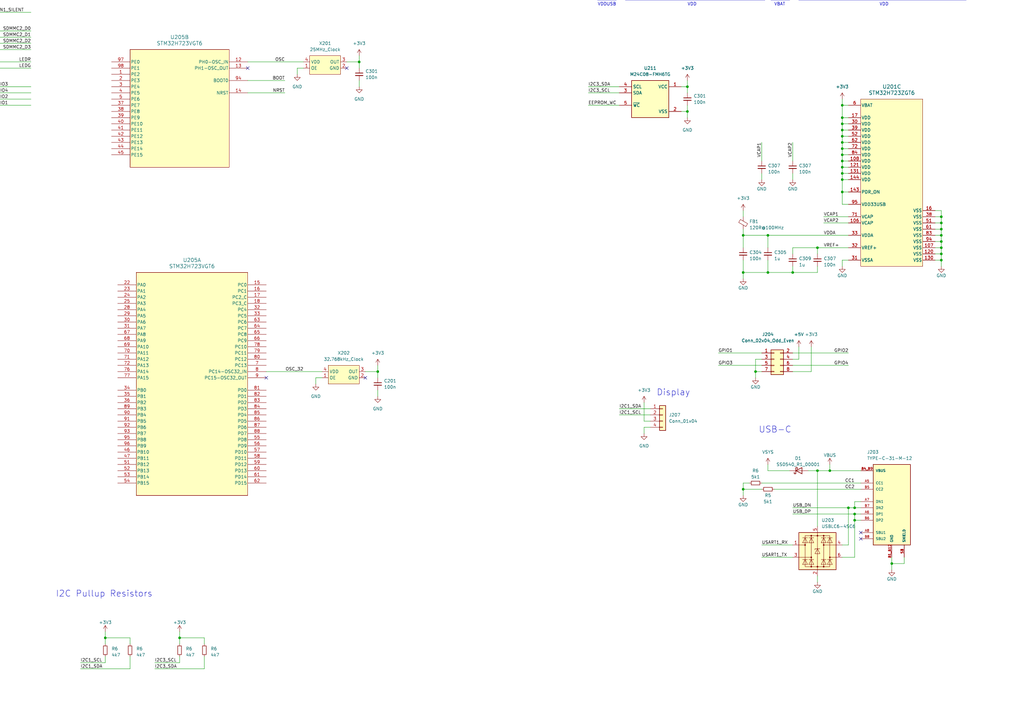
<source format=kicad_sch>
(kicad_sch (version 20231120) (generator "eeschema") (generator_version "8.0")
  (paper "A3")
  (lib_symbols
    (symbol "BMI270:BMI270" (pin_names (offset 0.254))
      (property "Reference" "U" (at 0 19.05 0))
      (property "Value" "BMI270" (at 0 16.51 0))
      (symbol "BMI270_0_1"
        (pin bidirectional line (at -17.78 11.43 0) (length 5.08) (name "SDO") (number "1"))
        (pin input line (at 17.78 -1.27 180) (length 5.08) (name "OCSB") (number "10"))
        (pin output line (at 17.78 1.27 180) (length 5.08) (name "OSDO") (number "11"))
        (pin input line (at -17.78 3.81 0) (length 5.08) (name "CSB") (number "12"))
        (pin input line (at -17.78 6.35 0) (length 5.08) (name "SCX") (number "13"))
        (pin bidirectional line (at -17.78 8.89 0) (length 5.08) (name "SDX") (number "14"))
        (pin bidirectional line (at -17.78 -8.89 0) (length 5.08) (name "ASDX") (number "2"))
        (pin bidirectional line (at -17.78 -11.43 0) (length 5.08) (name "ASCX") (number "3"))
        (pin bidirectional line (at -17.78 -1.27 0) (length 5.08) (name "INT1") (number "4"))
        (pin power_in line (at 17.78 8.89 180) (length 5.08) (name "VDDIO") (number "5"))
        (pin power_out line (at 17.78 -11.43 180) (length 5.08) (name "GNDIO") (number "6"))
        (pin power_out line (at 17.78 -8.89 180) (length 5.08) (name "GND") (number "7"))
        (pin power_in line (at 17.78 11.43 180) (length 5.08) (name "VDD") (number "8"))
        (pin bidirectional line (at -17.78 -3.81 0) (length 5.08) (name "INT2") (number "9"))
      )
    )
    (symbol "Connector:Conn_ST_STDC14"
      (property "Reference" "J" (at -8.89 16.51 0))
      (property "Value" "Conn_ST_STDC14" (at 17.78 16.51 0))
      (symbol "Conn_ST_STDC14_1_1"
        (pin no_connect line (at -10.16 5.08 0) (length 2.54) hide (name "NC") (number "1"))
        (pin output line (at 12.7 0 180) (length 2.54) (name "JTDI/NC") (number "10"))
        (pin passive line (at -2.54 -17.78 90) (length 2.54) (name "GNDDetect") (number "11"))
        (pin open_collector line (at 12.7 12.7 180) (length 2.54) (name "~{RST}") (number "12"))
        (pin output line (at 12.7 -10.16 180) (length 2.54) (name "VCP_RX") (number "13"))
        (pin input line (at 12.7 -12.7 180) (length 2.54) (name "VCP_TX") (number "14"))
        (pin no_connect line (at -10.16 2.54 0) (length 2.54) hide (name "NC") (number "2"))
        (pin power_in line (at 0 17.78 270) (length 2.54) (name "VCC") (number "3"))
        (pin bidirectional line (at 12.7 5.08 180) (length 2.54) (name "JTMS/SWDIO") (number "4"))
        (pin power_in line (at 0 -17.78 90) (length 2.54) (name "GND") (number "5"))
        (pin output line (at 12.7 7.62 180) (length 2.54) (name "JCLK/SWCLK") (number "6"))
        (pin passive line (at 0 -17.78 90) (length 2.54) hide (name "GND") (number "7"))
        (pin input line (at 12.7 2.54 180) (length 2.54) (name "JTDO/SWO") (number "8"))
        (pin input line (at 12.7 -5.08 180) (length 2.54) (name "JRCLK/NC") (number "9"))
      )
    )
    (symbol "Connector_Generic:Conn_01x04" (pin_names (offset 1.016) hide)
      (property "Reference" "J" (at 0 5.08 0))
      (property "Value" "Conn_01x04" (at 0 -7.62 0))
      (symbol "Conn_01x04_1_1"
        (pin passive line (at -5.08 2.54 0) (length 3.81) (name "Pin_1") (number "1"))
        (pin passive line (at -5.08 0 0) (length 3.81) (name "Pin_2") (number "2"))
        (pin passive line (at -5.08 -2.54 0) (length 3.81) (name "Pin_3") (number "3"))
        (pin passive line (at -5.08 -5.08 0) (length 3.81) (name "Pin_4") (number "4"))
      )
    )
    (symbol "Connector_Generic:Conn_02x04_Odd_Even" (pin_names (offset 1.016) hide)
      (property "Reference" "J" (at 1.27 5.08 0))
      (property "Value" "Conn_02x04_Odd_Even" (at 1.27 -7.62 0))
      (symbol "Conn_02x04_Odd_Even_1_1"
        (pin passive line (at -5.08 2.54 0) (length 3.81) (name "Pin_1") (number "1"))
        (pin passive line (at 7.62 2.54 180) (length 3.81) (name "Pin_2") (number "2"))
        (pin passive line (at -5.08 0 0) (length 3.81) (name "Pin_3") (number "3"))
        (pin passive line (at 7.62 0 180) (length 3.81) (name "Pin_4") (number "4"))
        (pin passive line (at -5.08 -2.54 0) (length 3.81) (name "Pin_5") (number "5"))
        (pin passive line (at 7.62 -2.54 180) (length 3.81) (name "Pin_6") (number "6"))
        (pin passive line (at -5.08 -5.08 0) (length 3.81) (name "Pin_7") (number "7"))
        (pin passive line (at 7.62 -5.08 180) (length 3.81) (name "Pin_8") (number "8"))
      )
    )
    (symbol "Connector_Generic:Conn_02x20_Odd_Even" (pin_names (offset 1.016) hide)
      (property "Reference" "J" (at 1.27 25.4 0))
      (property "Value" "Conn_02x20_Odd_Even" (at 1.27 -27.94 0))
      (symbol "Conn_02x20_Odd_Even_1_1"
        (pin passive line (at -5.08 22.86 0) (length 3.81) (name "Pin_1") (number "1"))
        (pin passive line (at 7.62 12.7 180) (length 3.81) (name "Pin_10") (number "10"))
        (pin passive line (at -5.08 10.16 0) (length 3.81) (name "Pin_11") (number "11"))
        (pin passive line (at 7.62 10.16 180) (length 3.81) (name "Pin_12") (number "12"))
        (pin passive line (at -5.08 7.62 0) (length 3.81) (name "Pin_13") (number "13"))
        (pin passive line (at 7.62 7.62 180) (length 3.81) (name "Pin_14") (number "14"))
        (pin passive line (at -5.08 5.08 0) (length 3.81) (name "Pin_15") (number "15"))
        (pin passive line (at 7.62 5.08 180) (length 3.81) (name "Pin_16") (number "16"))
        (pin passive line (at -5.08 2.54 0) (length 3.81) (name "Pin_17") (number "17"))
        (pin passive line (at 7.62 2.54 180) (length 3.81) (name "Pin_18") (number "18"))
        (pin passive line (at -5.08 0 0) (length 3.81) (name "Pin_19") (number "19"))
        (pin passive line (at 7.62 22.86 180) (length 3.81) (name "Pin_2") (number "2"))
        (pin passive line (at 7.62 0 180) (length 3.81) (name "Pin_20") (number "20"))
        (pin passive line (at -5.08 -2.54 0) (length 3.81) (name "Pin_21") (number "21"))
        (pin passive line (at 7.62 -2.54 180) (length 3.81) (name "Pin_22") (number "22"))
        (pin passive line (at -5.08 -5.08 0) (length 3.81) (name "Pin_23") (number "23"))
        (pin passive line (at 7.62 -5.08 180) (length 3.81) (name "Pin_24") (number "24"))
        (pin passive line (at -5.08 -7.62 0) (length 3.81) (name "Pin_25") (number "25"))
        (pin passive line (at 7.62 -7.62 180) (length 3.81) (name "Pin_26") (number "26"))
        (pin passive line (at -5.08 -10.16 0) (length 3.81) (name "Pin_27") (number "27"))
        (pin passive line (at 7.62 -10.16 180) (length 3.81) (name "Pin_28") (number "28"))
        (pin passive line (at -5.08 -12.7 0) (length 3.81) (name "Pin_29") (number "29"))
        (pin passive line (at -5.08 20.32 0) (length 3.81) (name "Pin_3") (number "3"))
        (pin passive line (at 7.62 -12.7 180) (length 3.81) (name "Pin_30") (number "30"))
        (pin passive line (at -5.08 -15.24 0) (length 3.81) (name "Pin_31") (number "31"))
        (pin passive line (at 7.62 -15.24 180) (length 3.81) (name "Pin_32") (number "32"))
        (pin passive line (at -5.08 -17.78 0) (length 3.81) (name "Pin_33") (number "33"))
        (pin passive line (at 7.62 -17.78 180) (length 3.81) (name "Pin_34") (number "34"))
        (pin passive line (at -5.08 -20.32 0) (length 3.81) (name "Pin_35") (number "35"))
        (pin passive line (at 7.62 -20.32 180) (length 3.81) (name "Pin_36") (number "36"))
        (pin passive line (at -5.08 -22.86 0) (length 3.81) (name "Pin_37") (number "37"))
        (pin passive line (at 7.62 -22.86 180) (length 3.81) (name "Pin_38") (number "38"))
        (pin passive line (at -5.08 -25.4 0) (length 3.81) (name "Pin_39") (number "39"))
        (pin passive line (at 7.62 20.32 180) (length 3.81) (name "Pin_4") (number "4"))
        (pin passive line (at 7.62 -25.4 180) (length 3.81) (name "Pin_40") (number "40"))
        (pin passive line (at -5.08 17.78 0) (length 3.81) (name "Pin_5") (number "5"))
        (pin passive line (at 7.62 17.78 180) (length 3.81) (name "Pin_6") (number "6"))
        (pin passive line (at -5.08 15.24 0) (length 3.81) (name "Pin_7") (number "7"))
        (pin passive line (at 7.62 15.24 180) (length 3.81) (name "Pin_8") (number "8"))
        (pin passive line (at -5.08 12.7 0) (length 3.81) (name "Pin_9") (number "9"))
      )
    )
    (symbol "Device:C_Small" (pin_numbers hide) (pin_names (offset 0.254) hide)
      (property "Reference" "C" (at 0.254 1.778 0))
      (property "Value" "C_Small" (at 0.254 -2.032 0))
      (symbol "C_Small_1_1"
        (pin passive line (at 0 2.54 270) (length 2.032) (name "~") (number "1"))
        (pin passive line (at 0 -2.54 90) (length 2.032) (name "~") (number "2"))
      )
    )
    (symbol "Device:D_Schottky" (pin_numbers hide) (pin_names (offset 1.016) hide)
      (property "Reference" "D" (at 0 2.54 0))
      (property "Value" "D_Schottky" (at 0 -2.54 0))
      (symbol "D_Schottky_1_1"
        (pin passive line (at -3.81 0 0) (length 2.54) (name "K") (number "1"))
        (pin passive line (at 3.81 0 180) (length 2.54) (name "A") (number "2"))
      )
    )
    (symbol "Device:FerriteBead_Small" (pin_numbers hide) (pin_names (offset 0))
      (property "Reference" "FB" (at 1.905 1.27 0))
      (property "Value" "FerriteBead_Small" (at 1.905 -1.27 0))
      (symbol "FerriteBead_Small_1_1"
        (pin passive line (at 0 2.54 270) (length 1.27) (name "~") (number "1"))
        (pin passive line (at 0 -2.54 90) (length 1.27) (name "~") (number "2"))
      )
    )
    (symbol "Device:LED_Small" (pin_numbers hide) (pin_names (offset 0.254) hide)
      (property "Reference" "D" (at -1.27 3.175 0))
      (property "Value" "LED_Small" (at -4.445 -2.54 0))
      (symbol "LED_Small_1_1"
        (pin passive line (at -2.54 0 0) (length 1.778) (name "K") (number "1"))
        (pin passive line (at 2.54 0 180) (length 1.778) (name "A") (number "2"))
      )
    )
    (symbol "Device:R_Small" (pin_numbers hide) (pin_names (offset 0.254) hide)
      (property "Reference" "R" (at 0.762 0.508 0))
      (property "Value" "R_Small" (at 0.762 -1.016 0))
      (symbol "R_Small_1_1"
        (pin passive line (at 0 2.54 270) (length 0.762) (name "~") (number "1"))
        (pin passive line (at 0 -2.54 90) (length 0.762) (name "~") (number "2"))
      )
    )
    (symbol "EMIF06-MSD02N16:EMIF06-MSD02N16"
      (property "Reference" "FL" (at 36.83 7.62 0))
      (property "Value" "EMIF06-MSD02N16" (at 36.83 5.08 0))
      (symbol "EMIF06-MSD02N16_1_1"
        (pin passive line (at 40.64 -25.4 180) (length 5.08) (name "WP/CD") (number "1"))
        (pin passive line (at 40.64 -20.32 180) (length 5.08) (name "DAT0_EX") (number "10"))
        (pin passive line (at 40.64 -15.24 180) (length 5.08) (name "CLK_EX") (number "11"))
        (pin passive line (at 40.64 -10.16 180) (length 5.08) (name "CMD_EX") (number "12"))
        (pin passive line (at 40.64 -7.62 180) (length 5.08) (name "DAT3_EX") (number "13"))
        (pin passive line (at 40.64 -5.08 180) (length 5.08) (name "DAT2_EX") (number "14"))
        (pin passive line (at 40.64 -2.54 180) (length 5.08) (name "VCC") (number "15"))
        (pin passive line (at 40.64 0 180) (length 5.08) (name "RDATA_VCC") (number "16"))
        (pin passive line (at 20.32 -33.02 90) (length 5.08) (name "EP_(GND)") (number "17"))
        (pin passive line (at 0 -2.54 0) (length 5.08) (name "RDAT3_GND") (number "2"))
        (pin passive line (at 0 -5.08 0) (length 5.08) (name "DAT2_IN") (number "3"))
        (pin passive line (at 0 -7.62 0) (length 5.08) (name "DAT3_IN") (number "4"))
        (pin passive line (at 0 -10.16 0) (length 5.08) (name "CMD_IN") (number "5"))
        (pin passive line (at 0 -15.24 0) (length 5.08) (name "CLK_IN") (number "6"))
        (pin passive line (at 0 -20.32 0) (length 5.08) (name "DAT0_IN") (number "7"))
        (pin passive line (at 0 -22.86 0) (length 5.08) (name "DAT1_IN") (number "8"))
        (pin passive line (at 40.64 -22.86 180) (length 5.08) (name "DAT1_EX") (number "9"))
      )
    )
    (symbol "M24C08-FMH6TG:M24C08-FMH6TG"
      (property "Reference" "U" (at 0 7.62 0))
      (property "Value" "M24C08-FMH6TG" (at 0 5.08 0))
      (symbol "M24C08-FMH6TG_1_1"
        (pin passive line (at 12.7 0 180) (length 5.08) (name "VCC") (number "1"))
        (pin passive line (at 12.7 -10.16 180) (length 5.08) (name "VSS") (number "2"))
        (pin passive line (at -12.7 -2.54 0) (length 5.08) (name "SDA") (number "3"))
        (pin passive line (at -12.7 0 0) (length 5.08) (name "SCL") (number "4"))
        (pin passive line (at -12.7 -7.62 0) (length 5.08) (name "~{WC}") (number "5"))
      )
    )
    (symbol "MEM2075-00-140-01-A:MEM2075-00-140-01-A"
      (property "Reference" "J" (at 29.21 7.62 0))
      (property "Value" "MEM2075-00-140-01-A" (at 29.21 5.08 0))
      (symbol "MEM2075-00-140-01-A_1_1"
        (pin passive line (at 0 0 0) (length 5.08) (name "DAT2") (number "1"))
        (pin passive line (at 33.02 -5.08 180) (length 5.08) (name "MP1") (number "10"))
        (pin passive line (at 33.02 -7.62 180) (length 5.08) (name "MP2") (number "11"))
        (pin passive line (at 33.02 -10.16 180) (length 5.08) (name "MP3") (number "12"))
        (pin passive line (at 33.02 -12.7 180) (length 5.08) (name "MP4") (number "13"))
        (pin passive line (at 0 -2.54 0) (length 5.08) (name "CD/DAT3") (number "2"))
        (pin passive line (at 0 -5.08 0) (length 5.08) (name "CMD") (number "3"))
        (pin passive line (at 0 -7.62 0) (length 5.08) (name "VDD") (number "4"))
        (pin passive line (at 0 -10.16 0) (length 5.08) (name "CLK") (number "5"))
        (pin passive line (at 0 -12.7 0) (length 5.08) (name "VSS") (number "6"))
        (pin passive line (at 0 -15.24 0) (length 5.08) (name "DAT0") (number "7"))
        (pin passive line (at 0 -17.78 0) (length 5.08) (name "DAT1") (number "8"))
        (pin passive line (at 0 -20.32 0) (length 5.08) (name "CD") (number "9"))
      )
    )
    (symbol "Power_Protection:USBLC6-4SC6" (pin_names hide)
      (property "Reference" "U" (at 2.54 8.89 0))
      (property "Value" "USBLC6-4SC6" (at 2.54 -8.89 0))
      (symbol "USBLC6-4SC6_1_1"
        (pin passive line (at -10.16 2.54 0) (length 2.54) (name "I/O1") (number "1"))
        (pin passive line (at 0 -10.16 90) (length 2.54) (name "GND") (number "2"))
        (pin passive line (at -10.16 -2.54 0) (length 2.54) (name "I/O2") (number "3"))
        (pin passive line (at 10.16 2.54 180) (length 2.54) (name "I/O3") (number "4"))
        (pin passive line (at 0 10.16 270) (length 2.54) (name "VBUS") (number "5"))
        (pin passive line (at 10.16 -2.54 180) (length 2.54) (name "I/O4") (number "6"))
      )
    )
    (symbol "SM02B-GHS-TB_LF__SN_:SM02B-GHS-TB_LF__SN_"
      (property "Reference" "J" (at 0 7.62 0))
      (property "Value" "SM02B-GHS-TB_LF__SN_" (at 0 5.08 0))
      (symbol "SM02B-GHS-TB_LF__SN__1_1"
        (pin passive line (at -10.16 0 0) (length 5.08) (name "1") (number "1"))
        (pin passive line (at -10.16 -2.54 0) (length 5.08) (name "2") (number "2"))
        (pin passive line (at 10.16 -2.54 180) (length 5.08) (name "3") (number "3"))
        (pin passive line (at 10.16 0 180) (length 5.08) (name "4") (number "4"))
      )
    )
    (symbol "SSL_Symbols:25MHz_Clock"
      (property "Reference" "X" (at 0 8.89 0))
      (property "Value" "25MHz_Clock" (at 0 6.35 0))
      (symbol "25MHz_Clock_1_1"
        (pin passive line (at -8.89 -1.27 0) (length 2.54) (name "OE") (number "1"))
        (pin passive line (at 8.89 -1.27 180) (length 2.54) (name "GND") (number "2"))
        (pin passive line (at 8.89 1.27 180) (length 2.54) (name "OUT") (number "3"))
        (pin passive line (at -8.89 1.27 0) (length 2.54) (name "VDD") (number "4"))
      )
    )
    (symbol "SSL_Symbols:32.768kHz_Clock"
      (property "Reference" "X" (at 0 8.89 0))
      (property "Value" "32.768kHz_Clock" (at 0 6.35 0))
      (symbol "32.768kHz_Clock_1_1"
        (pin passive line (at -8.89 -1.27 0) (length 2.54) (name "OE") (number "1"))
        (pin passive line (at 8.89 -1.27 180) (length 2.54) (name "GND") (number "2"))
        (pin passive line (at 8.89 1.27 180) (length 2.54) (name "OUT") (number "3"))
        (pin passive line (at -8.89 1.27 0) (length 2.54) (name "VDD") (number "4"))
      )
    )
    (symbol "SSL_Symbols:VSYS" (power) (pin_names (offset 0))
      (property "Value" "VSYS" (at 0 3.81 0))
      (symbol "VSYS_1_1"
        (pin power_in line (at 0 0 90) (length 0) hide (name "VSYS") (number "1"))
      )
    )
    (symbol "STM32H723VGT6:STM32H723VGT6" (pin_names (offset 0.254))
      (property "Reference" "U" (at 30.48 10.16 0))
      (property "Value" "STM32H723VGT6" (at 30.48 7.62 0))
      (symbol "STM32H723VGT6_1_1"
        (pin bidirectional line (at 60.96 0 180) (length 7.62) (name "PC0") (number "15"))
        (pin bidirectional line (at 60.96 -2.54 180) (length 7.62) (name "PC1") (number "16"))
        (pin bidirectional line (at 60.96 -5.08 180) (length 7.62) (name "PC2_C") (number "17"))
        (pin bidirectional line (at 60.96 -7.62 180) (length 7.62) (name "PC3_C") (number "18"))
        (pin bidirectional line (at 0 0 0) (length 7.62) (name "PA0") (number "22"))
        (pin bidirectional line (at 0 -2.54 0) (length 7.62) (name "PA1") (number "23"))
        (pin bidirectional line (at 0 -5.08 0) (length 7.62) (name "PA2") (number "24"))
        (pin bidirectional line (at 0 -7.62 0) (length 7.62) (name "PA3") (number "25"))
        (pin bidirectional line (at 0 -10.16 0) (length 7.62) (name "PA4") (number "28"))
        (pin bidirectional line (at 0 -12.7 0) (length 7.62) (name "PA5") (number "29"))
        (pin bidirectional line (at 0 -15.24 0) (length 7.62) (name "PA6") (number "30"))
        (pin bidirectional line (at 0 -17.78 0) (length 7.62) (name "PA7") (number "31"))
        (pin bidirectional line (at 60.96 -10.16 180) (length 7.62) (name "PC4") (number "32"))
        (pin bidirectional line (at 60.96 -12.7 180) (length 7.62) (name "PC5") (number "33"))
        (pin bidirectional line (at 0 -43.18 0) (length 7.62) (name "PB0") (number "34"))
        (pin bidirectional line (at 0 -45.72 0) (length 7.62) (name "PB1") (number "35"))
        (pin bidirectional line (at 0 -48.26 0) (length 7.62) (name "PB2") (number "36"))
        (pin bidirectional line (at 0 -68.58 0) (length 7.62) (name "PB10") (number "46"))
        (pin bidirectional line (at 0 -71.12 0) (length 7.62) (name "PB11") (number "47"))
        (pin bidirectional line (at 0 -73.66 0) (length 7.62) (name "PB12") (number "51"))
        (pin bidirectional line (at 0 -76.2 0) (length 7.62) (name "PB13") (number "52"))
        (pin bidirectional line (at 0 -78.74 0) (length 7.62) (name "PB14") (number "53"))
        (pin bidirectional line (at 0 -81.28 0) (length 7.62) (name "PB15") (number "54"))
        (pin bidirectional line (at 60.96 -63.5 180) (length 7.62) (name "PD8") (number "55"))
        (pin bidirectional line (at 60.96 -66.04 180) (length 7.62) (name "PD9") (number "56"))
        (pin bidirectional line (at 60.96 -68.58 180) (length 7.62) (name "PD10") (number "57"))
        (pin bidirectional line (at 60.96 -71.12 180) (length 7.62) (name "PD11") (number "58"))
        (pin bidirectional line (at 60.96 -73.66 180) (length 7.62) (name "PD12") (number "59"))
        (pin bidirectional line (at 60.96 -76.2 180) (length 7.62) (name "PD13") (number "60"))
        (pin bidirectional line (at 60.96 -78.74 180) (length 7.62) (name "PD14") (number "61"))
        (pin bidirectional line (at 60.96 -81.28 180) (length 7.62) (name "PD15") (number "62"))
        (pin bidirectional line (at 60.96 -15.24 180) (length 7.62) (name "PC6") (number "63"))
        (pin bidirectional line (at 60.96 -17.78 180) (length 7.62) (name "PC7") (number "64"))
        (pin bidirectional line (at 60.96 -20.32 180) (length 7.62) (name "PC8") (number "65"))
        (pin bidirectional line (at 60.96 -22.86 180) (length 7.62) (name "PC9") (number "66"))
        (pin bidirectional line (at 0 -20.32 0) (length 7.62) (name "PA8") (number "67"))
        (pin bidirectional line (at 0 -22.86 0) (length 7.62) (name "PA9") (number "68"))
        (pin bidirectional line (at 0 -25.4 0) (length 7.62) (name "PA10") (number "69"))
        (pin bidirectional line (at 60.96 -33.02 180) (length 7.62) (name "PC13") (number "7"))
        (pin bidirectional line (at 0 -27.94 0) (length 7.62) (name "PA11") (number "70"))
        (pin bidirectional line (at 0 -30.48 0) (length 7.62) (name "PA12") (number "71"))
        (pin bidirectional line (at 0 -33.02 0) (length 7.62) (name "PA13") (number "72"))
        (pin bidirectional line (at 0 -35.56 0) (length 7.62) (name "PA14") (number "76"))
        (pin bidirectional line (at 0 -38.1 0) (length 7.62) (name "PA15") (number "77"))
        (pin bidirectional line (at 60.96 -25.4 180) (length 7.62) (name "PC10") (number "78"))
        (pin bidirectional line (at 60.96 -27.94 180) (length 7.62) (name "PC11") (number "79"))
        (pin bidirectional line (at 60.96 -35.56 180) (length 7.62) (name "PC14-OSC32_IN") (number "8"))
        (pin bidirectional line (at 60.96 -30.48 180) (length 7.62) (name "PC12") (number "80"))
        (pin bidirectional line (at 60.96 -43.18 180) (length 7.62) (name "PD0") (number "81"))
        (pin bidirectional line (at 60.96 -45.72 180) (length 7.62) (name "PD1") (number "82"))
        (pin bidirectional line (at 60.96 -48.26 180) (length 7.62) (name "PD2") (number "83"))
        (pin bidirectional line (at 60.96 -50.8 180) (length 7.62) (name "PD3") (number "84"))
        (pin bidirectional line (at 60.96 -53.34 180) (length 7.62) (name "PD4") (number "85"))
        (pin bidirectional line (at 60.96 -55.88 180) (length 7.62) (name "PD5") (number "86"))
        (pin bidirectional line (at 60.96 -58.42 180) (length 7.62) (name "PD6") (number "87"))
        (pin bidirectional line (at 60.96 -60.96 180) (length 7.62) (name "PD7") (number "88"))
        (pin bidirectional line (at 0 -50.8 0) (length 7.62) (name "PB3") (number "89"))
        (pin bidirectional line (at 60.96 -38.1 180) (length 7.62) (name "PC15-OSC32_OUT") (number "9"))
        (pin bidirectional line (at 0 -53.34 0) (length 7.62) (name "PB4") (number "90"))
        (pin bidirectional line (at 0 -55.88 0) (length 7.62) (name "PB5") (number "91"))
        (pin bidirectional line (at 0 -58.42 0) (length 7.62) (name "PB6") (number "92"))
        (pin bidirectional line (at 0 -60.96 0) (length 7.62) (name "PB7") (number "93"))
        (pin bidirectional line (at 0 -63.5 0) (length 7.62) (name "PB8") (number "95"))
        (pin bidirectional line (at 0 -66.04 0) (length 7.62) (name "PB9") (number "96"))
      )
      (symbol "STM32H723VGT6_2_1"
        (pin bidirectional line (at 0 -5.08 0) (length 7.62) (name "PE2") (number "1"))
        (pin bidirectional line (at 55.88 0 180) (length 7.62) (name "PH0-OSC_IN") (number "12"))
        (pin bidirectional line (at 55.88 -2.54 180) (length 7.62) (name "PH1-OSC_OUT") (number "13"))
        (pin bidirectional line (at 55.88 -12.7 180) (length 7.62) (name "NRST") (number "14"))
        (pin bidirectional line (at 0 -7.62 0) (length 7.62) (name "PE3") (number "2"))
        (pin bidirectional line (at 0 -10.16 0) (length 7.62) (name "PE4") (number "3"))
        (pin bidirectional line (at 0 -17.78 0) (length 7.62) (name "PE7") (number "37"))
        (pin bidirectional line (at 0 -20.32 0) (length 7.62) (name "PE8") (number "38"))
        (pin bidirectional line (at 0 -22.86 0) (length 7.62) (name "PE9") (number "39"))
        (pin bidirectional line (at 0 -12.7 0) (length 7.62) (name "PE5") (number "4"))
        (pin bidirectional line (at 0 -25.4 0) (length 7.62) (name "PE10") (number "40"))
        (pin bidirectional line (at 0 -27.94 0) (length 7.62) (name "PE11") (number "41"))
        (pin bidirectional line (at 0 -30.48 0) (length 7.62) (name "PE12") (number "42"))
        (pin bidirectional line (at 0 -33.02 0) (length 7.62) (name "PE13") (number "43"))
        (pin bidirectional line (at 0 -35.56 0) (length 7.62) (name "PE14") (number "44"))
        (pin bidirectional line (at 0 -38.1 0) (length 7.62) (name "PE15") (number "45"))
        (pin bidirectional line (at 0 -15.24 0) (length 7.62) (name "PE6") (number "5"))
        (pin input line (at 55.88 -7.62 180) (length 7.62) (name "BOOT0") (number "94"))
        (pin bidirectional line (at 0 0 0) (length 7.62) (name "PE0") (number "97"))
        (pin bidirectional line (at 0 -2.54 0) (length 7.62) (name "PE1") (number "98"))
      )
      (symbol "STM32H723VGT6_3_1"
        (pin power_in line (at 0 0 0) (length 7.62) (name "VSS") (number "10"))
        (pin power_in line (at 40.64 -10.16 180) (length 7.62) (name "VDD") (number "100"))
        (pin power_in line (at 40.64 0 180) (length 7.62) (name "VDD") (number "11"))
        (pin power_in line (at 0 -15.24 0) (length 7.62) (name "VSSA") (number "19"))
        (pin power_in line (at 40.64 -33.02 180) (length 7.62) (name "VREF+") (number "20"))
        (pin power_in line (at 40.64 -27.94 180) (length 7.62) (name "VDDA") (number "21"))
        (pin power_in line (at 0 -2.54 0) (length 7.62) (name "VSS") (number "26"))
        (pin power_in line (at 40.64 -2.54 180) (length 7.62) (name "VDD") (number "27"))
        (pin power_in line (at 40.64 -20.32 180) (length 7.62) (name "VCAP") (number "48"))
        (pin power_in line (at 0 -5.08 0) (length 7.62) (name "VSS") (number "49"))
        (pin power_in line (at 40.64 -5.08 180) (length 7.62) (name "VDD") (number "50"))
        (pin power_in line (at 40.64 -15.24 180) (length 7.62) (name "VBAT") (number "6"))
        (pin power_in line (at 40.64 -22.86 180) (length 7.62) (name "VCAP") (number "73"))
        (pin power_in line (at 0 -7.62 0) (length 7.62) (name "VSS") (number "74"))
        (pin power_in line (at 40.64 -7.62 180) (length 7.62) (name "VDD") (number "75"))
        (pin power_in line (at 0 -10.16 0) (length 7.62) (name "VSS") (number "99"))
      )
    )
    (symbol "STM32H723VGT6_1" (pin_names (offset 0.254))
      (property "Reference" "U" (at 30.48 10.16 0))
      (property "Value" "STM32H723VGT6" (at 30.48 7.62 0))
      (symbol "STM32H723VGT6_1_1_1"
        (pin bidirectional line (at 60.96 0 180) (length 7.62) (name "PC0") (number "15"))
        (pin bidirectional line (at 60.96 -2.54 180) (length 7.62) (name "PC1") (number "16"))
        (pin bidirectional line (at 60.96 -5.08 180) (length 7.62) (name "PC2_C") (number "17"))
        (pin bidirectional line (at 60.96 -7.62 180) (length 7.62) (name "PC3_C") (number "18"))
        (pin bidirectional line (at 0 0 0) (length 7.62) (name "PA0") (number "22"))
        (pin bidirectional line (at 0 -2.54 0) (length 7.62) (name "PA1") (number "23"))
        (pin bidirectional line (at 0 -5.08 0) (length 7.62) (name "PA2") (number "24"))
        (pin bidirectional line (at 0 -7.62 0) (length 7.62) (name "PA3") (number "25"))
        (pin bidirectional line (at 0 -10.16 0) (length 7.62) (name "PA4") (number "28"))
        (pin bidirectional line (at 0 -12.7 0) (length 7.62) (name "PA5") (number "29"))
        (pin bidirectional line (at 0 -15.24 0) (length 7.62) (name "PA6") (number "30"))
        (pin bidirectional line (at 0 -17.78 0) (length 7.62) (name "PA7") (number "31"))
        (pin bidirectional line (at 60.96 -10.16 180) (length 7.62) (name "PC4") (number "32"))
        (pin bidirectional line (at 60.96 -12.7 180) (length 7.62) (name "PC5") (number "33"))
        (pin bidirectional line (at 0 -43.18 0) (length 7.62) (name "PB0") (number "34"))
        (pin bidirectional line (at 0 -45.72 0) (length 7.62) (name "PB1") (number "35"))
        (pin bidirectional line (at 0 -48.26 0) (length 7.62) (name "PB2") (number "36"))
        (pin bidirectional line (at 0 -68.58 0) (length 7.62) (name "PB10") (number "46"))
        (pin bidirectional line (at 0 -71.12 0) (length 7.62) (name "PB11") (number "47"))
        (pin bidirectional line (at 0 -73.66 0) (length 7.62) (name "PB12") (number "51"))
        (pin bidirectional line (at 0 -76.2 0) (length 7.62) (name "PB13") (number "52"))
        (pin bidirectional line (at 0 -78.74 0) (length 7.62) (name "PB14") (number "53"))
        (pin bidirectional line (at 0 -81.28 0) (length 7.62) (name "PB15") (number "54"))
        (pin bidirectional line (at 60.96 -63.5 180) (length 7.62) (name "PD8") (number "55"))
        (pin bidirectional line (at 60.96 -66.04 180) (length 7.62) (name "PD9") (number "56"))
        (pin bidirectional line (at 60.96 -68.58 180) (length 7.62) (name "PD10") (number "57"))
        (pin bidirectional line (at 60.96 -71.12 180) (length 7.62) (name "PD11") (number "58"))
        (pin bidirectional line (at 60.96 -73.66 180) (length 7.62) (name "PD12") (number "59"))
        (pin bidirectional line (at 60.96 -76.2 180) (length 7.62) (name "PD13") (number "60"))
        (pin bidirectional line (at 60.96 -78.74 180) (length 7.62) (name "PD14") (number "61"))
        (pin bidirectional line (at 60.96 -81.28 180) (length 7.62) (name "PD15") (number "62"))
        (pin bidirectional line (at 60.96 -15.24 180) (length 7.62) (name "PC6") (number "63"))
        (pin bidirectional line (at 60.96 -17.78 180) (length 7.62) (name "PC7") (number "64"))
        (pin bidirectional line (at 60.96 -20.32 180) (length 7.62) (name "PC8") (number "65"))
        (pin bidirectional line (at 60.96 -22.86 180) (length 7.62) (name "PC9") (number "66"))
        (pin bidirectional line (at 0 -20.32 0) (length 7.62) (name "PA8") (number "67"))
        (pin bidirectional line (at 0 -22.86 0) (length 7.62) (name "PA9") (number "68"))
        (pin bidirectional line (at 0 -25.4 0) (length 7.62) (name "PA10") (number "69"))
        (pin bidirectional line (at 60.96 -33.02 180) (length 7.62) (name "PC13") (number "7"))
        (pin bidirectional line (at 0 -27.94 0) (length 7.62) (name "PA11") (number "70"))
        (pin bidirectional line (at 0 -30.48 0) (length 7.62) (name "PA12") (number "71"))
        (pin bidirectional line (at 0 -33.02 0) (length 7.62) (name "PA13") (number "72"))
        (pin bidirectional line (at 0 -35.56 0) (length 7.62) (name "PA14") (number "76"))
        (pin bidirectional line (at 0 -38.1 0) (length 7.62) (name "PA15") (number "77"))
        (pin bidirectional line (at 60.96 -25.4 180) (length 7.62) (name "PC10") (number "78"))
        (pin bidirectional line (at 60.96 -27.94 180) (length 7.62) (name "PC11") (number "79"))
        (pin bidirectional line (at 60.96 -35.56 180) (length 7.62) (name "PC14-OSC32_IN") (number "8"))
        (pin bidirectional line (at 60.96 -30.48 180) (length 7.62) (name "PC12") (number "80"))
        (pin bidirectional line (at 60.96 -43.18 180) (length 7.62) (name "PD0") (number "81"))
        (pin bidirectional line (at 60.96 -45.72 180) (length 7.62) (name "PD1") (number "82"))
        (pin bidirectional line (at 60.96 -48.26 180) (length 7.62) (name "PD2") (number "83"))
        (pin bidirectional line (at 60.96 -50.8 180) (length 7.62) (name "PD3") (number "84"))
        (pin bidirectional line (at 60.96 -53.34 180) (length 7.62) (name "PD4") (number "85"))
        (pin bidirectional line (at 60.96 -55.88 180) (length 7.62) (name "PD5") (number "86"))
        (pin bidirectional line (at 60.96 -58.42 180) (length 7.62) (name "PD6") (number "87"))
        (pin bidirectional line (at 60.96 -60.96 180) (length 7.62) (name "PD7") (number "88"))
        (pin bidirectional line (at 0 -50.8 0) (length 7.62) (name "PB3") (number "89"))
        (pin bidirectional line (at 60.96 -38.1 180) (length 7.62) (name "PC15-OSC32_OUT") (number "9"))
        (pin bidirectional line (at 0 -53.34 0) (length 7.62) (name "PB4") (number "90"))
        (pin bidirectional line (at 0 -55.88 0) (length 7.62) (name "PB5") (number "91"))
        (pin bidirectional line (at 0 -58.42 0) (length 7.62) (name "PB6") (number "92"))
        (pin bidirectional line (at 0 -60.96 0) (length 7.62) (name "PB7") (number "93"))
        (pin bidirectional line (at 0 -63.5 0) (length 7.62) (name "PB8") (number "95"))
        (pin bidirectional line (at 0 -66.04 0) (length 7.62) (name "PB9") (number "96"))
      )
      (symbol "STM32H723VGT6_1_2_1"
        (pin bidirectional line (at 0 -5.08 0) (length 7.62) (name "PE2") (number "1"))
        (pin bidirectional line (at 55.88 0 180) (length 7.62) (name "PH0-OSC_IN") (number "12"))
        (pin bidirectional line (at 55.88 -2.54 180) (length 7.62) (name "PH1-OSC_OUT") (number "13"))
        (pin bidirectional line (at 55.88 -12.7 180) (length 7.62) (name "NRST") (number "14"))
        (pin bidirectional line (at 0 -7.62 0) (length 7.62) (name "PE3") (number "2"))
        (pin bidirectional line (at 0 -10.16 0) (length 7.62) (name "PE4") (number "3"))
        (pin bidirectional line (at 0 -17.78 0) (length 7.62) (name "PE7") (number "37"))
        (pin bidirectional line (at 0 -20.32 0) (length 7.62) (name "PE8") (number "38"))
        (pin bidirectional line (at 0 -22.86 0) (length 7.62) (name "PE9") (number "39"))
        (pin bidirectional line (at 0 -12.7 0) (length 7.62) (name "PE5") (number "4"))
        (pin bidirectional line (at 0 -25.4 0) (length 7.62) (name "PE10") (number "40"))
        (pin bidirectional line (at 0 -27.94 0) (length 7.62) (name "PE11") (number "41"))
        (pin bidirectional line (at 0 -30.48 0) (length 7.62) (name "PE12") (number "42"))
        (pin bidirectional line (at 0 -33.02 0) (length 7.62) (name "PE13") (number "43"))
        (pin bidirectional line (at 0 -35.56 0) (length 7.62) (name "PE14") (number "44"))
        (pin bidirectional line (at 0 -38.1 0) (length 7.62) (name "PE15") (number "45"))
        (pin bidirectional line (at 0 -15.24 0) (length 7.62) (name "PE6") (number "5"))
        (pin input line (at 55.88 -7.62 180) (length 7.62) (name "BOOT0") (number "94"))
        (pin bidirectional line (at 0 0 0) (length 7.62) (name "PE0") (number "97"))
        (pin bidirectional line (at 0 -2.54 0) (length 7.62) (name "PE1") (number "98"))
      )
      (symbol "STM32H723VGT6_1_3_1"
        (pin power_in line (at 0 0 0) (length 7.62) (name "VSS") (number "10"))
        (pin power_in line (at 40.64 -10.16 180) (length 7.62) (name "VDD") (number "100"))
        (pin power_in line (at 40.64 0 180) (length 7.62) (name "VDD") (number "11"))
        (pin power_in line (at 0 -15.24 0) (length 7.62) (name "VSSA") (number "19"))
        (pin power_in line (at 40.64 -33.02 180) (length 7.62) (name "VREF+") (number "20"))
        (pin power_in line (at 40.64 -27.94 180) (length 7.62) (name "VDDA") (number "21"))
        (pin power_in line (at 0 -2.54 0) (length 7.62) (name "VSS") (number "26"))
        (pin power_in line (at 40.64 -2.54 180) (length 7.62) (name "VDD") (number "27"))
        (pin power_in line (at 40.64 -20.32 180) (length 7.62) (name "VCAP") (number "48"))
        (pin power_in line (at 0 -5.08 0) (length 7.62) (name "VSS") (number "49"))
        (pin power_in line (at 40.64 -5.08 180) (length 7.62) (name "VDD") (number "50"))
        (pin power_in line (at 40.64 -15.24 180) (length 7.62) (name "VBAT") (number "6"))
        (pin power_in line (at 40.64 -22.86 180) (length 7.62) (name "VCAP") (number "73"))
        (pin power_in line (at 0 -7.62 0) (length 7.62) (name "VSS") (number "74"))
        (pin power_in line (at 40.64 -7.62 180) (length 7.62) (name "VDD") (number "75"))
        (pin power_in line (at 0 -10.16 0) (length 7.62) (name "VSS") (number "99"))
      )
    )
    (symbol "STM32H723ZGT6:STM32H723ZGT6" (pin_names (offset 0.254))
      (property "Reference" "U" (at 0 12.7 0))
      (property "Value" "STM32H723ZGT6" (at 0 10.16 0))
      (symbol "STM32H723ZGT6_1_1"
        (pin bidirectional line (at -17.78 -15.24 0) (length 5.08) (name "PA8") (number "100"))
        (pin bidirectional line (at -17.78 -17.78 0) (length 5.08) (name "PA9") (number "101"))
        (pin bidirectional line (at -17.78 -20.32 0) (length 5.08) (name "PA10") (number "102"))
        (pin bidirectional line (at -17.78 -22.86 0) (length 5.08) (name "PA11") (number "103"))
        (pin bidirectional line (at -17.78 -25.4 0) (length 5.08) (name "PA12") (number "104"))
        (pin bidirectional line (at -17.78 -27.94 0) (length 5.08) (name "PA13") (number "105"))
        (pin bidirectional line (at -17.78 -30.48 0) (length 5.08) (name "PA14") (number "109"))
        (pin bidirectional line (at -17.78 -33.02 0) (length 5.08) (name "PA15") (number "110"))
        (pin bidirectional line (at 17.78 -63.5 180) (length 5.08) (name "PC10") (number "111"))
        (pin bidirectional line (at 17.78 -66.04 180) (length 5.08) (name "PC11") (number "112"))
        (pin bidirectional line (at 17.78 -68.58 180) (length 5.08) (name "PC12") (number "113"))
        (pin bidirectional line (at 17.78 5.08 180) (length 5.08) (name "PD0") (number "114"))
        (pin bidirectional line (at 17.78 2.54 180) (length 5.08) (name "PD1") (number "115"))
        (pin bidirectional line (at 17.78 0 180) (length 5.08) (name "PD2") (number "116"))
        (pin bidirectional line (at 17.78 -2.54 180) (length 5.08) (name "PD3") (number "117"))
        (pin bidirectional line (at 17.78 -5.08 180) (length 5.08) (name "PD4") (number "118"))
        (pin bidirectional line (at 17.78 -7.62 180) (length 5.08) (name "PD5") (number "119"))
        (pin bidirectional line (at 17.78 -10.16 180) (length 5.08) (name "PD6") (number "122"))
        (pin bidirectional line (at 17.78 -12.7 180) (length 5.08) (name "PD7") (number "123"))
        (pin bidirectional line (at -17.78 -45.72 0) (length 5.08) (name "PB3") (number "133"))
        (pin bidirectional line (at -17.78 -48.26 0) (length 5.08) (name "PB4") (number "134"))
        (pin bidirectional line (at -17.78 -50.8 0) (length 5.08) (name "PB5") (number "135"))
        (pin bidirectional line (at -17.78 -53.34 0) (length 5.08) (name "PB6") (number "136"))
        (pin bidirectional line (at -17.78 -55.88 0) (length 5.08) (name "PB7") (number "137"))
        (pin bidirectional line (at -17.78 -58.42 0) (length 5.08) (name "PB8") (number "139"))
        (pin bidirectional line (at -17.78 -60.96 0) (length 5.08) (name "PB9") (number "140"))
        (pin bidirectional line (at 17.78 -38.1 180) (length 5.08) (name "PC0") (number "26"))
        (pin bidirectional line (at 17.78 -40.64 180) (length 5.08) (name "PC1") (number "27"))
        (pin bidirectional line (at 17.78 -43.18 180) (length 5.08) (name "PC2_C") (number "28"))
        (pin bidirectional line (at 17.78 -45.72 180) (length 5.08) (name "PC3_C") (number "29"))
        (pin bidirectional line (at -17.78 5.08 0) (length 5.08) (name "PA0") (number "34"))
        (pin bidirectional line (at -17.78 2.54 0) (length 5.08) (name "PA1") (number "35"))
        (pin bidirectional line (at -17.78 0 0) (length 5.08) (name "PA2") (number "36"))
        (pin bidirectional line (at -17.78 -2.54 0) (length 5.08) (name "PA3") (number "37"))
        (pin bidirectional line (at -17.78 -5.08 0) (length 5.08) (name "PA4") (number "40"))
        (pin bidirectional line (at -17.78 -7.62 0) (length 5.08) (name "PA5") (number "41"))
        (pin bidirectional line (at -17.78 -10.16 0) (length 5.08) (name "PA6") (number "42"))
        (pin bidirectional line (at -17.78 -12.7 0) (length 5.08) (name "PA7") (number "43"))
        (pin bidirectional line (at 17.78 -48.26 180) (length 5.08) (name "PC4") (number "44"))
        (pin bidirectional line (at 17.78 -50.8 180) (length 5.08) (name "PC5") (number "45"))
        (pin bidirectional line (at -17.78 -38.1 0) (length 5.08) (name "PB0") (number "46"))
        (pin bidirectional line (at -17.78 -40.64 0) (length 5.08) (name "PB1") (number "47"))
        (pin bidirectional line (at -17.78 -43.18 0) (length 5.08) (name "PB2") (number "48"))
        (pin bidirectional line (at -17.78 -63.5 0) (length 5.08) (name "PB10") (number "69"))
        (pin bidirectional line (at 17.78 -71.12 180) (length 5.08) (name "PC13") (number "7"))
        (pin bidirectional line (at -17.78 -66.04 0) (length 5.08) (name "PB11") (number "70"))
        (pin bidirectional line (at -17.78 -68.58 0) (length 5.08) (name "PB12") (number "73"))
        (pin bidirectional line (at -17.78 -71.12 0) (length 5.08) (name "PB13") (number "74"))
        (pin bidirectional line (at -17.78 -73.66 0) (length 5.08) (name "PB14") (number "75"))
        (pin bidirectional line (at -17.78 -76.2 0) (length 5.08) (name "PB15") (number "76"))
        (pin bidirectional line (at 17.78 -15.24 180) (length 5.08) (name "PD8") (number "77"))
        (pin bidirectional line (at 17.78 -17.78 180) (length 5.08) (name "PD9") (number "78"))
        (pin bidirectional line (at 17.78 -20.32 180) (length 5.08) (name "PD10") (number "79"))
        (pin bidirectional line (at 17.78 -22.86 180) (length 5.08) (name "PD11") (number "80"))
        (pin bidirectional line (at 17.78 -25.4 180) (length 5.08) (name "PD12") (number "81"))
        (pin bidirectional line (at 17.78 -27.94 180) (length 5.08) (name "PD13") (number "82"))
        (pin bidirectional line (at 17.78 -30.48 180) (length 5.08) (name "PD14") (number "85"))
        (pin bidirectional line (at 17.78 -33.02 180) (length 5.08) (name "PD15") (number "86"))
        (pin bidirectional line (at 17.78 -53.34 180) (length 5.08) (name "PC6") (number "96"))
        (pin bidirectional line (at 17.78 -55.88 180) (length 5.08) (name "PC7") (number "97"))
        (pin bidirectional line (at 17.78 -58.42 180) (length 5.08) (name "PC8") (number "98"))
        (pin bidirectional line (at 17.78 -60.96 180) (length 5.08) (name "PC9") (number "99"))
      )
      (symbol "STM32H723ZGT6_2_1"
        (pin bidirectional line (at -17.78 0 0) (length 5.08) (name "PE2") (number "1"))
        (pin bidirectional line (at -17.78 -38.1 0) (length 5.08) (name "PF0") (number "10"))
        (pin bidirectional line (at -17.78 -40.64 0) (length 5.08) (name "PF1") (number "11"))
        (pin bidirectional line (at -17.78 -43.18 0) (length 5.08) (name "PF2") (number "12"))
        (pin bidirectional line (at 17.78 -17.78 180) (length 5.08) (name "PG9") (number "124"))
        (pin bidirectional line (at 17.78 -20.32 180) (length 5.08) (name "PG10") (number "125"))
        (pin bidirectional line (at 17.78 -22.86 180) (length 5.08) (name "PG11") (number "126"))
        (pin bidirectional line (at 17.78 -25.4 180) (length 5.08) (name "PG12") (number "127"))
        (pin bidirectional line (at 17.78 -27.94 180) (length 5.08) (name "PG13") (number "128"))
        (pin bidirectional line (at 17.78 -30.48 180) (length 5.08) (name "PG14") (number "129"))
        (pin bidirectional line (at -17.78 -45.72 0) (length 5.08) (name "PF3") (number "13"))
        (pin bidirectional line (at 17.78 -33.02 180) (length 5.08) (name "PG15") (number "132"))
        (pin input line (at 17.78 -43.18 180) (length 5.08) (name "BOOT0") (number "138"))
        (pin bidirectional line (at -17.78 -48.26 0) (length 5.08) (name "PF4") (number "14"))
        (pin bidirectional line (at -17.78 5.08 0) (length 5.08) (name "PE0") (number "141"))
        (pin bidirectional line (at -17.78 2.54 0) (length 5.08) (name "PE1") (number "142"))
        (pin bidirectional line (at -17.78 -50.8 0) (length 5.08) (name "PF5") (number "15"))
        (pin bidirectional line (at -17.78 -53.34 0) (length 5.08) (name "PF6") (number "18"))
        (pin bidirectional line (at -17.78 -55.88 0) (length 5.08) (name "PF7") (number "19"))
        (pin bidirectional line (at -17.78 -2.54 0) (length 5.08) (name "PE3") (number "2"))
        (pin bidirectional line (at -17.78 -58.42 0) (length 5.08) (name "PF8") (number "20"))
        (pin bidirectional line (at -17.78 -60.96 0) (length 5.08) (name "PF9") (number "21"))
        (pin bidirectional line (at -17.78 -63.5 0) (length 5.08) (name "PF10") (number "22"))
        (pin bidirectional line (at 17.78 -66.04 180) (length 5.08) (name "PH0-OSC_IN") (number "23"))
        (pin bidirectional line (at 17.78 -68.58 180) (length 5.08) (name "PH1-OSC_OUT") (number "24"))
        (pin bidirectional line (at 17.78 -76.2 180) (length 5.08) (name "NRST") (number "25"))
        (pin bidirectional line (at -17.78 -5.08 0) (length 5.08) (name "PE4") (number "3"))
        (pin bidirectional line (at -17.78 -7.62 0) (length 5.08) (name "PE5") (number "4"))
        (pin bidirectional line (at -17.78 -66.04 0) (length 5.08) (name "PF11") (number "49"))
        (pin bidirectional line (at -17.78 -10.16 0) (length 5.08) (name "PE6") (number "5"))
        (pin bidirectional line (at -17.78 -68.58 0) (length 5.08) (name "PF12") (number "50"))
        (pin bidirectional line (at -17.78 -71.12 0) (length 5.08) (name "PF13") (number "53"))
        (pin bidirectional line (at -17.78 -73.66 0) (length 5.08) (name "PF14") (number "54"))
        (pin bidirectional line (at -17.78 -76.2 0) (length 5.08) (name "PF15") (number "55"))
        (pin bidirectional line (at 17.78 5.08 180) (length 5.08) (name "PG0") (number "56"))
        (pin bidirectional line (at 17.78 2.54 180) (length 5.08) (name "PG1") (number "57"))
        (pin bidirectional line (at -17.78 -12.7 0) (length 5.08) (name "PE7") (number "58"))
        (pin bidirectional line (at -17.78 -15.24 0) (length 5.08) (name "PE8") (number "59"))
        (pin bidirectional line (at -17.78 -17.78 0) (length 5.08) (name "PE9") (number "60"))
        (pin bidirectional line (at -17.78 -20.32 0) (length 5.08) (name "PE10") (number "63"))
        (pin bidirectional line (at -17.78 -22.86 0) (length 5.08) (name "PE11") (number "64"))
        (pin bidirectional line (at -17.78 -25.4 0) (length 5.08) (name "PE12") (number "65"))
        (pin bidirectional line (at -17.78 -27.94 0) (length 5.08) (name "PE13") (number "66"))
        (pin bidirectional line (at -17.78 -30.48 0) (length 5.08) (name "PE14") (number "67"))
        (pin bidirectional line (at -17.78 -33.02 0) (length 5.08) (name "PE15") (number "68"))
        (pin bidirectional line (at 17.78 -50.8 180) (length 5.08) (name "PC14-OSC32_IN") (number "8"))
        (pin bidirectional line (at 17.78 0 180) (length 5.08) (name "PG2") (number "87"))
        (pin bidirectional line (at 17.78 -2.54 180) (length 5.08) (name "PG3") (number "88"))
        (pin bidirectional line (at 17.78 -5.08 180) (length 5.08) (name "PG4") (number "89"))
        (pin bidirectional line (at 17.78 -53.34 180) (length 5.08) (name "PC15-OSC32_OUT") (number "9"))
        (pin bidirectional line (at 17.78 -7.62 180) (length 5.08) (name "PG5") (number "90"))
        (pin bidirectional line (at 17.78 -10.16 180) (length 5.08) (name "PG6") (number "91"))
        (pin bidirectional line (at 17.78 -12.7 180) (length 5.08) (name "PG7") (number "92"))
        (pin bidirectional line (at 17.78 -15.24 180) (length 5.08) (name "PG8") (number "93"))
      )
      (symbol "STM32H723ZGT6_3_1"
        (pin power_in line (at -17.78 -43.18 0) (length 5.08) (name "VCAP") (number "106"))
        (pin power_out line (at 17.78 -53.34 180) (length 5.08) (name "VSS") (number "107"))
        (pin power_in line (at -17.78 -17.78 0) (length 5.08) (name "VDD") (number "108"))
        (pin power_out line (at 17.78 -55.88 180) (length 5.08) (name "VSS") (number "120"))
        (pin power_in line (at -17.78 -20.32 0) (length 5.08) (name "VDD") (number "121"))
        (pin power_out line (at 17.78 -58.42 180) (length 5.08) (name "VSS") (number "130"))
        (pin power_in line (at -17.78 -22.86 0) (length 5.08) (name "VDD") (number "131"))
        (pin power_in line (at -17.78 -30.48 0) (length 5.08) (name "PDR_ON") (number "143"))
        (pin power_in line (at -17.78 -25.4 0) (length 5.08) (name "VDD") (number "144"))
        (pin power_out line (at 17.78 -38.1 180) (length 5.08) (name "VSS") (number "16"))
        (pin power_in line (at -17.78 0 0) (length 5.08) (name "VDD") (number "17"))
        (pin power_in line (at -17.78 -2.54 0) (length 5.08) (name "VDD") (number "30"))
        (pin power_out line (at -17.78 -58.42 0) (length 5.08) (name "VSSA") (number "31"))
        (pin power_in line (at -17.78 -53.34 0) (length 5.08) (name "VREF+") (number "32"))
        (pin power_in line (at -17.78 -48.26 0) (length 5.08) (name "VDDA") (number "33"))
        (pin power_out line (at 17.78 -40.64 180) (length 5.08) (name "VSS") (number "38"))
        (pin power_in line (at -17.78 -5.08 0) (length 5.08) (name "VDD") (number "39"))
        (pin power_out line (at 17.78 -43.18 180) (length 5.08) (name "VSS") (number "51"))
        (pin power_in line (at -17.78 -7.62 0) (length 5.08) (name "VDD") (number "52"))
        (pin power_in line (at -17.78 5.08 0) (length 5.08) (name "VBAT") (number "6"))
        (pin power_out line (at 17.78 -45.72 180) (length 5.08) (name "VSS") (number "61"))
        (pin power_in line (at -17.78 -10.16 0) (length 5.08) (name "VDD") (number "62"))
        (pin power_in line (at -17.78 -40.64 0) (length 5.08) (name "VCAP") (number "71"))
        (pin power_in line (at -17.78 -12.7 0) (length 5.08) (name "VDD") (number "72"))
        (pin power_out line (at 17.78 -48.26 180) (length 5.08) (name "VSS") (number "83"))
        (pin power_in line (at -17.78 -15.24 0) (length 5.08) (name "VDD") (number "84"))
        (pin power_out line (at 17.78 -50.8 180) (length 5.08) (name "VSS") (number "94"))
        (pin power_in line (at -17.78 -35.56 0) (length 5.08) (name "VDD33USB") (number "95"))
      )
    )
    (symbol "Sensor_Magnetic:LIS3MDL"
      (property "Reference" "U" (at -8.89 11.43 0))
      (property "Value" "LIS3MDL" (at 7.62 11.43 0))
      (symbol "LIS3MDL_1_1"
        (pin input line (at -12.7 2.54 0) (length 2.54) (name "SCL/SPC") (number "1"))
        (pin input line (at -12.7 5.08 0) (length 2.54) (name "~{CS}") (number "10"))
        (pin bidirectional line (at -12.7 0 0) (length 2.54) (name "SDA/SDI/SDO") (number "11"))
        (pin passive line (at 0 -12.7 90) (length 2.54) hide (name "GND") (number "12"))
        (pin passive line (at 0 -12.7 90) (length 2.54) hide (name "GND") (number "2"))
        (pin power_in line (at 0 -12.7 90) (length 2.54) (name "GND") (number "3"))
        (pin power_out line (at 12.7 -2.54 180) (length 2.54) (name "C1") (number "4"))
        (pin power_in line (at 0 12.7 270) (length 2.54) (name "Vdd") (number "5"))
        (pin power_in line (at 2.54 12.7 270) (length 2.54) (name "Vdd_IO") (number "6"))
        (pin output line (at 12.7 2.54 180) (length 2.54) (name "INT") (number "7"))
        (pin output line (at 12.7 5.08 180) (length 2.54) (name "DRDY") (number "8"))
        (pin bidirectional line (at -12.7 -2.54 0) (length 2.54) (name "SDO/SA1") (number "9"))
      )
    )
    (symbol "TJA1057T:TJA1057GT/3"
      (property "Reference" "IC" (at 24.13 7.62 0))
      (property "Value" "TJA1057GT/3" (at 24.13 5.08 0))
      (symbol "TJA1057GT/3_1_1"
        (pin passive line (at 0 -5.08 0) (length 5.08) (name "TXD") (number "1"))
        (pin passive line (at 27.94 -7.62 180) (length 5.08) (name "GND") (number "2"))
        (pin passive line (at 0 0 0) (length 5.08) (name "VCC") (number "3"))
        (pin passive line (at 0 -7.62 0) (length 5.08) (name "RXD") (number "4"))
        (pin passive line (at 0 -2.54 0) (length 5.08) (name "VIO") (number "5"))
        (pin passive line (at 27.94 -5.08 180) (length 5.08) (name "CANL") (number "6"))
        (pin passive line (at 27.94 -2.54 180) (length 5.08) (name "CANH") (number "7"))
        (pin passive line (at 27.94 0 180) (length 5.08) (name "S") (number "8"))
      )
    )
    (symbol "TS20-42-25-WT-160-SMT-TR-MSL:TS20-42-25-WT-160-SMT-TR" (pin_names (offset 0.762))
      (property "Reference" "S" (at 26.67 7.62 0))
      (property "Value" "TS20-42-25-WT-160-SMT-TR" (at 26.67 5.08 0))
      (symbol "TS20-42-25-WT-160-SMT-TR_0_0"
        (pin passive line (at 5.08 0 0) (length 5.08) (name "NO_1") (number "1"))
        (pin passive line (at 30.48 0 180) (length 5.08) (name "NO_2") (number "2"))
        (pin passive line (at 5.08 -2.54 0) (length 5.08) (name "COM_1") (number "3"))
        (pin passive line (at 30.48 -2.54 180) (length 5.08) (name "COM_2") (number "4"))
      )
    )
    (symbol "TYPE-C-31-M-12:TYPE-C-31-M-12" (pin_names (offset 1.016))
      (property "Reference" "J" (at 0 16.51 0))
      (property "Value" "TYPE-C-31-M-12" (at 0 15.24 0))
      (symbol "TYPE-C-31-M-12_0_0"
        (pin power_in line (at 0 -25.4 90) (length 5.08) (name "GND") (number "A1_B12"))
        (pin power_in line (at -12.7 10.16 0) (length 5.08) (name "VBUS") (number "A4_B9"))
        (pin bidirectional line (at -12.7 5.08 0) (length 5.08) (name "CC1") (number "A5"))
        (pin bidirectional line (at -12.7 -7.62 0) (length 5.08) (name "DP1") (number "A6"))
        (pin bidirectional line (at -12.7 -2.54 0) (length 5.08) (name "DN1") (number "A7"))
        (pin bidirectional line (at -12.7 -15.24 0) (length 5.08) (name "SBU1") (number "A8"))
        (pin power_in line (at 0 -25.4 90) (length 5.08) (name "GND") (number "B1_A12"))
        (pin power_in line (at -12.7 10.16 0) (length 5.08) (name "VBUS") (number "B4_A9"))
        (pin bidirectional line (at -12.7 2.54 0) (length 5.08) (name "CC2") (number "B5"))
        (pin bidirectional line (at -12.7 -10.16 0) (length 5.08) (name "DP2") (number "B6"))
        (pin bidirectional line (at -12.7 -5.08 0) (length 5.08) (name "DN2") (number "B7"))
        (pin bidirectional line (at -12.7 -17.78 0) (length 5.08) (name "SBU2") (number "B8"))
        (pin passive line (at 5.08 -25.4 90) (length 5.08) (name "SHIELD") (number "S1"))
        (pin passive line (at 5.08 -25.4 90) (length 5.08) (name "SHIELD") (number "S2"))
        (pin passive line (at 5.08 -25.4 90) (length 5.08) (name "SHIELD") (number "S3"))
        (pin passive line (at 5.08 -25.4 90) (length 5.08) (name "SHIELD") (number "S4"))
      )
    )
    (symbol "power:+3V3" (power) (pin_names (offset 0))
      (property "Value" "+3V3" (at 0 3.556 0))
      (symbol "+3V3_1_1"
        (pin power_in line (at 0 0 90) (length 0) hide (name "+3V3") (number "1"))
      )
    )
    (symbol "power:+5V" (power) (pin_names (offset 0))
      (property "Value" "+5V" (at 0 3.556 0))
      (symbol "+5V_1_1"
        (pin power_in line (at 0 0 90) (length 0) hide (name "+5V") (number "1"))
      )
    )
    (symbol "power:GND" (power) (pin_names (offset 0))
      (property "Value" "GND" (at 0 -3.81 0))
      (symbol "GND_1_1"
        (pin power_in line (at 0 0 270) (length 0) hide (name "GND") (number "1"))
      )
    )
    (symbol "power:VBUS" (power) (pin_names (offset 0))
      (property "Value" "VBUS" (at 0 3.81 0))
      (symbol "VBUS_1_1"
        (pin power_in line (at 0 0 90) (length 0) hide (name "VBUS") (number "1"))
      )
    )
  )
  (junction (at 104.14 -109.22))
  (junction (at 551.18 162.56))
  (junction (at 350.52 208.28))
  (junction (at -81.28 152.4))
  (junction (at 281.94 45.72))
  (junction (at -53.34 152.4))
  (junction (at 345.44 43.18))
  (junction (at 551.18 165.1))
  (junction (at 269.24 -20.32))
  (junction (at 104.14 -99.06))
  (junction (at 345.44 78.74))
  (junction (at 345.44 50.8))
  (junction (at 50.8 -109.22))
  (junction (at 162.56 -50.8))
  (junction (at -78.74 154.94))
  (junction (at 551.18 167.64))
  (junction (at -53.34 223.52))
  (junction (at 523.24 270.51))
  (junction (at 523.24 278.13))
  (junction (at 154.94 152.4))
  (junction (at 289.56 -20.32))
  (junction (at 345.44 66.04))
  (junction (at 299.72 -20.32))
  (junction (at 43.18 261.62))
  (junction (at 382.27 -10.16))
  (junction (at 345.44 48.26))
  (junction (at 386.08 88.9))
  (junction (at 386.08 101.6))
  (junction (at 314.96 111.76))
  (junction (at 351.79 -20.32))
  (junction (at 372.11 -20.32))
  (junction (at 345.44 53.34))
  (junction (at 335.28 193.04))
  (junction (at 345.44 73.66))
  (junction (at 325.12 111.76))
  (junction (at 73.66 261.62))
  (junction (at 304.8 200.66))
  (junction (at -78.74 185.42))
  (junction (at 48.26 -60.96))
  (junction (at 248.92 -10.16))
  (junction (at -53.34 220.98))
  (junction (at 281.94 35.56))
  (junction (at -78.74 149.86))
  (junction (at 289.56 -10.16))
  (junction (at 619.76 270.51))
  (junction (at -91.44 152.4))
  (junction (at 576.58 260.35))
  (junction (at 386.08 96.52))
  (junction (at 147.32 25.4))
  (junction (at 619.76 278.13))
  (junction (at 284.48 -114.3))
  (junction (at 386.08 106.68))
  (junction (at 382.27 -20.32))
  (junction (at 50.8 -60.96))
  (junction (at 309.88 152.4))
  (junction (at 386.08 99.06))
  (junction (at 279.4 -20.32))
  (junction (at 284.48 -116.84))
  (junction (at 350.52 213.36))
  (junction (at 309.88 -20.32))
  (junction (at 500.38 149.86))
  (junction (at 304.8 96.52))
  (junction (at 345.44 71.12))
  (junction (at 335.28 101.6))
  (junction (at 284.48 -121.92))
  (junction (at 284.48 -124.46))
  (junction (at 345.44 58.42))
  (junction (at -81.28 220.98))
  (junction (at 386.08 91.44))
  (junction (at 510.54 264.16))
  (junction (at -53.34 187.96))
  (junction (at -53.34 167.64))
  (junction (at 309.88 -10.16))
  (junction (at 351.79 -10.16))
  (junction (at 331.47 -20.32))
  (junction (at 331.47 -10.16))
  (junction (at 279.4 -10.16))
  (junction (at -53.34 185.42))
  (junction (at 341.63 -20.32))
  (junction (at 299.72 -10.16))
  (junction (at 48.26 -109.22))
  (junction (at 386.08 93.98))
  (junction (at 259.08 -10.16))
  (junction (at 304.8 111.76))
  (junction (at 345.44 68.58))
  (junction (at -53.34 203.2))
  (junction (at 510.54 287.02))
  (junction (at 104.14 -60.96))
  (junction (at -91.44 223.52))
  (junction (at 361.95 -20.32))
  (junction (at -53.34 205.74))
  (junction (at -78.74 167.64))
  (junction (at 361.95 -10.16))
  (junction (at 175.26 -50.8))
  (junction (at 314.96 96.52))
  (junction (at 248.92 -20.32))
  (junction (at 341.63 -10.16))
  (junction (at 345.44 60.96))
  (junction (at 340.36 193.04))
  (junction (at 347.98 208.28))
  (junction (at 269.24 -10.16))
  (junction (at 345.44 63.5))
  (junction (at 505.46 86.36))
  (junction (at -81.28 187.96))
  (junction (at 345.44 55.88))
  (junction (at 350.52 210.82))
  (junction (at 365.76 231.14))
  (junction (at -81.28 170.18))
  (junction (at 508 149.86))
  (junction (at 386.08 104.14))
  (junction (at 284.48 -119.38))
  (junction (at -53.34 170.18))
  (junction (at 372.11 -10.16))
  (junction (at 106.68 -60.96))
  (junction (at 259.08 -20.32))
  (no_connect (at 20.32 -109.22))
  (no_connect (at 472.44 287.02))
  (no_connect (at 101.6 -106.68))
  (no_connect (at 45.72 -106.68))
  (no_connect (at 508 274.32))
  (no_connect (at 142.24 27.94))
  (no_connect (at 508 276.86))
  (no_connect (at 457.2 152.4))
  (no_connect (at 149.86 154.94))
  (no_connect (at 76.2 -60.96))
  (no_connect (at 472.44 284.48))
  (no_connect (at 45.72 -58.42))
  (no_connect (at 101.6 -58.42))
  (no_connect (at -2.54 22.86))
  (no_connect (at 76.2 -109.22))
  (no_connect (at 109.22 154.94))
  (no_connect (at 353.06 218.44))
  (no_connect (at 492.76 71.12))
  (no_connect (at 353.06 220.98))
  (no_connect (at 20.32 -60.96))
  (no_connect (at 101.6 27.94))
  (no_connect (at 492.76 66.04))
  (bus_entry (at -99.06 50.8) (size 2.54 2.54))
  (bus_entry (at -99.06 48.26) (size 2.54 2.54))
  (bus_entry (at -99.06 53.34) (size 2.54 2.54))
  (bus_entry (at -99.06 55.88) (size 2.54 2.54))
  (wire (pts (xy 320.04 -10.16) (xy 320.04 -12.7)))
  (wire (pts (xy 129.54 157.48) (xy 129.54 154.94)))
  (wire (pts (xy 551.18 160.02) (xy 551.18 162.56)))
  (wire (pts (xy 345.44 50.8) (xy 347.98 50.8)))
  (polyline (pts (xy 252.73 -1.27) (xy 252.73 0)))
  (wire (pts (xy -2.54 -10.16) (xy 12.7 -10.16)))
  (wire (pts (xy 508 264.16) (xy 510.54 264.16)))
  (wire (pts (xy 73.66 -55.88) (xy 73.66 -58.42)))
  (wire (pts (xy -81.28 152.4) (xy -81.28 170.18)))
  (wire (pts (xy 304.8 203.2) (xy 304.8 200.66)))
  (wire (pts (xy 284.48 -114.3) (xy 281.94 -114.3)))
  (wire (pts (xy 279.4 -20.32) (xy 289.56 -20.32)))
  (wire (pts (xy 372.11 -20.32) (xy 372.11 -17.78)))
  (wire (pts (xy 325.12 104.14) (xy 325.12 101.6)))
  (wire (pts (xy 351.79 -10.16) (xy 361.95 -10.16)))
  (wire (pts (xy 345.44 68.58) (xy 345.44 71.12)))
  (wire (pts (xy -134.62 215.9) (xy -134.62 220.98)))
  (wire (pts (xy -83.82 226.06) (xy -81.28 226.06)))
  (wire (pts (xy 48.26 -60.96) (xy 48.26 -58.42)))
  (wire (pts (xy 248.92 -10.16) (xy 248.92 -7.62)))
  (wire (pts (xy 386.08 96.52) (xy 386.08 99.06)))
  (wire (pts (xy 345.44 73.66) (xy 345.44 78.74)))
  (wire (pts (xy 279.4 -10.16) (xy 289.56 -10.16)))
  (wire (pts (xy 508 162.56) (xy 508 149.86)))
  (wire (pts (xy 53.34 264.16) (xy 53.34 261.62)))
  (wire (pts (xy 372.11 -20.32) (xy 382.27 -20.32)))
  (wire (pts (xy -78.74 149.86) (xy -78.74 154.94)))
  (wire (pts (xy -27.94 -20.32) (xy -43.18 -20.32)))
  (wire (pts (xy -93.98 12.7) (xy -78.74 12.7)))
  (wire (pts (xy 386.08 106.68) (xy 383.54 106.68)))
  (wire (pts (xy 304.8 93.98) (xy 304.8 96.52)))
  (wire (pts (xy -96.52 53.34) (xy -78.74 53.34)))
  (wire (pts (xy 462.28 60.96) (xy 462.28 68.58)))
  (wire (pts (xy 147.32 22.86) (xy 147.32 25.4)))
  (wire (pts (xy 269.24 -10.16) (xy 269.24 -12.7)))
  (wire (pts (xy 309.88 152.4) (xy 312.42 152.4)))
  (wire (pts (xy -134.62 149.86) (xy -124.46 149.86)))
  (wire (pts (xy 361.95 -20.32) (xy 372.11 -20.32)))
  (wire (pts (xy 510.54 264.16) (xy 510.54 261.62)))
  (wire (pts (xy 556.26 170.18) (xy 556.26 167.64)))
  (wire (pts (xy 71.12 -111.76) (xy 71.12 -106.68)))
  (wire (pts (xy 350.52 210.82) (xy 350.52 213.36)))
  (wire (pts (xy 266.7 172.72) (xy 264.16 172.72)))
  (wire (pts (xy 309.88 154.94) (xy 309.88 152.4)))
  (wire (pts (xy -93.98 35.56) (xy -78.74 35.56)))
  (wire (pts (xy -91.44 223.52) (xy -76.2 223.52)))
  (wire (pts (xy -96.52 152.4) (xy -91.44 152.4)))
  (wire (pts (xy 304.8 198.12) (xy 304.8 200.66)))
  (wire (pts (xy -2.54 12.7) (xy 12.7 12.7)))
  (wire (pts (xy 83.82 264.16) (xy 83.82 261.62)))
  (wire (pts (xy 332.74 142.24) (xy 332.74 152.4)))
  (wire (pts (xy 345.44 53.34) (xy 345.44 55.88)))
  (wire (pts (xy 510.54 287.02) (xy 510.54 284.48)))
  (wire (pts (xy 154.94 160.02) (xy 154.94 162.56)))
  (wire (pts (xy 48.26 -101.6) (xy 48.26 -99.06)))
  (wire (pts (xy 162.56 -73.66) (xy 162.56 -66.04)))
  (wire (pts (xy 331.47 -10.16) (xy 341.63 -10.16)))
  (polyline (pts (xy 245.11 -1.27) (xy 245.11 0)))
  (wire (pts (xy 299.72 -10.16) (xy 309.88 -10.16)))
  (wire (pts (xy 335.28 238.76) (xy 335.28 236.22)))
  (wire (pts (xy 386.08 99.06) (xy 386.08 101.6)))
  (wire (pts (xy 441.96 170.18) (xy 457.2 170.18)))
  (polyline (pts (xy 316.23 -1.27) (xy 316.23 0)))
  (wire (pts (xy 331.47 -10.16) (xy 331.47 -12.7)))
  (wire (pts (xy -78.74 167.64) (xy -76.2 167.64)))
  (wire (pts (xy 459.74 276.86) (xy 472.44 276.86)))
  (wire (pts (xy 248.92 -20.32) (xy 259.08 -20.32)))
  (wire (pts (xy -2.54 -12.7) (xy 12.7 -12.7)))
  (wire (pts (xy 477.52 60.96) (xy 492.76 60.96)))
  (wire (pts (xy 325.12 208.28) (xy 347.98 208.28)))
  (wire (pts (xy -93.98 38.1) (xy -78.74 38.1)))
  (wire (pts (xy 320.04 -20.32) (xy 320.04 -17.78)))
  (wire (pts (xy 73.66 259.08) (xy 73.66 261.62)))
  (wire (pts (xy 340.36 193.04) (xy 353.06 193.04)))
  (wire (pts (xy 50.8 -63.5) (xy 50.8 -60.96)))
  (wire (pts (xy -2.54 40.64) (xy 12.7 40.64)))
  (wire (pts (xy 121.92 27.94) (xy 124.46 27.94)))
  (wire (pts (xy -53.34 223.52) (xy -53.34 226.06)))
  (wire (pts (xy 331.47 -20.32) (xy 331.47 -17.78)))
  (wire (pts (xy -93.98 -22.86) (xy -78.74 -22.86)))
  (wire (pts (xy 345.44 106.68) (xy 347.98 106.68)))
  (wire (pts (xy 345.44 43.18) (xy 345.44 48.26)))
  (wire (pts (xy 459.74 279.4) (xy 472.44 279.4)))
  (wire (pts (xy 162.56 -50.8) (xy 149.86 -50.8)))
  (wire (pts (xy -55.88 203.2) (xy -53.34 203.2)))
  (wire (pts (xy 241.3 38.1) (xy 254 38.1)))
  (wire (pts (xy -91.44 152.4) (xy -81.28 152.4)))
  (wire (pts (xy -53.34 149.86) (xy -53.34 152.4)))
  (wire (pts (xy 121.92 30.48) (xy 121.92 27.94)))
  (wire (pts (xy -43.18 0) (xy -25.4 0)))
  (wire (pts (xy -81.28 205.74) (xy -81.28 187.96)))
  (wire (pts (xy 551.18 165.1) (xy 551.18 167.64)))
  (wire (pts (xy 264.16 165.1) (xy 264.16 172.72)))
  (wire (pts (xy 325.12 71.12) (xy 325.12 73.66)))
  (wire (pts (xy -83.82 154.94) (xy -78.74 154.94)))
  (wire (pts (xy 497.84 172.72) (xy 515.62 172.72)))
  (wire (pts (xy 474.98 58.42) (xy 492.76 58.42)))
  (wire (pts (xy 50.8 -60.96) (xy 63.5 -60.96)))
  (wire (pts (xy 345.44 50.8) (xy 345.44 53.34)))
  (wire (pts (xy 304.8 200.66) (xy 312.42 200.66)))
  (wire (pts (xy 281.94 43.18) (xy 281.94 45.72)))
  (wire (pts (xy 248.92 -10.16) (xy 259.08 -10.16)))
  (wire (pts (xy 264.16 175.26) (xy 266.7 175.26)))
  (wire (pts (xy 284.48 -109.22) (xy 281.94 -109.22)))
  (wire (pts (xy 523.24 271.78) (xy 523.24 270.51)))
  (wire (pts (xy 345.44 71.12) (xy 345.44 73.66)))
  (wire (pts (xy -55.88 152.4) (xy -53.34 152.4)))
  (wire (pts (xy 312.42 223.52) (xy 325.12 223.52)))
  (wire (pts (xy -93.98 2.54) (xy -78.74 2.54)))
  (wire (pts (xy 43.18 261.62) (xy 43.18 264.16)))
  (wire (pts (xy -96.52 50.8) (xy -78.74 50.8)))
  (wire (pts (xy 284.48 -127) (xy 284.48 -124.46)))
  (wire (pts (xy -88.9 154.94) (xy -91.44 154.94)))
  (wire (pts (xy -93.98 30.48) (xy -78.74 30.48)))
  (wire (pts (xy 63.5 271.78) (xy 73.66 271.78)))
  (wire (pts (xy 304.8 106.68) (xy 304.8 111.76)))
  (wire (pts (xy 386.08 101.6) (xy 386.08 104.14)))
  (bus (pts (xy -99.06 50.8) (xy -99.06 53.34)))
  (wire (pts (xy 345.44 66.04) (xy 345.44 68.58)))
  (wire (pts (xy 386.08 106.68) (xy 386.08 109.22)))
  (wire (pts (xy 551.18 162.56) (xy 551.18 165.1)))
  (wire (pts (xy 345.44 58.42) (xy 347.98 58.42)))
  (wire (pts (xy -93.98 15.24) (xy -78.74 15.24)))
  (wire (pts (xy 314.96 106.68) (xy 314.96 111.76)))
  (wire (pts (xy 162.56 -50.8) (xy 175.26 -50.8)))
  (wire (pts (xy 510.54 266.7) (xy 510.54 264.16)))
  (wire (pts (xy -134.62 226.06) (xy -124.46 226.06)))
  (wire (pts (xy -127 144.78) (xy -127 147.32)))
  (wire (pts (xy 50.8 -71.12) (xy 50.8 -68.58)))
  (wire (pts (xy 386.08 104.14) (xy 386.08 106.68)))
  (wire (pts (xy 50.8 -111.76) (xy 50.8 -109.22)))
  (wire (pts (xy 73.66 261.62) (xy 73.66 264.16)))
  (wire (pts (xy 259.08 -10.16) (xy 269.24 -10.16)))
  (wire (pts (xy 33.02 274.32) (xy 53.34 274.32)))
  (wire (pts (xy 449.58 63.5) (xy 449.58 76.2)))
  (wire (pts (xy -2.54 -7.62) (xy 12.7 -7.62)))
  (wire (pts (xy 154.94 149.86) (xy 154.94 152.4)))
  (wire (pts (xy 345.44 68.58) (xy 347.98 68.58)))
  (wire (pts (xy 284.48 -116.84) (xy 281.94 -116.84)))
  (wire (pts (xy 576.58 261.62) (xy 576.58 260.35)))
  (wire (pts (xy 325.12 111.76) (xy 335.28 111.76)))
  (wire (pts (xy 314.96 96.52) (xy 314.96 101.6)))
  (wire (pts (xy 45.72 -60.96) (xy 48.26 -60.96)))
  (wire (pts (xy 331.47 -22.86) (xy 331.47 -20.32)))
  (wire (pts (xy 345.44 106.68) (xy 345.44 109.22)))
  (wire (pts (xy 259.08 -10.16) (xy 259.08 -12.7)))
  (wire (pts (xy 241.3 43.18) (xy 254 43.18)))
  (wire (pts (xy -55.88 149.86) (xy -53.34 149.86)))
  (wire (pts (xy 106.68 -63.5) (xy 106.68 -60.96)))
  (wire (pts (xy -88.9 226.06) (xy -91.44 226.06)))
  (wire (pts (xy 162.56 -53.34) (xy 162.56 -50.8)))
  (wire (pts (xy 345.44 60.96) (xy 347.98 60.96)))
  (wire (pts (xy -53.34 187.96) (xy -53.34 203.2)))
  (wire (pts (xy 382.27 -20.32) (xy 382.27 -17.78)))
  (wire (pts (xy 347.98 208.28) (xy 350.52 208.28)))
  (wire (pts (xy 284.48 -119.38) (xy 284.48 -116.84)))
  (wire (pts (xy 500.38 152.4) (xy 500.38 149.86)))
  (wire (pts (xy -81.28 147.32) (xy -96.52 147.32)))
  (wire (pts (xy 248.92 -10.16) (xy 248.92 -12.7)))
  (wire (pts (xy 351.79 -10.16) (xy 351.79 -12.7)))
  (wire (pts (xy 101.6 38.1) (xy 116.84 38.1)))
  (wire (pts (xy 309.88 -10.16) (xy 320.04 -10.16)))
  (wire (pts (xy 104.14 -99.06) (xy 104.14 -96.52)))
  (wire (pts (xy -81.28 187.96) (xy -76.2 187.96)))
  (wire (pts (xy 500.38 149.86) (xy 497.84 149.86)))
  (wire (pts (xy -53.34 185.42) (xy -53.34 187.96)))
  (wire (pts (xy 63.5 274.32) (xy 83.82 274.32)))
  (wire (pts (xy 289.56 -10.16) (xy 299.72 -10.16)))
  (wire (pts (xy 341.63 -10.16) (xy 351.79 -10.16)))
  (wire (pts (xy -96.52 218.44) (xy -81.28 218.44)))
  (wire (pts (xy 347.98 83.82) (xy 345.44 83.82)))
  (wire (pts (xy -55.88 223.52) (xy -53.34 223.52)))
  (wire (pts (xy 350.52 210.82) (xy 353.06 210.82)))
  (wire (pts (xy 345.44 71.12) (xy 347.98 71.12)))
  (wire (pts (xy 533.4 270.51) (xy 523.24 270.51)))
  (wire (pts (xy 477.52 185.42) (xy 477.52 182.88)))
  (wire (pts (xy -96.52 55.88) (xy -78.74 55.88)))
  (wire (pts (xy -78.74 185.42) (xy -76.2 185.42)))
  (wire (pts (xy -2.54 43.18) (xy 12.7 43.18)))
  (wire (pts (xy 505.46 86.36) (xy 508 86.36)))
  (wire (pts (xy 508 83.82) (xy 508 86.36)))
  (wire (pts (xy 361.95 -10.16) (xy 372.11 -10.16)))
  (wire (pts (xy 325.12 144.78) (xy 347.98 144.78)))
  (wire (pts (xy 551.18 165.1) (xy 548.64 165.1)))
  (wire (pts (xy -91.44 223.52) (xy -91.44 226.06)))
  (wire (pts (xy 53.34 269.24) (xy 53.34 274.32)))
  (wire (pts (xy 447.04 53.34) (xy 492.76 53.34)))
  (wire (pts (xy 289.56 -20.32) (xy 289.56 -17.78)))
  (wire (pts (xy 341.63 -20.32) (xy 341.63 -17.78)))
  (wire (pts (xy 327.66 147.32) (xy 325.12 147.32)))
  (wire (pts (xy 104.14 -109.22) (xy 114.3 -109.22)))
  (wire (pts (xy -127 147.32) (xy -124.46 147.32)))
  (wire (pts (xy -134.62 144.78) (xy -134.62 149.86)))
  (wire (pts (xy 361.95 -10.16) (xy 361.95 -12.7)))
  (wire (pts (xy -55.88 170.18) (xy -53.34 170.18)))
  (wire (pts (xy 382.27 -10.16) (xy 392.43 -10.16)))
  (wire (pts (xy -127 180.34) (xy -127 182.88)))
  (wire (pts (xy 345.44 48.26) (xy 345.44 50.8)))
  (wire (pts (xy 259.08 -20.32) (xy 259.08 -17.78)))
  (wire (pts (xy 459.74 264.16) (xy 472.44 264.16)))
  (wire (pts (xy -81.28 187.96) (xy -81.28 170.18)))
  (wire (pts (xy 508 147.32) (xy 508 149.86)))
  (wire (pts (xy -81.28 220.98) (xy -81.28 226.06)))
  (wire (pts (xy -55.88 167.64) (xy -53.34 167.64)))
  (wire (pts (xy 154.94 152.4) (xy 149.86 152.4)))
  (wire (pts (xy 104.14 -101.6) (xy 104.14 -99.06)))
  (wire (pts (xy 386.08 86.36) (xy 383.54 86.36)))
  (wire (pts (xy 43.18 259.08) (xy 43.18 261.62)))
  (wire (pts (xy 386.08 88.9) (xy 383.54 88.9)))
  (wire (pts (xy 50.8 -109.22) (xy 63.5 -109.22)))
  (polyline (pts (xy 256.54 -1.27) (xy 256.54 0)))
  (wire (pts (xy 508 266.7) (xy 510.54 266.7)))
  (wire (pts (xy 551.18 167.64) (xy 548.64 167.64)))
  (wire (pts (xy 474.98 76.2) (xy 472.44 76.2)))
  (wire (pts (xy 441.96 154.94) (xy 457.2 154.94)))
  (wire (pts (xy 370.84 228.6) (xy 370.84 231.14)))
  (wire (pts (xy 579.12 261.62) (xy 579.12 260.35)))
  (wire (pts (xy 17.78 -106.68) (xy 20.32 -106.68)))
  (wire (pts (xy -96.52 226.06) (xy -93.98 226.06)))
  (wire (pts (xy 382.27 -20.32) (xy 392.43 -20.32)))
  (wire (pts (xy 264.16 177.8) (xy 264.16 175.26)))
  (wire (pts (xy 312.42 198.12) (xy 353.06 198.12)))
  (wire (pts (xy 345.44 223.52) (xy 347.98 223.52)))
  (wire (pts (xy 551.18 170.18) (xy 551.18 167.64)))
  (wire (pts (xy 345.44 78.74) (xy 345.44 83.82)))
  (wire (pts (xy -2.54 25.4) (xy 12.7 25.4)))
  (wire (pts (xy -43.18 40.64) (xy -27.94 40.64)))
  (wire (pts (xy 372.11 -10.16) (xy 382.27 -10.16)))
  (wire (pts (xy 629.92 276.86) (xy 629.92 278.13)))
  (wire (pts (xy 309.88 -10.16) (xy 309.88 -12.7)))
  (wire (pts (xy 279.4 -10.16) (xy 279.4 -12.7)))
  (wire (pts (xy -134.62 223.52) (xy -124.46 223.52)))
  (wire (pts (xy 104.14 -99.06) (xy 114.3 -99.06)))
  (wire (pts (xy 497.84 170.18) (xy 515.62 170.18)))
  (wire (pts (xy 351.79 -20.32) (xy 361.95 -20.32)))
  (wire (pts (xy -93.98 0) (xy -78.74 0)))
  (wire (pts (xy 279.4 -20.32) (xy 279.4 -17.78)))
  (wire (pts (xy 347.98 223.52) (xy 347.98 208.28)))
  (wire (pts (xy 472.44 81.28) (xy 477.52 81.28)))
  (wire (pts (xy 101.6 25.4) (xy 124.46 25.4)))
  (wire (pts (xy 556.26 160.02) (xy 556.26 162.56)))
  (wire (pts (xy 392.43 -10.16) (xy 392.43 -12.7)))
  (wire (pts (xy 441.96 157.48) (xy 457.2 157.48)))
  (wire (pts (xy -43.18 53.34) (xy -27.94 53.34)))
  (wire (pts (xy 284.48 -114.3) (xy 284.48 -109.22)))
  (wire (pts (xy 601.98 271.78) (xy 589.28 271.78)))
  (wire (pts (xy 335.28 101.6) (xy 347.98 101.6)))
  (wire (pts (xy 386.08 91.44) (xy 386.08 93.98)))
  (wire (pts (xy 175.26 -60.96) (xy 175.26 -58.42)))
  (wire (pts (xy 447.04 81.28) (xy 447.04 53.34)))
  (polyline (pts (xy 245.11 0) (xy 252.73 0)))
  (wire (pts (xy -43.18 -5.08) (xy -27.94 -5.08)))
  (wire (pts (xy 101.6 -109.22) (xy 104.14 -109.22)))
  (wire (pts (xy 523.24 278.13) (xy 523.24 276.86)))
  (wire (pts (xy 17.78 -104.14) (xy 17.78 -106.68)))
  (wire (pts (xy -27.94 50.8) (xy -43.18 50.8)))
  (wire (pts (xy -27.94 -7.62) (xy -43.18 -7.62)))
  (wire (pts (xy 386.08 93.98) (xy 383.54 93.98)))
  (wire (pts (xy 48.26 -53.34) (xy 48.26 -50.8)))
  (wire (pts (xy 114.3 -101.6) (xy 114.3 -99.06)))
  (wire (pts (xy -78.74 185.42) (xy -78.74 203.2)))
  (wire (pts (xy 241.3 35.56) (xy 254 35.56)))
  (wire (pts (xy 83.82 269.24) (xy 83.82 274.32)))
  (wire (pts (xy -106.68 187.96) (xy -106.68 190.5)))
  (polyline (pts (xy 313.69 -1.27) (xy 313.69 0)))
  (wire (pts (xy 149.86 -50.8) (xy 149.86 -53.34)))
  (wire (pts (xy 505.46 83.82) (xy 505.46 86.36)))
  (wire (pts (xy 73.66 261.62) (xy 83.82 261.62)))
  (wire (pts (xy -93.98 -7.62) (xy -78.74 -7.62)))
  (wire (pts (xy 551.18 162.56) (xy 548.64 162.56)))
  (wire (pts (xy 441.96 160.02) (xy 457.2 160.02)))
  (wire (pts (xy 254 170.18) (xy 266.7 170.18)))
  (wire (pts (xy 149.86 -60.96) (xy 149.86 -58.42)))
  (wire (pts (xy 350.52 208.28) (xy 350.52 205.74)))
  (wire (pts (xy 382.27 -10.16) (xy 382.27 -12.7)))
  (wire (pts (xy -116.84 187.96) (xy -116.84 190.5)))
  (wire (pts (xy -96.52 180.34) (xy -96.52 182.88)))
  (wire (pts (xy 281.94 45.72) (xy 281.94 48.26)))
  (wire (pts (xy 175.26 -50.8) (xy 175.26 -48.26)))
  (wire (pts (xy 101.6 33.02) (xy 116.84 33.02)))
  (wire (pts (xy 515.62 162.56) (xy 508 162.56)))
  (wire (pts (xy -93.98 10.16) (xy -78.74 10.16)))
  (wire (pts (xy 579.12 260.35) (xy 576.58 260.35)))
  (wire (pts (xy -53.34 220.98) (xy -53.34 223.52)))
  (wire (pts (xy 576.58 289.56) (xy 576.58 287.02)))
  (wire (pts (xy 325.12 149.86) (xy 347.98 149.86)))
  (polyline (pts (xy 323.85 -1.27) (xy 323.85 0)))
  (wire (pts (xy 109.22 152.4) (xy 132.08 152.4)))
  (wire (pts (xy 345.44 55.88) (xy 345.44 58.42)))
  (wire (pts (xy 619.76 270.51) (xy 619.76 269.24)))
  (wire (pts (xy 289.56 -10.16) (xy 289.56 -12.7)))
  (wire (pts (xy 345.44 78.74) (xy 347.98 78.74)))
  (wire (pts (xy 350.52 208.28) (xy 353.06 208.28)))
  (wire (pts (xy -2.54 27.94) (xy 12.7 27.94)))
  (wire (pts (xy 73.66 269.24) (xy 73.66 271.78)))
  (wire (pts (xy -43.18 -2.54) (xy -25.4 -2.54)))
  (wire (pts (xy 629.92 278.13) (xy 619.76 278.13)))
  (wire (pts (xy 259.08 -20.32) (xy 269.24 -20.32)))
  (wire (pts (xy 345.44 60.96) (xy 345.44 63.5)))
  (wire (pts (xy 312.42 71.12) (xy 312.42 73.66)))
  (wire (pts (xy -2.54 -20.32) (xy 12.7 -20.32)))
  (wire (pts (xy -78.74 154.94) (xy -78.74 167.64)))
  (wire (pts (xy 551.18 276.86) (xy 563.88 276.86)))
  (wire (pts (xy -27.94 45.72) (xy -43.18 45.72)))
  (wire (pts (xy 350.52 213.36) (xy 353.06 213.36)))
  (wire (pts (xy 104.14 -60.96) (xy 104.14 -58.42)))
  (wire (pts (xy -27.94 48.26) (xy -43.18 48.26)))
  (wire (pts (xy 365.76 228.6) (xy 365.76 231.14)))
  (wire (pts (xy -2.54 5.08) (xy 12.7 5.08)))
  (wire (pts (xy 500.38 149.86) (xy 508 149.86)))
  (wire (pts (xy -96.52 149.86) (xy -78.74 149.86)))
  (wire (pts (xy 510.54 289.56) (xy 510.54 287.02)))
  (wire (pts (xy 386.08 99.06) (xy 383.54 99.06)))
  (wire (pts (xy 114.3 -109.22) (xy 114.3 -106.68)))
  (wire (pts (xy 497.84 152.4) (xy 500.38 152.4)))
  (wire (pts (xy 327.66 142.24) (xy 327.66 147.32)))
  (wire (pts (xy -93.98 7.62) (xy -78.74 7.62)))
  (wire (pts (xy -93.98 154.94) (xy -93.98 157.48)))
  (wire (pts (xy 345.44 58.42) (xy 345.44 60.96)))
  (wire (pts (xy 361.95 -20.32) (xy 361.95 -17.78)))
  (wire (pts (xy 462.28 88.9) (xy 462.28 91.44)))
  (wire (pts (xy 601.98 269.24) (xy 589.28 269.24)))
  (wire (pts (xy 386.08 96.52) (xy 383.54 96.52)))
  (wire (pts (xy -43.18 5.08) (xy -25.4 5.08)))
  (wire (pts (xy -96.52 220.98) (xy -81.28 220.98)))
  (wire (pts (xy 452.12 81.28) (xy 447.04 81.28)))
  (wire (pts (xy 147.32 27.94) (xy 147.32 25.4)))
  (wire (pts (xy 513.08 167.64) (xy 515.62 167.64)))
  (wire (pts (xy 386.08 104.14) (xy 383.54 104.14)))
  (wire (pts (xy 312.42 228.6) (xy 325.12 228.6)))
  (wire (pts (xy 340.36 190.5) (xy 340.36 193.04)))
  (wire (pts (xy 350.52 228.6) (xy 350.52 213.36)))
  (wire (pts (xy 505.46 86.36) (xy 505.46 88.9)))
  (wire (pts (xy -43.18 43.18) (xy -27.94 43.18)))
  (wire (pts (xy -55.88 205.74) (xy -53.34 205.74)))
  (wire (pts (xy 386.08 93.98) (xy 386.08 96.52)))
  (wire (pts (xy 515.62 160.02) (xy 497.84 160.02)))
  (wire (pts (xy 312.42 58.42) (xy 312.42 66.04)))
  (wire (pts (xy 149.86 -73.66) (xy 149.86 -66.04)))
  (wire (pts (xy 345.44 63.5) (xy 347.98 63.5)))
  (wire (pts (xy 345.44 63.5) (xy 345.44 66.04)))
  (wire (pts (xy 50.8 -119.38) (xy 50.8 -116.84)))
  (wire (pts (xy 314.96 193.04) (xy 314.96 190.5)))
  (wire (pts (xy 132.08 154.94) (xy 129.54 154.94)))
  (wire (pts (xy -134.62 152.4) (xy -124.46 152.4)))
  (wire (pts (xy 284.48 -121.92) (xy 284.48 -119.38)))
  (wire (pts (xy -43.18 -22.86) (xy -27.94 -22.86)))
  (wire (pts (xy 73.66 -58.42) (xy 76.2 -58.42)))
  (wire (pts (xy 350.52 205.74) (xy 353.06 205.74)))
  (wire (pts (xy 337.82 91.44) (xy 347.98 91.44)))
  (wire (pts (xy 335.28 109.22) (xy 335.28 111.76)))
  (wire (pts (xy 345.44 48.26) (xy 347.98 48.26)))
  (wire (pts (xy -96.52 -20.32) (xy -78.74 -20.32)))
  (wire (pts (xy 325.12 58.42) (xy 325.12 66.04)))
  (wire (pts (xy 104.14 -53.34) (xy 104.14 -50.8)))
  (wire (pts (xy 619.76 279.4) (xy 619.76 278.13)))
  (wire (pts (xy 106.68 -71.12) (xy 106.68 -68.58)))
  (wire (pts (xy -2.54 17.78) (xy 12.7 17.78)))
  (wire (pts (xy 175.26 -73.66) (xy 175.26 -66.04)))
  (wire (pts (xy -81.28 152.4) (xy -76.2 152.4)))
  (wire (pts (xy 43.18 269.24) (xy 43.18 271.78)))
  (wire (pts (xy 351.79 -20.32) (xy 351.79 -17.78)))
  (wire (pts (xy 175.26 -53.34) (xy 175.26 -50.8)))
  (wire (pts (xy 304.8 96.52) (xy 304.8 101.6)))
  (wire (pts (xy 345.44 55.88) (xy 347.98 55.88)))
  (wire (pts (xy 345.44 40.64) (xy 345.44 43.18)))
  (wire (pts (xy 551.18 274.32) (xy 563.88 274.32)))
  (wire (pts (xy 281.94 38.1) (xy 281.94 35.56)))
  (wire (pts (xy 48.26 -60.96) (xy 50.8 -60.96)))
  (wire (pts (xy 17.78 -58.42) (xy 20.32 -58.42)))
  (wire (pts (xy 477.52 81.28) (xy 477.52 60.96)))
  (wire (pts (xy -116.84 180.34) (xy -116.84 182.88)))
  (wire (pts (xy 279.4 45.72) (xy 281.94 45.72)))
  (wire (pts (xy 162.56 -60.96) (xy 162.56 -58.42)))
  (wire (pts (xy 576.58 260.35) (xy 576.58 259.08)))
  (wire (pts (xy 386.08 88.9) (xy 386.08 91.44)))
  (wire (pts (xy -76.2 205.74) (xy -81.28 205.74)))
  (wire (pts (xy -55.88 220.98) (xy -53.34 220.98)))
  (wire (pts (xy 248.92 -20.32) (xy 248.92 -17.78)))
  (wire (pts (xy 325.12 101.6) (xy 335.28 101.6)))
  (wire (pts (xy 337.82 88.9) (xy 347.98 88.9)))
  (wire (pts (xy 309.88 -20.32) (xy 320.04 -20.32)))
  (bus (pts (xy -99.06 53.34) (xy -99.06 55.88)))
  (wire (pts (xy 386.08 86.36) (xy 386.08 88.9)))
  (wire (pts (xy 335.28 193.04) (xy 335.28 215.9)))
  (wire (pts (xy -43.18 38.1) (xy -27.94 38.1)))
  (wire (pts (xy 515.62 157.48) (xy 497.84 157.48)))
  (wire (pts (xy 331.47 193.04) (xy 335.28 193.04)))
  (wire (pts (xy -96.52 154.94) (xy -93.98 154.94)))
  (wire (pts (xy 332.74 152.4) (xy 325.12 152.4)))
  (wire (pts (xy -96.52 -10.16) (xy -78.74 -10.16)))
  (wire (pts (xy 335.28 193.04) (xy 340.36 193.04)))
  (wire (pts (xy 533.4 276.86) (xy 533.4 278.13)))
  (wire (pts (xy 331.47 -20.32) (xy 341.63 -20.32)))
  (wire (pts (xy -2.54 20.32) (xy 12.7 20.32)))
  (wire (pts (xy 254 167.64) (xy 266.7 167.64)))
  (wire (pts (xy 269.24 -10.16) (xy 279.4 -10.16)))
  (wire (pts (xy -2.54 15.24) (xy 12.7 15.24)))
  (wire (pts (xy 523.24 270.51) (xy 523.24 269.24)))
  (wire (pts (xy -134.62 220.98) (xy -124.46 220.98)))
  (polyline (pts (xy 327.66 0) (xy 396.24 0)))
  (wire (pts (xy 372.11 -10.16) (xy 372.11 -12.7)))
  (polyline (pts (xy 327.66 -1.27) (xy 327.66 0)))
  (wire (pts (xy -43.18 30.48) (xy -27.94 30.48)))
  (wire (pts (xy -43.18 -17.78) (xy -27.94 -17.78)))
  (wire (pts (xy 284.48 -119.38) (xy 281.94 -119.38)))
  (wire (pts (xy 508 287.02) (xy 510.54 287.02)))
  (wire (pts (xy -127 215.9) (xy -127 218.44)))
  (wire (pts (xy 474.98 58.42) (xy 474.98 76.2)))
  (wire (pts (xy 365.76 231.14) (xy 370.84 231.14)))
  (bus (pts (xy -99.06 48.26) (xy -99.06 50.8)))
  (wire (pts (xy -81.28 170.18) (xy -76.2 170.18)))
  (wire (pts (xy -53.34 203.2) (xy -53.34 205.74)))
  (wire (pts (xy 154.94 152.4) (xy 154.94 154.94)))
  (bus (pts (xy -111.76 48.26) (xy -99.06 48.26)))
  (wire (pts (xy 386.08 101.6) (xy 383.54 101.6)))
  (wire (pts (xy 45.72 -109.22) (xy 48.26 -109.22)))
  (wire (pts (xy -78.74 167.64) (xy -78.74 185.42)))
  (wire (pts (xy 480.06 78.74) (xy 492.76 78.74)))
  (wire (pts (xy -53.34 167.64) (xy -53.34 170.18)))
  (wire (pts (xy 551.18 271.78) (xy 563.88 271.78)))
  (wire (pts (xy 441.96 165.1) (xy 457.2 165.1)))
  (wire (pts (xy 284.48 -124.46) (xy 284.48 -121.92)))
  (wire (pts (xy 309.88 147.32) (xy 309.88 152.4)))
  (wire (pts (xy 284.48 -116.84) (xy 284.48 -114.3)))
  (wire (pts (xy 341.63 -10.16) (xy 341.63 -12.7)))
  (wire (pts (xy -53.34 205.74) (xy -53.34 220.98)))
  (wire (pts (xy 147.32 33.02) (xy 147.32 35.56)))
  (wire (pts (xy 449.58 63.5) (xy 492.76 63.5)))
  (wire (pts (xy 345.44 66.04) (xy 347.98 66.04)))
  (wire (pts (xy 289.56 -20.32) (xy 299.72 -20.32)))
  (wire (pts (xy 345.44 228.6) (xy 350.52 228.6)))
  (wire (pts (xy 591.82 276.86) (xy 589.28 276.86)))
  (wire (pts (xy 459.74 269.24) (xy 472.44 269.24)))
  (wire (pts (xy 480.06 76.2) (xy 492.76 76.2)))
  (wire (pts (xy -93.98 5.08) (xy -78.74 5.08)))
  (wire (pts (xy -96.52 187.96) (xy -96.52 190.5)))
  (wire (pts (xy -93.98 226.06) (xy -93.98 228.6)))
  (wire (pts (xy 347.98 43.18) (xy 345.44 43.18)))
  (wire (pts (xy 284.48 -121.92) (xy 281.94 -121.92)))
  (wire (pts (xy 510.54 284.48) (xy 508 284.48)))
  (wire (pts (xy 505.46 45.72) (xy 505.46 48.26)))
  (wire (pts (xy 309.88 -20.32) (xy 309.88 -17.78)))
  (wire (pts (xy 48.26 -109.22) (xy 50.8 -109.22)))
  (wire (pts (xy 248.92 -22.86) (xy 248.92 -20.32)))
  (wire (pts (xy 513.08 177.8) (xy 513.08 167.64)))
  (wire (pts (xy 452.12 76.2) (xy 449.58 76.2)))
  (wire (pts (xy -91.44 152.4) (xy -91.44 154.94)))
  (wire (pts (xy 459.74 271.78) (xy 472.44 271.78)))
  (wire (pts (xy 269.24 -20.32) (xy 279.4 -20.32)))
  (wire (pts (xy -53.34 152.4) (xy -53.34 167.64)))
  (polyline (pts (xy 316.23 0) (xy 323.85 0)))
  (wire (pts (xy 323.85 193.04) (xy 314.96 193.04)))
  (wire (pts (xy 533.4 278.13) (xy 523.24 278.13)))
  (wire (pts (xy 314.96 96.52) (xy 347.98 96.52)))
  (wire (pts (xy 441.96 172.72) (xy 457.2 172.72)))
  (wire (pts (xy 48.26 -109.22) (xy 48.26 -106.68)))
  (wire (pts (xy 304.8 86.36) (xy 304.8 88.9)))
  (wire (pts (xy -134.62 154.94) (xy -124.46 154.94)))
  (wire (pts (xy 294.64 144.78) (xy 312.42 144.78)))
  (wire (pts (xy 281.94 33.02) (xy 281.94 35.56)))
  (wire (pts (xy 279.4 35.56) (xy 281.94 35.56)))
  (wire (pts (xy 515.62 154.94) (xy 497.84 154.94)))
  (wire (pts (xy 106.68 -60.96) (xy 119.38 -60.96)))
  (wire (pts (xy 619.76 271.78) (xy 619.76 270.51)))
  (wire (pts (xy -127 218.44) (xy -124.46 218.44)))
  (wire (pts (xy 307.34 198.12) (xy 304.8 198.12)))
  (wire (pts (xy 309.88 147.32) (xy 312.42 147.32)))
  (wire (pts (xy 304.8 111.76) (xy 304.8 114.3)))
  (wire (pts (xy 335.28 104.14) (xy 335.28 101.6)))
  (wire (pts (xy -78.74 149.86) (xy -76.2 149.86)))
  (wire (pts (xy 345.44 73.66) (xy 347.98 73.66)))
  (wire (pts (xy 314.96 111.76) (xy 325.12 111.76)))
  (wire (pts (xy -55.88 185.42) (xy -53.34 185.42)))
  (wire (pts (xy 317.5 200.66) (xy 353.06 200.66)))
  (wire (pts (xy -106.68 180.34) (xy -106.68 182.88)))
  (wire (pts (xy 533.4 271.78) (xy 533.4 270.51)))
  (wire (pts (xy 104.14 -60.96) (xy 106.68 -60.96)))
  (wire (pts (xy 619.76 278.13) (xy 619.76 276.86)))
  (wire (pts (xy 299.72 -20.32) (xy 299.72 -17.78)))
  (wire (pts (xy 304.8 96.52) (xy 314.96 96.52)))
  (wire (pts (xy 142.24 25.4) (xy 147.32 25.4)))
  (wire (pts (xy 104.14 -109.22) (xy 104.14 -106.68)))
  (wire (pts (xy -93.98 43.18) (xy -78.74 43.18)))
  (wire (pts (xy 325.12 109.22) (xy 325.12 111.76)))
  (polyline (pts (xy 396.24 -1.27) (xy 396.24 0)))
  (wire (pts (xy -93.98 27.94) (xy -78.74 27.94)))
  (wire (pts (xy 325.12 210.82) (xy 350.52 210.82)))
  (wire (pts (xy -93.98 -2.54) (xy -78.74 -2.54)))
  (wire (pts (xy 497.84 175.26) (xy 515.62 175.26)))
  (wire (pts (xy 386.08 91.44) (xy 383.54 91.44)))
  (wire (pts (xy 551.18 269.24) (xy 563.88 269.24)))
  (wire (pts (xy 341.63 -20.32) (xy 351.79 -20.32)))
  (wire (pts (xy -2.54 -15.24) (xy 12.7 -15.24)))
  (wire (pts (xy -96.52 223.52) (xy -91.44 223.52)))
  (wire (pts (xy -2.54 -17.78) (xy 12.7 -17.78)))
  (wire (pts (xy 101.6 -60.96) (xy 104.14 -60.96)))
  (wire (pts (xy -93.98 33.02) (xy -78.74 33.02)))
  (wire (pts (xy 591.82 287.02) (xy 591.82 284.48)))
  (wire (pts (xy 551.18 160.02) (xy 548.64 160.02)))
  (wire (pts (xy -93.98 40.64) (xy -78.74 40.64)))
  (wire (pts (xy 331.47 -10.16) (xy 331.47 -7.62)))
  (wire (pts (xy 629.92 270.51) (xy 619.76 270.51)))
  (wire (pts (xy 392.43 -20.32) (xy 392.43 -17.78)))
  (wire (pts (xy 299.72 -10.16) (xy 299.72 -12.7)))
  (wire (pts (xy 294.64 149.86) (xy 312.42 149.86)))
  (wire (pts (xy 629.92 271.78) (xy 629.92 270.51)))
  (wire (pts (xy 284.48 -124.46) (xy 281.94 -124.46)))
  (wire (pts (xy 497.84 165.1) (xy 515.62 165.1)))
  (wire (pts (xy -55.88 187.96) (xy -53.34 187.96)))
  (wire (pts (xy 17.78 -55.88) (xy 17.78 -58.42)))
  (wire (pts (xy 33.02 271.78) (xy 43.18 271.78)))
  (wire (pts (xy 43.18 261.62) (xy 53.34 261.62)))
  (wire (pts (xy 523.24 279.4) (xy 523.24 278.13)))
  (wire (pts (xy -78.74 203.2) (xy -76.2 203.2)))
  (wire (pts (xy 299.72 -20.32) (xy 309.88 -20.32)))
  (wire (pts (xy -2.54 35.56) (xy 12.7 35.56)))
  (wire (pts (xy 71.12 -106.68) (xy 76.2 -106.68)))
  (wire (pts (xy -81.28 220.98) (xy -76.2 220.98)))
  (wire (pts (xy 459.74 266.7) (xy 472.44 266.7)))
  (wire (pts (xy 365.76 231.14) (xy 365.76 233.68)))
  (wire (pts (xy 345.44 53.34) (xy 347.98 53.34)))
  (wire (pts (xy -53.34 170.18) (xy -53.34 185.42)))
  (polyline (pts (xy 256.54 0) (xy 313.69 0)))
  (wire (pts (xy -96.52 58.42) (xy -78.74 58.42)))
  (wire (pts (xy -2.54 38.1) (xy 12.7 38.1)))
  (wire (pts (xy -127 187.96) (xy -127 190.5)))
  (wire (pts (xy 269.24 -20.32) (xy 269.24 -17.78)))
  (wire (pts (xy 591.82 279.4) (xy 591.82 276.86)))
  (wire (pts (xy 304.8 111.76) (xy 314.96 111.76)))
  (text "USB-C" (at 311.15 177.8 0) (effects (font (size 2.54 2.54)) (justify left bottom)))
  (text "CAN Transceivers" (at -173.99 132.08 0) (effects (font (size 2.54 2.54)) (justify left bottom)))
  (text "VDD" (at 281.94 2.54 0) (effects (font (size 1.27 1.27)) (justify left bottom)))
  (text "Micro SD Card Slot" (at 435.61 134.62 0) (effects (font (size 2.54 2.54)) (justify left bottom)))
  (text "VBAT" (at 317.5 2.54 0) (effects (font (size 1.27 1.27)) (justify left bottom)))
  (text "VDDUSB" (at 245.11 2.54 0) (effects (font (size 1.27 1.27)) (justify left bottom)))
  (text "Debug" (at 477.52 43.18 0) (effects (font (size 2.54 2.54)) (justify left bottom)))
  (text "IMU + Magnetometer" (at 459.74 248.92 0) (effects (font (size 2.54 2.54)) (justify left bottom)))
  (text "Buttons" (at 10.16 -127 0) (effects (font (size 2.54 2.54)) (justify left bottom)))
  (text "User LEDs" (at 143.51 -83.82 0) (effects (font (size 2.54 2.54)) (justify left bottom)))
  (text "I2C Pullup Resistors" (at 22.86 245.11 0) (effects (font (size 2.54 2.54)) (justify left bottom)))
  (text "Decoupling Capacitors" (at 241.3 -33.02 0) (effects (font (size 2.54 2.54)) (justify left bottom)))
  (text "Pull \"S\" pin low for\nnormal operation" (at -105.41 139.7 0) (effects (font (size 1.27 1.27)) (justify left bottom)))
  (text "Display" (at 269.24 162.56 0) (effects (font (size 2.54 2.54)) (justify left bottom)))
  (text "VDD" (at 360.68 2.54 0) (effects (font (size 1.27 1.27)) (justify left bottom)))
  (label "CAN1_TX" (at -134.62 152.4 0))
  (label "EEPROM_WC" (at -27.94 40.64 180))
  (label "DAT3" (at 500.38 157.48 0))
  (label "USART1_RX" (at 480.06 76.2 0))
  (label "SPI4_MOSI" (at -2.54 -7.62 0))
  (label "DAT0" (at 500.38 170.18 0))
  (label "GPIO2" (at 347.98 144.78 180))
  (label "SDMMC2_D3" (at 12.7 20.32 180))
  (label "SWCLK" (at -93.98 12.7 0))
  (label "I2C3_SDA" (at 241.3 35.56 0))
  (label "LEDG" (at 162.56 -73.66 270))
  (label "MAG_INT" (at -27.94 53.34 180))
  (label "SPI2{SPI}" (at -109.22 48.26 0))
  (label "SWO" (at 480.06 63.5 0))
  (label "VCAP2" (at 325.12 58.42 270))
  (label "SPI3_MISO" (at 459.74 264.16 0))
  (label "MAG_C1" (at 590.55 276.86 0))
  (label "NRST" (at 116.84 38.1 180))
  (label "VCAP2" (at 337.82 91.44 0))
  (label "EEPROM_WC" (at 241.3 43.18 0))
  (label "DAT1" (at 500.38 172.72 0))
  (label "GPIO3" (at 294.64 149.86 0))
  (label "SWO" (at -93.98 27.94 0))
  (label "USART1_TX" (at -93.98 0 0))
  (label "CAN1_RX" (at -27.94 -22.86 180))
  (label "TRIG2" (at -93.98 -20.32 0))
  (label "LEDR" (at 12.7 25.4 180))
  (label "CAN1_SILENT" (at -2.54 5.08 0))
  (label "BTN2" (at 119.38 -60.96 180))
  (label "SPI2.MISO" (at -93.98 55.88 0))
  (label "I2C3_SDA" (at -27.94 43.18 180))
  (label "SPI3_CS" (at -93.98 15.24 0))
  (label "GPIO2" (at -2.54 40.64 0))
  (label "SPI4_SCK" (at 551.18 271.78 0))
  (label "SWCLK" (at 480.06 58.42 0))
  (label "NRST" (at 480.06 53.34 0))
  (label "LEDR" (at 149.86 -73.66 270))
  (label "BTN2" (at -27.94 30.48 180))
  (label "SDMMC2_CMD" (at 441.96 160.02 0))
  (label "I2C1_SCL" (at 254 170.18 0))
  (label "BTN1" (at -93.98 -22.86 0))
  (label "SDMMC2_CLK" (at -27.94 -7.62 180))
  (label "SPI2.MOSI" (at -93.98 58.42 0))
  (label "GPIO4" (at 347.98 149.86 180))
  (label "CAN1_H" (at -93.98 149.86 0))
  (label "CAN1_RX" (at -134.62 154.94 0))
  (label "SPI4_MISO" (at 551.18 276.86 0))
  (label "BOOT" (at -93.98 38.1 0))
  (label "CAN2_RX" (at -134.62 226.06 0))
  (label "CAN2_L" (at -93.98 223.52 0))
  (label "CLK" (at 500.38 165.1 0))
  (label "NRF24_IRQ" (at -27.94 5.08 180))
  (label "I2C1_SDA" (at 33.02 274.32 0))
  (label "SPI4_SCK" (at -2.54 -17.78 0))
  (label "SPI3_SCK" (at 459.74 269.24 0))
  (label "SPI3_MOSI" (at -27.94 50.8 180))
  (label "MAG_DRDY" (at 601.98 269.24 180))
  (label "GPIO4" (at -2.54 38.1 0))
  (label "USB_DP" (at 325.12 210.82 0))
  (label "USB_DP" (at -93.98 7.62 0))
  (label "CAN1_TX" (at -27.94 -20.32 180))
  (label "SPI3_MISO" (at -27.94 48.26 180))
  (label "SDMMC2_CD" (at 500.38 175.26 0))
  (label "CAN1_SILENT" (at -81.28 147.32 180))
  (label "MAG_DRDY" (at -2.54 -15.24 0))
  (label "VREF+" (at 337.82 101.6 0))
  (label "VCAP1" (at 337.82 88.9 0))
  (label "USB_DN" (at 325.12 208.28 0))
  (label "IMU_INT2" (at -27.94 -17.78 180))
  (label "LEDB" (at -93.98 30.48 0))
  (label "CAN2_H" (at -93.98 220.98 0))
  (label "BOOT" (at 111.76 -109.22 180))
  (label "CAN2_TX" (at -134.62 223.52 0))
  (label "IMU_INT1" (at 459.74 276.86 0))
  (label "SDMMC2_CMD" (at -27.94 -5.08 180))
  (label "CAN2_SILENT" (at -81.28 218.44 180))
  (label "NRF24_MODE" (at -27.94 0 180))
  (label "I2C3_SCL" (at -93.98 -2.54 0))
  (label "CAN2_RX" (at -93.98 33.02 0))
  (label "BTN1" (at 63.5 -60.96 180))
  (label "CC2" (at 350.52 200.66 180))
  (label "LEDG" (at 12.7 27.94 180))
  (label "CAN1_L" (at -93.98 152.4 0))
  (label "OSC" (at 116.84 25.4 180))
  (label "SDMMC2_D1" (at 441.96 172.72 0))
  (label "I2C1_SCL" (at -93.98 40.64 0))
  (label "SWDIO" (at 480.06 60.96 0))
  (label "CAN2_SILENT" (at -93.98 -7.62 0))
  (label "LEDR_K" (at 149.86 -58.42 0))
  (label "SDMMC2_D2" (at 12.7 17.78 180))
  (label "USART1_RX" (at -93.98 2.54 0))
  (label "USART1_RX" (at 312.42 223.52 0))
  (label "I2C3_SCL" (at 241.3 38.1 0))
  (label "SPI4_MOSI" (at 551.18 274.32 0))
  (label "SDMMC2_CD" (at -2.54 -20.32 0))
  (label "NRF24_CE" (at -27.94 -2.54 180))
  (label "USART1_TX" (at 312.42 228.6 0))
  (label "VCAP1" (at 312.42 58.42 270))
  (label "I2C3_SDA" (at 63.5 274.32 0))
  (label "SPI4_MISO" (at -2.54 -10.16 0))
  (label "BOOT" (at 116.84 33.02 180))
  (label "SPI3_SCK" (at -27.94 45.72 180))
  (label "OSC_32" (at 124.46 152.4 180))
  (label "SDMMC2_D3" (at 441.96 157.48 0))
  (label "NRST" (at 63.5 -109.22 180))
  (label "SDMMC2_CLK" (at 441.96 165.1 0))
  (label "CC1" (at 350.52 198.12 180))
  (label "I2C1_SCL" (at 33.02 271.78 0))
  (label "SPI3_MOSI" (at 459.74 266.7 0))
  (label "I2C1_SDA" (at 254 167.64 0))
  (label "GPIO3" (at -2.54 35.56 0))
  (label "SDMMC2_D0" (at 441.96 170.18 0))
  (label "SDMMC2_D0" (at 12.7 12.7 180))
  (label "CAN2_TX" (at -93.98 35.56 0))
  (label "GPIO1" (at 294.64 144.78 0))
  (label "SWDIO" (at -93.98 10.16 0))
  (label "GPIO1" (at -2.54 43.18 0))
  (label "SPI3_CS" (at 459.74 271.78 0))
  (label "SDMMC2_D2" (at 441.96 154.94 0))
  (label "SPI4_CS" (at -2.54 -12.7 0))
  (label "USART1_TX" (at 480.06 78.74 0))
  (label "CMD" (at 500.38 160.02 0))
  (label "USB_DN" (at -93.98 5.08 0))
  (label "VDDA" (at 337.82 96.52 0))
  (label "DAT2" (at 500.38 154.94 0))
  (label "SDMMC2_D1" (at 12.7 15.24 180))
  (label "TRIG1" (at -93.98 -10.16 0))
  (label "SPI2.CS" (at -93.98 50.8 0))
  (label "SPI4_CS" (at 551.18 269.24 0))
  (label "LEDG_K" (at 162.56 -58.42 0))
  (label "SPI2.SCK" (at -93.98 53.34 0))
  (label "LEDB_K" (at 175.26 -58.42 0))
  (label "MAG_INT" (at 601.98 271.78 180))
  (label "I2C3_SCL" (at 63.5 271.78 0))
  (label "LEDB" (at 175.26 -73.66 270))
  (label "IMU_INT1" (at -27.94 38.1 180))
  (label "IMU_INT2" (at 459.74 279.4 0))
  (label "I2C1_SDA" (at -93.98 43.18 0))
  (hierarchical_label "TRIG1" (shape output) (at -96.52 -10.16 180))
  (hierarchical_label "TRIG2" (shape output) (at -96.52 -20.32 180))
  (hierarchical_label "NRF24_CE" (shape output) (at -25.4 -2.54 0))
  (hierarchical_label "SPI2" (shape bidirectional) (at -111.76 48.26 180))
  (hierarchical_label "NRF24_IRQ" (shape input) (at -25.4 5.08 0))
  (hierarchical_label "NRF24_MODE" (shape output) (at -25.4 0 0))
  (netclass_flag "" (length 2.54) (shape round) (at 510.54 165.1 0) (property "Netclass" "RF-50" (at 511.2385 162.56 0) (effects (font (italic yes)) (justify left))))
  (netclass_flag "" (length 2.54) (shape round) (at 510.54 154.94 0) (property "Netclass" "RF-50" (at 511.2385 152.4 0) (effects (font (italic yes)) (justify left))))
  (netclass_flag "" (length 2.54) (shape round) (at 454.66 165.1 0) (property "Netclass" "RF-50" (at 455.3585 162.56 0) (effects (font (italic yes)) (justify left))))
  (netclass_flag "" (length 2.54) (shape round) (at 454.66 170.18 0) (property "Netclass" "RF-50" (at 455.3585 167.64 0) (effects (font (italic yes)) (justify left))))
  (netclass_flag "" (length 2.54) (shape round) (at 454.66 160.02 0) (property "Netclass" "RF-50" (at 455.3585 157.48 0) (effects (font (italic yes)) (justify left))))
  (netclass_flag "" (length 2.54) (shape round) (at 510.54 160.02 0) (property "Netclass" "RF-50" (at 511.2385 157.48 0) (effects (font (italic yes)) (justify left))))
  (netclass_flag "" (length 2.54) (shape round) (at 510.5418 157.48 0) (property "Netclass" "RF-50" (at 511.2403 154.94 0) (effects (font (italic yes)) (justify left))))
  (netclass_flag "" (length 2.54) (shape round) (at 454.66 154.94 0) (property "Netclass" "RF-50" (at 455.3585 152.4 0) (effects (font (italic yes)) (justify left))))
  (netclass_flag "" (length 2.54) (shape round) (at 510.54 170.18 0) (property "Netclass" "RF-50" (at 511.2385 167.64 0) (effects (font (italic yes)) (justify left))))
  (netclass_flag "" (length 2.54) (shape round) (at 454.66 172.72 0) (property "Netclass" "RF-50" (at 455.3585 170.18 0) (effects (font (italic yes)) (justify left))))
  (netclass_flag "" (length 2.54) (shape round) (at 454.66 157.48 0) (property "Netclass" "RF-50" (at 455.3585 154.94 0) (effects (font (italic yes)) (justify left))))
  (netclass_flag "" (length 2.54) (shape round) (at 510.54 172.72 0) (property "Netclass" "RF-50" (at 511.2385 170.18 0) (effects (font (italic yes)) (justify left))))
  (symbol (lib_id "power:GND") (at 48.26 -99.06 0) (unit 1)
    (property "Reference" "#PWR059" (effects (hide yes)))
    (property "Value" "GND" (at 48.26 -93.98 0))
    (instances (project "DE10-lite_shield" (path "" (reference "#PWR059") (unit 1)) (path "" (reference "#PWR054") (unit 1))) (project "Motor Driver Board" (path "" (reference "#PWR0310") (unit 1))) (project "main_PCB_v2" (path "" (reference "#PWR0215") (unit 1))) (project "Power Board" (path "" (reference "#PWR076") (unit 1))) (project "ViRG0_PCB" (path "" (reference "#PWR011") (unit 1))))
  )
  (symbol (lib_id "TJA1057T:TJA1057GT/3") (at -124.46 218.44 0) (unit 1)
    (property "Reference" "IC303" (at -110.49 212.09 0))
    (property "Value" "TJA1057GT/3" (at -110.49 214.63 0))
    (property "Footprint" "SOIC127P600X175-8N" (effects (hide yes)))
    (property "Datasheet" "https://www.nxp.com/docs/en/data-sheet/TJA1057.pdf" (effects (hide yes)))
    (property "Height" "1.75" (effects (hide yes)))
    (property "Manufacturer_Name" "NXP" (effects (hide yes)))
    (property "Manufacturer_Part_Number" "TJA1057T" (effects (hide yes)))
    (property "Mouser Part Number" "N/A" (effects (hide yes)))
    (property "Mouser Price/Stock" "https://www.mouser.com/Search/Refine.aspx?Keyword=N%2FA" (effects (hide yes)))
    (instances (project "Gateway Board" (path "" (reference "IC303") (unit 1))) (project "main_PCB_v2" (path "" (reference "IC203") (unit 1))) (project "Power Board" (path "" (reference "IC7") (unit 1))))
  )
  (symbol (lib_id "SM02B-GHS-TB_LF__SN_:SM02B-GHS-TB_LF__SN_") (at -66.04 205.74 0) (mirror x) (unit 1)
    (property "Reference" "J211" (at -66.04 213.36 0))
    (property "Value" "SM02B-GHS-TB_LF__SN_" (at -66.04 210.82 0))
    (property "Footprint" "SSL Footprints:SM02BGHSTBLFSN" (effects (hide yes)))
    (property "Datasheet" "https://datasheet.datasheetarchive.com/originals/distributors/Datasheets_SAMA/e4ef010dc292ea31091454f6c0afb63a.pdf" (effects (hide yes)))
    (property "Height" "4.25" (effects (hide yes)))
    (property "Manufacturer_Name" "JST (JAPAN SOLDERLESS TERMINALS)" (effects (hide yes)))
    (property "Manufacturer_Part_Number" "SM02B-GHS-TB(LF)(SN)" (effects (hide yes)))
    (property "Arrow Part Number" "SM02B-GHS-TB(LF)(SN)" (effects (hide yes)))
    (property "Arrow Price/Stock" "https://www.arrow.com/en/products/sm02b-ghs-tb-lf-sn/jst-manufacturing?region=europe" (effects (hide yes)))
  )
  (symbol (lib_id "power:GND") (at 304.8 203.2 0) (mirror y) (unit 1)
    (property "Reference" "#PWR040" (effects (hide yes)))
    (property "Value" "GND" (at 304.8 207.01 0))
    (instances (project "DE10-lite_shield" (path "" (reference "#PWR040") (unit 1)) (path "" (reference "#PWR039") (unit 1)) (path "" (reference "#PWR046") (unit 1)) (path "" (reference "#PWR084") (unit 1))) (project "Motor Driver Board" (path "" (reference "#PWR0343") (unit 1))) (project "main_PCB_v2" (path "" (reference "#PWR0206") (unit 1))) (project "Power Board" (path "" (reference "#PWR054") (unit 1))))
  )
  (symbol (lib_id "Device:C_Small") (at 629.92 274.32 0) (mirror y) (unit 1)
    (property "Reference" "C406" (at 627.38 273.05 0) (effects (justify left)))
    (property "Value" "1u" (at 627.38 275.59 0) (effects (justify left)))
    (property "Footprint" "Capacitor_SMD:C_0402_1005Metric" (effects (hide yes)))
    (instances (project "Sensor Hub Board" (path "" (reference "C406") (unit 1))) (project "main_PCB_v2" (path "" (reference "C230") (unit 1))))
  )
  (symbol (lib_id "STM32H723VGT6:STM32H723VGT6") (at 45.72 25.4 0) (unit 2)
    (property "Reference" "U205" (at 73.66 15.24 0) (effects (font (size 1.524 1.524))))
    (property "Value" "STM32H723VGT6" (at 73.66 17.78 0) (effects (font (size 1.524 1.524))))
    (property "Footprint" "LQFP100_STM" (effects (hide yes)))
    (property "Datasheet" "STM32H723VGT6" (effects (hide yes)))
  )
  (symbol (lib_id "power:GND") (at 477.52 185.42 0) (unit 1)
    (property "Reference" "#PWR0333" (effects (hide yes)))
    (property "Value" "GND" (at 477.52 190.5 0))
    (instances (project "Gateway Board" (path "" (reference "#PWR0333") (unit 1))) (project "main_PCB_v2" (path "" (reference "#PWR0235") (unit 1))) (project "Power Board" (path "" (reference "#PWR049") (unit 1))))
  )
  (symbol (lib_id "power:GND") (at 523.24 279.4 0) (mirror y) (unit 1)
    (property "Reference" "#PWR0435" (effects (hide yes)))
    (property "Value" "GND" (at 523.24 284.48 0))
    (instances (project "Sensor Hub Board" (path "" (reference "#PWR0435") (unit 1))) (project "main_PCB_v2" (path "" (reference "#PWR0250") (unit 1))))
  )
  (symbol (lib_id "power:GND") (at -116.84 190.5 0) (unit 1)
    (property "Reference" "#PWR03" (effects (hide yes)))
    (property "Value" "GND" (at -116.84 195.58 0))
    (instances (project "Gateway Board" (path "" (reference "#PWR03") (unit 1))) (project "main_PCB_v2" (path "" (reference "#PWR0247") (unit 1))) (project "Power Board" (path "" (reference "#PWR060") (unit 1))))
  )
  (symbol (lib_id "power:+5V") (at -96.52 180.34 0) (unit 1)
    (property "Reference" "#PWR07" (effects (hide yes)))
    (property "Value" "+5V" (at -96.52 176.53 0))
    (instances (project "Gateway Board" (path "" (reference "#PWR07") (unit 1))) (project "main_PCB_v2" (path "" (reference "#PWR0248") (unit 1))) (project "Power Board" (path "" (reference "#PWR055") (unit 1))))
  )
  (symbol (lib_id "power:GND") (at -93.98 228.6 0) (unit 1)
    (property "Reference" "#PWR0347" (effects (hide yes)))
    (property "Value" "GND" (at -93.98 233.68 0))
    (instances (project "Gateway Board" (path "" (reference "#PWR0347") (unit 1))) (project "main_PCB_v2" (path "" (reference "#PWR0259") (unit 1))) (project "Power Board" (path "" (reference "#PWR060") (unit 1))))
  )
  (symbol (lib_id "power:+3V3") (at 284.48 -127 0) (unit 1)
    (property "Reference" "#PWR0278" (effects (hide yes)))
    (property "Value" "+3V3" (at 284.48 -130.81 0))
  )
  (symbol (lib_id "power:GND") (at -93.98 157.48 0) (unit 1)
    (property "Reference" "#PWR0346" (effects (hide yes)))
    (property "Value" "GND" (at -93.98 162.56 0))
    (instances (project "Gateway Board" (path "" (reference "#PWR0346") (unit 1))) (project "main_PCB_v2" (path "" (reference "#PWR0258") (unit 1))) (project "Power Board" (path "" (reference "#PWR060") (unit 1))))
  )
  (symbol (lib_id "power:GND") (at 386.08 109.22 0) (mirror y) (unit 1)
    (property "Reference" "#PWR040" (effects (hide yes)))
    (property "Value" "GND" (at 386.08 113.03 0))
    (instances (project "DE10-lite_shield" (path "" (reference "#PWR040") (unit 1)) (path "" (reference "#PWR039") (unit 1)) (path "" (reference "#PWR046") (unit 1)) (path "" (reference "#PWR084") (unit 1))) (project "Motor Driver Board" (path "" (reference "#PWR0351") (unit 1))) (project "main_PCB_v2" (path "" (reference "#PWR0213") (unit 1))) (project "Power Board" (path "" (reference "#PWR061") (unit 1))))
  )
  (symbol (lib_name "STM32H723VGT6_1") (lib_id "STM32H723VGT6:STM32H723VGT6") (at 48.26 116.84 0) (unit 1)
    (property "Reference" "U205" (at 78.74 106.68 0) (effects (font (size 1.524 1.524))))
    (property "Value" "STM32H723VGT6" (at 78.74 109.22 0) (effects (font (size 1.524 1.524))))
    (property "Footprint" "LQFP100_STM" (effects (hide yes)))
    (property "Datasheet" "https://www.st.com/resource/en/datasheet/stm32h723vg.pdf" (effects (hide yes)))
  )
  (symbol (lib_id "Device:C_Small") (at 312.42 68.58 0) (unit 1)
    (property "Reference" "C307" (at 314.96 67.9513 0) (effects (justify left)))
    (property "Value" "100n" (at 314.96 70.4913 0) (effects (justify left)))
    (property "Footprint" "Capacitor_SMD:C_0402_1005Metric" (effects (hide yes)))
    (instances (project "Sensor Hub Board" (path "" (reference "C307") (unit 1))) (project "main_PCB_v2" (path "" (reference "C237") (unit 1))) (project "Power Board" (path "" (reference "C39") (unit 1))) (project "ViRG0_PCB" (path "" (reference "C2") (unit 1))))
  )
  (symbol (lib_id "Device:C_Small") (at 523.24 274.32 0) (mirror y) (unit 1)
    (property "Reference" "C402" (at 520.7 273.05 0) (effects (justify left)))
    (property "Value" "100n" (at 520.7 275.59 0) (effects (justify left)))
    (property "Footprint" "Capacitor_SMD:C_0402_1005Metric" (effects (hide yes)))
    (instances (project "Sensor Hub Board" (path "" (reference "C402") (unit 1))) (project "main_PCB_v2" (path "" (reference "C225") (unit 1))))
  )
  (symbol (lib_id "power:GND") (at 365.76 233.68 0) (mirror y) (unit 1)
    (property "Reference" "#PWR040" (effects (hide yes)))
    (property "Value" "GND" (at 365.76 237.49 0))
    (instances (project "DE10-lite_shield" (path "" (reference "#PWR040") (unit 1)) (path "" (reference "#PWR039") (unit 1)) (path "" (reference "#PWR046") (unit 1)) (path "" (reference "#PWR084") (unit 1))) (project "Motor Driver Board" (path "" (reference "#PWR0351") (unit 1))) (project "main_PCB_v2" (path "" (reference "#PWR0210") (unit 1))) (project "Power Board" (path "" (reference "#PWR061") (unit 1))))
  )
  (symbol (lib_id "power:+3V3") (at 510.54 261.62 0) (unit 1)
    (property "Reference" "#PWR0431" (effects (hide yes)))
    (property "Value" "+3V3" (at 510.54 257.81 0))
    (instances (project "Sensor Hub Board" (path "" (reference "#PWR0431") (unit 1))) (project "main_PCB_v2" (path "" (reference "#PWR0233") (unit 1))))
  )
  (symbol (lib_id "STM32H723ZGT6:STM32H723ZGT6") (at 365.76 48.26 0) (unit 3)
    (property "Reference" "U201" (at 365.76 35.56 0) (effects (font (size 1.524 1.524))))
    (property "Value" "STM32H723ZGT6" (at 365.76 38.1 0) (effects (font (size 1.524 1.524))))
    (property "Footprint" "SSL Footprints:QFP50P2200X2200X160-144N" (effects (hide yes)))
    (property "Datasheet" "https://www.mouser.co.uk/datasheet/2/389/stm32h723ve-1893301.pdf" (effects (hide yes)))
  )
  (symbol (lib_id "Device:R_Small") (at 73.66 266.7 0) (mirror y) (unit 1)
    (property "Reference" "R6" (at 76.2 266.065 0) (effects (justify right)))
    (property "Value" "4k7" (at 76.2 268.605 0) (effects (justify right)))
    (property "Footprint" "Resistor_SMD:R_0402_1005Metric" (effects (hide yes)))
    (instances (project "DE10-lite_shield" (path "" (reference "R6") (unit 1)) (path "" (reference "R6") (unit 1)) (path "" (reference "R14") (unit 1)) (path "" (reference "R32") (unit 1))) (project "Motor Driver Board" (path "" (reference "R312") (unit 1))) (project "main_PCB_v2" (path "" (reference "R214") (unit 1))) (project "Power Board" (path "" (reference "R23") (unit 1))))
  )
  (symbol (lib_id "Device:C_Small") (at -106.68 185.42 0) (unit 1)
    (property "Reference" "C20" (at -104.14 184.7913 0) (effects (justify left)))
    (property "Value" "100n" (at -104.14 187.3313 0) (effects (justify left)))
    (property "Footprint" "Capacitor_SMD:C_0402_1005Metric" (effects (hide yes)))
    (instances (project "DE10-lite_shield" (path "" (reference "C20") (unit 1)) (path "" (reference "C14") (unit 1))) (project "Gateway Board" (path "" (reference "C3") (unit 1))) (project "main_PCB_v2" (path "" (reference "C224") (unit 1))) (project "Power Board" (path "" (reference "C303") (unit 1))) (project "ViRG0_PCB" (path "" (reference "C4") (unit 1))))
  )
  (symbol (lib_id "Device:C_Small") (at 304.8 104.14 0) (unit 1)
    (property "Reference" "C304" (at 307.34 103.5113 0) (effects (justify left)))
    (property "Value" "100n" (at 307.34 106.0513 0) (effects (justify left)))
    (property "Footprint" "Capacitor_SMD:C_0402_1005Metric" (effects (hide yes)))
    (instances (project "Sensor Hub Board" (path "" (reference "C304") (unit 1))) (project "main_PCB_v2" (path "" (reference "C233") (unit 1))) (project "Power Board" (path "" (reference "C37") (unit 1))) (project "ViRG0_PCB" (path "" (reference "C2") (unit 1))))
  )
  (symbol (lib_id "SM02B-GHS-TB_LF__SN_:SM02B-GHS-TB_LF__SN_") (at -66.04 170.18 0) (mirror x) (unit 1)
    (property "Reference" "J209" (at -66.04 177.8 0))
    (property "Value" "SM02B-GHS-TB_LF__SN_" (at -66.04 175.26 0))
    (property "Footprint" "SSL Footprints:SM02BGHSTBLFSN" (effects (hide yes)))
    (property "Datasheet" "https://datasheet.datasheetarchive.com/originals/distributors/Datasheets_SAMA/e4ef010dc292ea31091454f6c0afb63a.pdf" (effects (hide yes)))
    (property "Height" "4.25" (effects (hide yes)))
    (property "Manufacturer_Name" "JST (JAPAN SOLDERLESS TERMINALS)" (effects (hide yes)))
    (property "Manufacturer_Part_Number" "SM02B-GHS-TB(LF)(SN)" (effects (hide yes)))
    (property "Arrow Part Number" "SM02B-GHS-TB(LF)(SN)" (effects (hide yes)))
    (property "Arrow Price/Stock" "https://www.arrow.com/en/products/sm02b-ghs-tb-lf-sn/jst-manufacturing?region=europe" (effects (hide yes)))
  )
  (symbol (lib_id "Device:R_Small") (at 106.68 -66.04 180) (unit 1)
    (property "Reference" "R23" (at 107.95 -67.31 0) (effects (justify right)))
    (property "Value" "10k" (at 107.95 -64.77 0) (effects (justify right)))
    (property "Footprint" "Resistor_SMD:R_0402_1005Metric" (effects (hide yes)))
    (instances (project "DE10-lite_shield" (path "" (reference "R23") (unit 1)) (path "" (reference "R12") (unit 1))) (project "Motor Driver Board" (path "" (reference "R304") (unit 1))) (project "main_PCB_v2" (path "" (reference "R210") (unit 1))) (project "Power Board" (path "" (reference "R28") (unit 1))))
  )
  (symbol (lib_id "power:+3V3") (at 505.46 45.72 0) (unit 1)
    (property "Reference" "#PWR0303" (effects (hide yes)))
    (property "Value" "+3V3" (at 505.46 41.91 0))
    (instances (project "Gateway Board" (path "" (reference "#PWR0303") (unit 1))) (project "main_PCB_v2" (path "" (reference "#PWR0212") (unit 1))) (project "Power Board" (path "" (reference "#PWR039") (unit 1))))
  )
  (symbol (lib_id "Device:R_Small") (at 309.88 198.12 270) (mirror x) (unit 1)
    (property "Reference" "R6" (at 309.88 193.04 90))
    (property "Value" "5k1" (at 309.88 195.58 90))
    (property "Footprint" "Resistor_SMD:R_0402_1005Metric" (effects (hide yes)))
    (instances (project "DE10-lite_shield" (path "" (reference "R6") (unit 1)) (path "" (reference "R6") (unit 1)) (path "" (reference "R14") (unit 1)) (path "" (reference "R32") (unit 1))) (project "Motor Driver Board" (path "" (reference "R309") (unit 1))) (project "main_PCB_v2" (path "" (reference "R201") (unit 1))) (project "Power Board" (path "" (reference "R24") (unit 1))))
  )
  (symbol (lib_id "TS20-42-25-WT-160-SMT-TR-MSL:TS20-42-25-WT-160-SMT-TR") (at 71.12 -109.22 0) (unit 1)
    (property "Reference" "S301" (at 88.9 -115.57 0))
    (property "Value" "TS20-42-25-WT-160-SMT-TR" (at 88.9 -113.03 0))
    (property "Footprint" "SSL Footprints:TS204225WT160SMTTRMSL" (effects (hide yes)))
    (property "Datasheet" "https://www.cuidevices.com/product/resource/ts20.pdf" (effects (hide yes)))
    (property "Description" "Tactile Switches 4.2 x 3.2 mm, 2.5 mm Actuator Height, 160 gf, White, Surface Mount, TR, SPST, Tactile Switch" (effects (hide yes)))
    (property "Height" "2.7" (effects (hide yes)))
    (property "Mouser Part Number" "179-TS204225WT160SMT" (effects (hide yes)))
    (property "Mouser Price/Stock" "https://www.mouser.co.uk/ProductDetail/CUI-Devices/TS20-42-25-WT-160-SMT-TR?qs=tlsG%2FOw5FFiXbig16X7ymQ%3D%3D" (effects (hide yes)))
    (property "Manufacturer_Name" "CUI Devices" (effects (hide yes)))
    (property "Manufacturer_Part_Number" "TS20-42-25-WT-160-SMT-TR" (effects (hide yes)))
    (instances (project "Motor Driver Board" (path "" (reference "S301") (unit 1))) (project "main_PCB_v2" (path "" (reference "S202") (unit 1))) (project "Power Board" (path "" (reference "S2") (unit 1))))
  )
  (symbol (lib_id "Device:C_Small") (at 279.4 -15.24 0) (unit 1)
    (property "Reference" "C313" (at 281.94 -16.5038 0) (effects (justify left)))
    (property "Value" "100n" (at 281.94 -13.97 0) (effects (justify left)))
    (property "Footprint" "Capacitor_SMD:C_0402_1005Metric" (effects (hide yes)))
    (instances (project "Motor Driver Board" (path "" (reference "C313") (unit 1))) (project "main_PCB_v2" (path "" (reference "C208") (unit 1))) (project "Power Board" (path "" (reference "C32") (unit 1))) (project "ViRG0_PCB" (path "" (reference "C2") (unit 1))))
  )
  (symbol (lib_id "power:GND") (at 17.78 -104.14 0) (unit 1)
    (property "Reference" "#PWR055" (effects (hide yes)))
    (property "Value" "GND" (at 17.78 -99.06 0))
    (instances (project "DE10-lite_shield" (path "" (reference "#PWR055") (unit 1)) (path "" (reference "#PWR047") (unit 1))) (project "Motor Driver Board" (path "" (reference "#PWR0302") (unit 1))) (project "main_PCB_v2" (path "" (reference "#PWR0214") (unit 1))) (project "Power Board" (path "" (reference "#PWR069") (unit 1))) (project "ViRG0_PCB" (path "" (reference "#PWR06") (unit 1))))
  )
  (symbol (lib_id "power:GND") (at 248.92 -7.62 0) (unit 1)
    (property "Reference" "#PWR0321" (effects (hide yes)))
    (property "Value" "GND" (at 248.92 -2.54 0))
    (instances (project "Motor Driver Board" (path "" (reference "#PWR0321") (unit 1))) (project "main_PCB_v2" (path "" (reference "#PWR0219") (unit 1))) (project "Power Board" (path "" (reference "#PWR072") (unit 1))))
  )
  (symbol (lib_id "SSL_Symbols:32.768kHz_Clock") (at 140.97 153.67 0) (unit 1)
    (property "Reference" "X202" (at 140.97 144.78 0))
    (property "Value" "32.768kHz_Clock" (at 140.97 147.32 0))
    (property "Footprint" "Oscillator:Oscillator_SMD_Abracon_ASE-4Pin_3.2x2.5mm" (effects (hide yes)))
  )
  (symbol (lib_id "Device:C_Small") (at 147.32 30.48 0) (unit 1)
    (property "Reference" "C301" (at 149.86 29.2162 0) (effects (justify left)))
    (property "Value" "100n" (at 149.86 31.7562 0) (effects (justify left)))
    (property "Footprint" "Capacitor_SMD:C_0402_1005Metric" (effects (hide yes)))
    (instances (project "Motor Driver Board" (path "" (reference "C301") (unit 1))) (project "main_PCB_v2" (path "" (reference "C202") (unit 1))) (project "Power Board" (path "" (reference "C27") (unit 1))) (project "ViRG0_PCB" (path "" (reference "C2") (unit 1))))
  )
  (symbol (lib_id "power:GND") (at 104.14 -50.8 0) (unit 1)
    (property "Reference" "#PWR059" (effects (hide yes)))
    (property "Value" "GND" (at 104.14 -45.72 0))
    (instances (project "DE10-lite_shield" (path "" (reference "#PWR059") (unit 1)) (path "" (reference "#PWR054") (unit 1))) (project "Motor Driver Board" (path "" (reference "#PWR0310") (unit 1))) (project "main_PCB_v2" (path "" (reference "#PWR0225") (unit 1))) (project "Power Board" (path "" (reference "#PWR076") (unit 1))) (project "ViRG0_PCB" (path "" (reference "#PWR011") (unit 1))))
  )
  (symbol (lib_id "Device:LED_Small") (at 149.86 -63.5 90) (unit 1)
    (property "Reference" "D301" (at 152.4 -64.77 90) (effects (justify right)))
    (property "Value" "Red" (at 152.4 -62.23 90) (effects (justify right)))
    (property "Footprint" "LED_SMD:LED_0402_1005Metric" (effects (hide yes)))
    (instances (project "Motor Driver Board" (path "" (reference "D301") (unit 1))) (project "main_PCB_v2" (path "" (reference "D202") (unit 1))))
  )
  (symbol (lib_id "Device:C_Small") (at -96.52 185.42 0) (unit 1)
    (property "Reference" "C20" (at -93.98 184.7913 0) (effects (justify left)))
    (property "Value" "100n" (at -93.98 187.3313 0) (effects (justify left)))
    (property "Footprint" "Capacitor_SMD:C_0402_1005Metric" (effects (hide yes)))
    (instances (project "DE10-lite_shield" (path "" (reference "C20") (unit 1)) (path "" (reference "C14") (unit 1))) (project "Gateway Board" (path "" (reference "C4") (unit 1))) (project "main_PCB_v2" (path "" (reference "C227") (unit 1))) (project "Power Board" (path "" (reference "C303") (unit 1))) (project "ViRG0_PCB" (path "" (reference "C4") (unit 1))))
  )
  (symbol (lib_id "Device:C_Small") (at 331.47 -15.24 0) (unit 1)
    (property "Reference" "C317" (at 334.01 -16.5038 0) (effects (justify left)))
    (property "Value" "100n" (at 334.01 -13.9638 0) (effects (justify left)))
    (property "Footprint" "Capacitor_SMD:C_0402_1005Metric" (effects (hide yes)))
    (instances (project "Motor Driver Board" (path "" (reference "C317") (unit 1))) (project "main_PCB_v2" (path "" (reference "C213") (unit 1))) (project "Power Board" (path "" (reference "C29") (unit 1))) (project "ViRG0_PCB" (path "" (reference "C2") (unit 1))))
  )
  (symbol (lib_id "power:GND") (at 335.28 238.76 0) (mirror y) (unit 1)
    (property "Reference" "#PWR040" (effects (hide yes)))
    (property "Value" "GND" (at 335.28 242.57 0))
    (instances (project "DE10-lite_shield" (path "" (reference "#PWR040") (unit 1)) (path "" (reference "#PWR039") (unit 1)) (path "" (reference "#PWR046") (unit 1)) (path "" (reference "#PWR084") (unit 1))) (project "Motor Driver Board" (path "" (reference "#PWR0343") (unit 1))) (project "main_PCB_v2" (path "" (reference "#PWR0207") (unit 1))) (project "Power Board" (path "" (reference "#PWR054") (unit 1))))
  )
  (symbol (lib_id "Device:D_Schottky") (at 327.66 193.04 0) (mirror x) (unit 1)
    (property "Reference" "D1" (at 327.3425 187.96 0))
    (property "Value" "SS0540_R1_00001" (at 327.3425 190.5 0))
    (property "Footprint" "Diode_SMD:D_SOD-123" (effects (hide yes)))
    (instances (project "DE10-lite_shield" (path "" (reference "D1") (unit 1)) (path "" (reference "D1") (unit 1)) (path "" (reference "D1") (unit 1)) (path "" (reference "D6") (unit 1))) (project "Motor Driver Board" (path "" (reference "D304") (unit 1))) (project "main_PCB_v2" (path "" (reference "D201") (unit 1))) (project "Power Board" (path "" (reference "D3") (unit 1))))
  )
  (symbol (lib_id "TJA1057T:TJA1057GT/3") (at -124.46 147.32 0) (unit 1)
    (property "Reference" "IC302" (at -110.49 140.97 0))
    (property "Value" "TJA1057GT/3" (at -110.49 143.51 0))
    (property "Footprint" "SOIC127P600X175-8N" (effects (hide yes)))
    (property "Datasheet" "https://www.nxp.com/docs/en/data-sheet/TJA1057.pdf" (effects (hide yes)))
    (property "Height" "1.75" (effects (hide yes)))
    (property "Manufacturer_Name" "NXP" (effects (hide yes)))
    (property "Manufacturer_Part_Number" "TJA1057T" (effects (hide yes)))
    (property "Mouser Part Number" "N/A" (effects (hide yes)))
    (property "Mouser Price/Stock" "https://www.mouser.com/Search/Refine.aspx?Keyword=N%2FA" (effects (hide yes)))
    (instances (project "Gateway Board" (path "" (reference "IC302") (unit 1))) (project "main_PCB_v2" (path "" (reference "IC202") (unit 1))) (project "Power Board" (path "" (reference "IC7") (unit 1))))
  )
  (symbol (lib_id "TS20-42-25-WT-160-SMT-TR-MSL:TS20-42-25-WT-160-SMT-TR") (at 15.24 -60.96 0) (unit 1)
    (property "Reference" "S301" (at 33.02 -67.31 0))
    (property "Value" "TS20-42-25-WT-160-SMT-TR" (at 33.02 -64.77 0))
    (property "Footprint" "SSL Footprints:TS204225WT160SMTTRMSL" (effects (hide yes)))
    (property "Datasheet" "https://www.cuidevices.com/product/resource/ts20.pdf" (effects (hide yes)))
    (property "Description" "Tactile Switches 4.2 x 3.2 mm, 2.5 mm Actuator Height, 160 gf, White, Surface Mount, TR, SPST, Tactile Switch" (effects (hide yes)))
    (property "Height" "2.7" (effects (hide yes)))
    (property "Mouser Part Number" "179-TS204225WT160SMT" (effects (hide yes)))
    (property "Mouser Price/Stock" "https://www.mouser.co.uk/ProductDetail/CUI-Devices/TS20-42-25-WT-160-SMT-TR?qs=tlsG%2FOw5FFiXbig16X7ymQ%3D%3D" (effects (hide yes)))
    (property "Manufacturer_Name" "CUI Devices" (effects (hide yes)))
    (property "Manufacturer_Part_Number" "TS20-42-25-WT-160-SMT-TR" (effects (hide yes)))
    (instances (project "Motor Driver Board" (path "" (reference "S301") (unit 1))) (project "main_PCB_v2" (path "" (reference "S201") (unit 1))) (project "Power Board" (path "" (reference "S2") (unit 1))))
  )
  (symbol (lib_id "power:GND") (at 121.92 30.48 0) (mirror y) (unit 1)
    (property "Reference" "#PWR0314" (effects (hide yes)))
    (property "Value" "GND" (at 121.92 35.56 0))
    (instances (project "Motor Driver Board" (path "" (reference "#PWR0314") (unit 1))) (project "main_PCB_v2" (path "" (reference "#PWR0205") (unit 1))) (project "Power Board" (path "" (reference "#PWR068") (unit 1))) (project "ViRG0_PCB" (path "" (reference "#PWR016") (unit 1))))
  )
  (symbol (lib_id "Device:C_Small") (at 259.08 -15.24 0) (unit 1)
    (property "Reference" "C310" (at 261.62 -16.5038 0) (effects (justify left)))
    (property "Value" "100n" (at 261.62 -13.9638 0) (effects (justify left)))
    (property "Footprint" "Capacitor_SMD:C_0402_1005Metric" (effects (hide yes)))
    (instances (project "Motor Driver Board" (path "" (reference "C310") (unit 1))) (project "main_PCB_v2" (path "" (reference "C206") (unit 1))) (project "Power Board" (path "" (reference "C30") (unit 1))) (project "ViRG0_PCB" (path "" (reference "C2") (unit 1))))
  )
  (symbol (lib_id "TS20-42-25-WT-160-SMT-TR-MSL:TS20-42-25-WT-160-SMT-TR") (at 15.24 -109.22 0) (unit 1)
    (property "Reference" "S301" (at 33.02 -115.57 0))
    (property "Value" "TS20-42-25-WT-160-SMT-TR" (at 33.02 -113.03 0))
    (property "Footprint" "SSL Footprints:TS204225WT160SMTTRMSL" (effects (hide yes)))
    (property "Datasheet" "https://www.cuidevices.com/product/resource/ts20.pdf" (effects (hide yes)))
    (property "Description" "Tactile Switches 4.2 x 3.2 mm, 2.5 mm Actuator Height, 160 gf, White, Surface Mount, TR, SPST, Tactile Switch" (effects (hide yes)))
    (property "Height" "2.7" (effects (hide yes)))
    (property "Mouser Part Number" "179-TS204225WT160SMT" (effects (hide yes)))
    (property "Mouser Price/Stock" "https://www.mouser.co.uk/ProductDetail/CUI-Devices/TS20-42-25-WT-160-SMT-TR?qs=tlsG%2FOw5FFiXbig16X7ymQ%3D%3D" (effects (hide yes)))
    (property "Manufacturer_Name" "CUI Devices" (effects (hide yes)))
    (property "Manufacturer_Part_Number" "TS20-42-25-WT-160-SMT-TR" (effects (hide yes)))
    (instances (project "Motor Driver Board" (path "" (reference "S301") (unit 1))) (project "main_PCB_v2" (path "" (reference "S203") (unit 1))) (project "Power Board" (path "" (reference "S2") (unit 1))))
  )
  (symbol (lib_id "Device:C_Small") (at 314.96 104.14 0) (unit 1)
    (property "Reference" "C305" (at 317.5 103.5113 0) (effects (justify left)))
    (property "Value" "1u" (at 317.5 106.0513 0) (effects (justify left)))
    (property "Footprint" "Capacitor_SMD:C_0402_1005Metric" (effects (hide yes)))
    (instances (project "Sensor Hub Board" (path "" (reference "C305") (unit 1))) (project "main_PCB_v2" (path "" (reference "C234") (unit 1))) (project "Power Board" (path "" (reference "C38") (unit 1))) (project "ViRG0_PCB" (path "" (reference "C2") (unit 1))))
  )
  (symbol (lib_id "power:GND") (at 129.54 157.48 0) (mirror y) (unit 1)
    (property "Reference" "#PWR0313" (effects (hide yes)))
    (property "Value" "GND" (at 129.54 162.56 0))
    (instances (project "Motor Driver Board" (path "" (reference "#PWR0313") (unit 1))) (project "main_PCB_v2" (path "" (reference "#PWR0204") (unit 1))) (project "Power Board" (path "" (reference "#PWR067") (unit 1))) (project "ViRG0_PCB" (path "" (reference "#PWR015") (unit 1))))
  )
  (symbol (lib_id "Connector:Conn_ST_STDC14") (at 505.46 66.04 0) (mirror y) (unit 1)
    (property "Reference" "J205" (at 516.89 64.77 0) (effects (justify right)))
    (property "Value" "Conn_ST_STDC14" (at 516.89 67.31 0) (effects (justify right)))
    (property "Footprint" "Connector_PinHeader_1.27mm:PinHeader_2x07_P1.27mm_Vertical" (effects (hide yes)))
    (property "Datasheet" "https://www.st.com/content/ccc/resource/technical/document/user_manual/group1/99/49/91/b6/b2/3a/46/e5/DM00526767/files/DM00526767.pdf/jcr:content/translations/en.DM00526767.pdf" (effects (hide yes)))
  )
  (symbol (lib_id "power:+3V3") (at 147.32 22.86 0) (mirror y) (unit 1)
    (property "Reference" "#PWR0277" (effects (hide yes)))
    (property "Value" "+3V3" (at 147.32 17.78 0))
  )
  (symbol (lib_id "power:GND") (at 556.26 170.18 0) (unit 1)
    (property "Reference" "#PWR0352" (effects (hide yes)))
    (property "Value" "GND" (at 556.26 175.26 0))
    (instances (project "Gateway Board" (path "" (reference "#PWR0352") (unit 1))) (project "main_PCB_v2" (path "" (reference "#PWR0239") (unit 1))) (project "Power Board" (path "" (reference "#PWR049") (unit 1))))
  )
  (symbol (lib_id "SM02B-GHS-TB_LF__SN_:SM02B-GHS-TB_LF__SN_") (at -66.04 223.52 0) (mirror x) (unit 1)
    (property "Reference" "J212" (at -66.04 231.14 0))
    (property "Value" "SM02B-GHS-TB_LF__SN_" (at -66.04 228.6 0))
    (property "Footprint" "SSL Footprints:SM02BGHSTBLFSN" (effects (hide yes)))
    (property "Datasheet" "https://datasheet.datasheetarchive.com/originals/distributors/Datasheets_SAMA/e4ef010dc292ea31091454f6c0afb63a.pdf" (effects (hide yes)))
    (property "Height" "4.25" (effects (hide yes)))
    (property "Manufacturer_Name" "JST (JAPAN SOLDERLESS TERMINALS)" (effects (hide yes)))
    (property "Manufacturer_Part_Number" "SM02B-GHS-TB(LF)(SN)" (effects (hide yes)))
    (property "Arrow Part Number" "SM02B-GHS-TB(LF)(SN)" (effects (hide yes)))
    (property "Arrow Price/Stock" "https://www.arrow.com/en/products/sm02b-ghs-tb-lf-sn/jst-manufacturing?region=europe" (effects (hide yes)))
  )
  (symbol (lib_id "SM02B-GHS-TB_LF__SN_:SM02B-GHS-TB_LF__SN_") (at -66.04 187.96 0) (mirror x) (unit 1)
    (property "Reference" "J210" (at -66.04 195.58 0))
    (property "Value" "SM02B-GHS-TB_LF__SN_" (at -66.04 193.04 0))
    (property "Footprint" "SSL Footprints:SM02BGHSTBLFSN" (effects (hide yes)))
    (property "Datasheet" "https://datasheet.datasheetarchive.com/originals/distributors/Datasheets_SAMA/e4ef010dc292ea31091454f6c0afb63a.pdf" (effects (hide yes)))
    (property "Height" "4.25" (effects (hide yes)))
    (property "Manufacturer_Name" "JST (JAPAN SOLDERLESS TERMINALS)" (effects (hide yes)))
    (property "Manufacturer_Part_Number" "SM02B-GHS-TB(LF)(SN)" (effects (hide yes)))
    (property "Arrow Part Number" "SM02B-GHS-TB(LF)(SN)" (effects (hide yes)))
    (property "Arrow Price/Stock" "https://www.arrow.com/en/products/sm02b-ghs-tb-lf-sn/jst-manufacturing?region=europe" (effects (hide yes)))
  )
  (symbol (lib_id "Device:C_Small") (at 104.14 -104.14 0) (unit 1)
    (property "Reference" "C20" (at 106.68 -104.7687 0) (effects (justify left)))
    (property "Value" "10n" (at 106.68 -102.2287 0) (effects (justify left)))
    (property "Footprint" "Capacitor_SMD:C_0402_1005Metric" (effects (hide yes)))
    (instances (project "DE10-lite_shield" (path "" (reference "C20") (unit 1)) (path "" (reference "C14") (unit 1))) (project "Motor Driver Board" (path "" (reference "C328") (unit 1))) (project "main_PCB_v2" (path "" (reference "C220") (unit 1))) (project "Power Board" (path "" (reference "C41") (unit 1))) (project "ViRG0_PCB" (path "" (reference "C4") (unit 1))))
  )
  (symbol (lib_id "Device:C_Small") (at 299.72 -15.24 0) (unit 1)
    (property "Reference" "C315" (at 302.26 -16.5038 0) (effects (justify left)))
    (property "Value" "100n" (at 302.26 -13.9638 0) (effects (justify left)))
    (property "Footprint" "Capacitor_SMD:C_0402_1005Metric" (effects (hide yes)))
    (instances (project "Motor Driver Board" (path "" (reference "C315") (unit 1))) (project "main_PCB_v2" (path "" (reference "C210") (unit 1))) (project "Power Board" (path "" (reference "C34") (unit 1))) (project "ViRG0_PCB" (path "" (reference "C2") (unit 1))))
  )
  (symbol (lib_id "power:+3V3") (at 331.47 -22.86 0) (unit 1)
    (property "Reference" "#PWR0330" (effects (hide yes)))
    (property "Value" "+3V3" (at 331.47 -26.67 0))
    (instances (project "Motor Driver Board" (path "" (reference "#PWR0330") (unit 1))) (project "main_PCB_v2" (path "" (reference "#PWR0220") (unit 1))) (project "Power Board" (path "" (reference "#PWR071") (unit 1))))
  )
  (symbol (lib_id "power:GND") (at 154.94 162.56 0) (mirror y) (unit 1)
    (property "Reference" "#PWR0201" (effects (hide yes)))
    (property "Value" "GND" (at 154.94 167.64 0))
  )
  (symbol (lib_id "Device:C_Small") (at 48.26 -55.88 0) (unit 1)
    (property "Reference" "C20" (at 50.8 -56.5087 0) (effects (justify left)))
    (property "Value" "10n" (at 50.8 -53.9687 0) (effects (justify left)))
    (property "Footprint" "Capacitor_SMD:C_0402_1005Metric" (effects (hide yes)))
    (instances (project "DE10-lite_shield" (path "" (reference "C20") (unit 1)) (path "" (reference "C14") (unit 1))) (project "Motor Driver Board" (path "" (reference "C303") (unit 1))) (project "main_PCB_v2" (path "" (reference "C204") (unit 1))) (project "Power Board" (path "" (reference "C41") (unit 1))) (project "ViRG0_PCB" (path "" (reference "C4") (unit 1))))
  )
  (symbol (lib_id "Device:R_Small") (at 50.8 -66.04 180) (unit 1)
    (property "Reference" "R23" (at 52.07 -67.31 0) (effects (justify right)))
    (property "Value" "10k" (at 52.07 -64.77 0) (effects (justify right)))
    (property "Footprint" "Resistor_SMD:R_0402_1005Metric" (effects (hide yes)))
    (instances (project "DE10-lite_shield" (path "" (reference "R23") (unit 1)) (path "" (reference "R12") (unit 1))) (project "Motor Driver Board" (path "" (reference "R304") (unit 1))) (project "main_PCB_v2" (path "" (reference "R206") (unit 1))) (project "Power Board" (path "" (reference "R28") (unit 1))))
  )
  (symbol (lib_id "Device:R_Small") (at 114.3 -104.14 180) (unit 1)
    (property "Reference" "R23" (at 115.57 -105.41 0) (effects (justify right)))
    (property "Value" "10k" (at 115.57 -102.87 0) (effects (justify right)))
    (property "Footprint" "Resistor_SMD:R_0402_1005Metric" (effects (hide yes)))
    (instances (project "DE10-lite_shield" (path "" (reference "R23") (unit 1)) (path "" (reference "R12") (unit 1))) (project "Motor Driver Board" (path "" (reference "R317") (unit 1))) (project "main_PCB_v2" (path "" (reference "R207") (unit 1))) (project "Power Board" (path "" (reference "R28") (unit 1))))
  )
  (symbol (lib_id "power:GND") (at 513.08 177.8 0) (unit 1)
    (property "Reference" "#PWR0344" (effects (hide yes)))
    (property "Value" "GND" (at 513.08 182.88 0))
    (instances (project "Gateway Board" (path "" (reference "#PWR0344") (unit 1))) (project "main_PCB_v2" (path "" (reference "#PWR0237") (unit 1))) (project "Power Board" (path "" (reference "#PWR049") (unit 1))))
  )
  (symbol (lib_id "power:+3V3") (at 43.18 259.08 0) (unit 1)
    (property "Reference" "#PWR0346" (effects (hide yes)))
    (property "Value" "+3V3" (at 43.18 255.27 0))
    (instances (project "Motor Driver Board" (path "" (reference "#PWR0346") (unit 1))) (project "main_PCB_v2" (path "" (reference "#PWR0216") (unit 1))) (project "Power Board" (path "" (reference "#PWR056") (unit 1))))
  )
  (symbol (lib_id "power:+3V3") (at 345.44 40.64 0) (mirror y) (unit 1)
    (property "Reference" "#PWR0301" (effects (hide yes)))
    (property "Value" "+3V3" (at 345.44 35.56 0))
    (instances (project "Motor Driver Board" (path "" (reference "#PWR0301") (unit 1))) (project "main_PCB_v2" (path "" (reference "#PWR0271") (unit 1))) (project "Power Board" (path "" (reference "#PWR064") (unit 1))) (project "ViRG0_PCB" (path "" (reference "#PWR03") (unit 1))))
  )
  (symbol (lib_id "Device:C_Small") (at 591.82 281.94 0) (unit 1)
    (property "Reference" "C407" (at 594.36 280.67 0) (effects (justify left)))
    (property "Value" "100n" (at 594.36 283.21 0) (effects (justify left)))
    (property "Footprint" "Capacitor_SMD:C_0402_1005Metric" (effects (hide yes)))
    (instances (project "Sensor Hub Board" (path "" (reference "C407") (unit 1))) (project "main_PCB_v2" (path "" (reference "C231") (unit 1))))
  )
  (symbol (lib_id "Device:C_Small") (at 619.76 274.32 0) (mirror y) (unit 1)
    (property "Reference" "C403" (at 617.22 273.05 0) (effects (justify left)))
    (property "Value" "100n" (at 617.22 275.59 0) (effects (justify left)))
    (property "Footprint" "Capacitor_SMD:C_0402_1005Metric" (effects (hide yes)))
    (instances (project "Sensor Hub Board" (path "" (reference "C403") (unit 1))) (project "main_PCB_v2" (path "" (reference "C228") (unit 1))))
  )
  (symbol (lib_id "power:+3V3") (at 50.8 -119.38 0) (unit 1)
    (property "Reference" "#PWR065" (effects (hide yes)))
    (property "Value" "+3V3" (at 50.8 -123.19 0))
    (instances (project "DE10-lite_shield" (path "" (reference "#PWR065") (unit 1)) (path "" (reference "#PWR057") (unit 1))) (project "Motor Driver Board" (path "" (reference "#PWR0315") (unit 1))) (project "main_PCB_v2" (path "" (reference "#PWR0217") (unit 1))) (project "Power Board" (path "" (reference "#PWR077") (unit 1))))
  )
  (symbol (lib_id "TS20-42-25-WT-160-SMT-TR-MSL:TS20-42-25-WT-160-SMT-TR") (at 71.12 -60.96 0) (unit 1)
    (property "Reference" "S301" (at 88.9 -67.31 0))
    (property "Value" "TS20-42-25-WT-160-SMT-TR" (at 88.9 -64.77 0))
    (property "Footprint" "SSL Footprints:TS204225WT160SMTTRMSL" (effects (hide yes)))
    (property "Datasheet" "https://www.cuidevices.com/product/resource/ts20.pdf" (effects (hide yes)))
    (property "Description" "Tactile Switches 4.2 x 3.2 mm, 2.5 mm Actuator Height, 160 gf, White, Surface Mount, TR, SPST, Tactile Switch" (effects (hide yes)))
    (property "Height" "2.7" (effects (hide yes)))
    (property "Mouser Part Number" "179-TS204225WT160SMT" (effects (hide yes)))
    (property "Mouser Price/Stock" "https://www.mouser.co.uk/ProductDetail/CUI-Devices/TS20-42-25-WT-160-SMT-TR?qs=tlsG%2FOw5FFiXbig16X7ymQ%3D%3D" (effects (hide yes)))
    (property "Manufacturer_Name" "CUI Devices" (effects (hide yes)))
    (property "Manufacturer_Part_Number" "TS20-42-25-WT-160-SMT-TR" (effects (hide yes)))
    (instances (project "Motor Driver Board" (path "" (reference "S301") (unit 1))) (project "main_PCB_v2" (path "" (reference "S204") (unit 1))) (project "Power Board" (path "" (reference "S2") (unit 1))))
  )
  (symbol (lib_id "power:GND") (at 345.44 109.22 0) (mirror y) (unit 1)
    (property "Reference" "#PWR040" (effects (hide yes)))
    (property "Value" "GND" (at 345.44 113.03 0))
    (instances (project "DE10-lite_shield" (path "" (reference "#PWR040") (unit 1)) (path "" (reference "#PWR039") (unit 1)) (path "" (reference "#PWR046") (unit 1)) (path "" (reference "#PWR084") (unit 1))) (project "Motor Driver Board" (path "" (reference "#PWR0351") (unit 1))) (project "main_PCB_v2" (path "" (reference "#PWR0272") (unit 1))) (project "Power Board" (path "" (reference "#PWR061") (unit 1))))
  )
  (symbol (lib_id "power:+5V") (at -116.84 180.34 0) (unit 1)
    (property "Reference" "#PWR02" (effects (hide yes)))
    (property "Value" "+5V" (at -116.84 176.53 0))
    (instances (project "Gateway Board" (path "" (reference "#PWR02") (unit 1))) (project "main_PCB_v2" (path "" (reference "#PWR0246") (unit 1))) (project "Power Board" (path "" (reference "#PWR055") (unit 1))))
  )
  (symbol (lib_id "Device:R_Small") (at -86.36 154.94 270) (unit 1)
    (property "Reference" "R23" (at -86.36 157.48 90))
    (property "Value" "120R" (at -86.36 160.02 90))
    (property "Footprint" "Resistor_SMD:R_0402_1005Metric" (effects (hide yes)))
    (instances (project "DE10-lite_shield" (path "" (reference "R23") (unit 1)) (path "" (reference "R12") (unit 1))) (project "Motor Driver Board" (path "" (reference "R304") (unit 1))) (project "main_PCB_v2" (path "" (reference "R209") (unit 1))) (project "Power Board" (path "" (reference "R28") (unit 1))))
  )
  (symbol (lib_id "power:+3V3") (at 462.28 60.96 0) (unit 1)
    (property "Reference" "#PWR0303" (effects (hide yes)))
    (property "Value" "+3V3" (at 462.28 57.15 0))
    (instances (project "Gateway Board" (path "" (reference "#PWR0303") (unit 1))) (project "main_PCB_v2" (path "" (reference "#PWR0269") (unit 1))) (project "Power Board" (path "" (reference "#PWR039") (unit 1))))
  )
  (symbol (lib_id "Device:R_Small") (at -86.36 226.06 270) (unit 1)
    (property "Reference" "R23" (at -86.36 228.6 90))
    (property "Value" "120R" (at -86.36 231.14 90))
    (property "Footprint" "Resistor_SMD:R_0402_1005Metric" (effects (hide yes)))
    (instances (project "DE10-lite_shield" (path "" (reference "R23") (unit 1)) (path "" (reference "R12") (unit 1))) (project "Motor Driver Board" (path "" (reference "R304") (unit 1))) (project "main_PCB_v2" (path "" (reference "R208") (unit 1))) (project "Power Board" (path "" (reference "R28") (unit 1))))
  )
  (symbol (lib_id "power:+3V3") (at 73.66 259.08 0) (unit 1)
    (property "Reference" "#PWR0346" (effects (hide yes)))
    (property "Value" "+3V3" (at 73.66 255.27 0))
    (instances (project "Motor Driver Board" (path "" (reference "#PWR0346") (unit 1))) (project "main_PCB_v2" (path "" (reference "#PWR0226") (unit 1))) (project "Power Board" (path "" (reference "#PWR056") (unit 1))))
  )
  (symbol (lib_id "Power_Protection:USBLC6-4SC6") (at 462.28 78.74 0) (unit 1)
    (property "Reference" "U202" (at 463.9311 66.04 0) (effects (justify left)))
    (property "Value" "USBLC6-4SC6" (at 463.9311 68.58 0) (effects (justify left)))
    (property "Footprint" "Package_TO_SOT_SMD:SOT-23-6" (effects (hide yes)))
    (property "Datasheet" "https://www.st.com/resource/en/datasheet/usblc6-4.pdf" (effects (hide yes)))
  )
  (symbol (lib_id "Device:C_Small") (at 325.12 68.58 0) (unit 1)
    (property "Reference" "C307" (at 327.66 67.9513 0) (effects (justify left)))
    (property "Value" "100n" (at 327.66 70.4913 0) (effects (justify left)))
    (property "Footprint" "Capacitor_SMD:C_0402_1005Metric" (effects (hide yes)))
    (instances (project "Sensor Hub Board" (path "" (reference "C307") (unit 1))) (project "main_PCB_v2" (path "" (reference "C238") (unit 1))) (project "Power Board" (path "" (reference "C39") (unit 1))) (project "ViRG0_PCB" (path "" (reference "C2") (unit 1))))
  )
  (symbol (lib_id "Connector_Generic:Conn_02x04_Odd_Even") (at 317.5 147.32 0) (unit 1)
    (property "Reference" "J204" (at 314.96 137.16 0))
    (property "Value" "Conn_02x04_Odd_Even" (at 314.96 139.7 0))
    (property "Footprint" "Connector_PinHeader_2.54mm:PinHeader_2x04_P2.54mm_Vertical" (effects (hide yes)))
  )
  (symbol (lib_id "power:GND") (at 619.76 279.4 0) (mirror y) (unit 1)
    (property "Reference" "#PWR0437" (effects (hide yes)))
    (property "Value" "GND" (at 619.76 284.48 0))
    (instances (project "Sensor Hub Board" (path "" (reference "#PWR0437") (unit 1))) (project "main_PCB_v2" (path "" (reference "#PWR0254") (unit 1))))
  )
  (symbol (lib_id "power:+3V3") (at 576.58 259.08 0) (unit 1)
    (property "Reference" "#PWR0438" (effects (hide yes)))
    (property "Value" "+3V3" (at 576.58 255.27 0))
    (instances (project "Sensor Hub Board" (path "" (reference "#PWR0438") (unit 1))) (project "main_PCB_v2" (path "" (reference "#PWR0257") (unit 1))))
  )
  (symbol (lib_id "Device:C_Small") (at 320.04 -15.24 0) (unit 1)
    (property "Reference" "C304" (at 322.58 -16.5038 0) (effects (justify left)))
    (property "Value" "100n" (at 322.58 -13.9638 0) (effects (justify left)))
    (property "Footprint" "Capacitor_SMD:C_0402_1005Metric" (effects (hide yes)))
    (instances (project "Motor Driver Board" (path "" (reference "C304") (unit 1))) (project "main_PCB_v2" (path "" (reference "C212") (unit 1))) (project "Power Board" (path "" (reference "C34") (unit 1))) (project "ViRG0_PCB" (path "" (reference "C2") (unit 1))))
  )
  (symbol (lib_id "Connector_Generic:Conn_02x20_Odd_Even") (at 492.76 -43.18 0) (unit 1)
    (property "Reference" "J202" (at 494.03 -71.12 0))
    (property "Value" "Conn_02x20_Odd_Even" (at 494.03 -68.58 0))
    (property "Footprint" "Connector_PinHeader_2.54mm:PinHeader_2x20_P2.54mm_Vertical" (effects (hide yes)))
    (property "Description" "Generic connector, double row, 02x20, odd/even pin numbering scheme (row 1 odd numbers, row 2 even numbers), script generated (kicad-library-utils/schlib/autogen/connector/)" (effects (hide yes)))
  )
  (symbol (lib_id "power:+3V3") (at 508 147.32 0) (unit 1)
    (property "Reference" "#PWR0348" (effects (hide yes)))
    (property "Value" "+3V3" (at 508 142.24 0))
    (instances (project "Motor Driver Board" (path "" (reference "#PWR0348") (unit 1))) (project "main_PCB_v2" (path "" (reference "#PWR0231") (unit 1))) (project "Power Board" (path "" (reference "#PWR064") (unit 1))) (project "ViRG0_PCB" (path "" (reference "#PWR03") (unit 1))))
  )
  (symbol (lib_id "power:GND") (at 104.14 -96.52 0) (unit 1)
    (property "Reference" "#PWR059" (effects (hide yes)))
    (property "Value" "GND" (at 104.14 -91.44 0))
    (instances (project "DE10-lite_shield" (path "" (reference "#PWR059") (unit 1)) (path "" (reference "#PWR054") (unit 1))) (project "Motor Driver Board" (path "" (reference "#PWR0355") (unit 1))) (project "main_PCB_v2" (path "" (reference "#PWR0224") (unit 1))) (project "Power Board" (path "" (reference "#PWR076") (unit 1))) (project "ViRG0_PCB" (path "" (reference "#PWR011") (unit 1))))
  )
  (symbol (lib_id "power:GND") (at 73.66 -55.88 0) (unit 1)
    (property "Reference" "#PWR055" (effects (hide yes)))
    (property "Value" "GND" (at 73.66 -50.8 0))
    (instances (project "DE10-lite_shield" (path "" (reference "#PWR055") (unit 1)) (path "" (reference "#PWR047") (unit 1))) (project "Motor Driver Board" (path "" (reference "#PWR0302") (unit 1))) (project "main_PCB_v2" (path "" (reference "#PWR0223") (unit 1))) (project "Power Board" (path "" (reference "#PWR069") (unit 1))) (project "ViRG0_PCB" (path "" (reference "#PWR06") (unit 1))))
  )
  (symbol (lib_id "M24C08-FMH6TG:M24C08-FMH6TG") (at 266.7 35.56 0) (unit 1)
    (property "Reference" "U211" (at 266.7 27.94 0))
    (property "Value" "M24C08-FMH6TG" (at 266.7 30.48 0))
    (property "Footprint" "SSL Footprints:M24C08FMH6TG" (effects (hide yes)))
    (property "Height" "0.55" (effects (hide yes)))
    (property "Mouser Part Number" "511-M24C08-FMH6TG" (effects (hide yes)))
    (property "Mouser Price/Stock" "https://www.mouser.co.uk/ProductDetail/STMicroelectronics/M24C08-FMH6TG?qs=HXFqYaX1Q2wc5eJfgmgQcw%3D%3D" (effects (hide yes)))
    (property "Manufacturer_Name" "STMicroelectronics" (effects (hide yes)))
    (property "Manufacturer_Part_Number" "M24C08-FMH6TG" (effects (hide yes)))
  )
  (symbol (lib_id "power:GND") (at 462.28 91.44 0) (unit 1)
    (property "Reference" "#PWR0304" (effects (hide yes)))
    (property "Value" "GND" (at 462.28 96.52 0))
    (instances (project "Gateway Board" (path "" (reference "#PWR0304") (unit 1))) (project "main_PCB_v2" (path "" (reference "#PWR0270") (unit 1))) (project "Power Board" (path "" (reference "#PWR040") (unit 1))))
  )
  (symbol (lib_id "Device:R_Small") (at 53.34 266.7 0) (mirror y) (unit 1)
    (property "Reference" "R6" (at 55.88 266.065 0) (effects (justify right)))
    (property "Value" "4k7" (at 55.88 268.605 0) (effects (justify right)))
    (property "Footprint" "Resistor_SMD:R_0402_1005Metric" (effects (hide yes)))
    (instances (project "DE10-lite_shield" (path "" (reference "R6") (unit 1)) (path "" (reference "R6") (unit 1)) (path "" (reference "R14") (unit 1)) (path "" (reference "R32") (unit 1))) (project "Motor Driver Board" (path "" (reference "R312") (unit 1))) (project "main_PCB_v2" (path "" (reference "R203") (unit 1))) (project "Power Board" (path "" (reference "R23") (unit 1))))
  )
  (symbol (lib_id "Sensor_Magnetic:LIS3MDL") (at 576.58 274.32 0) (unit 1)
    (property "Reference" "U404" (at 578.5359 287.02 0) (effects (justify left)))
    (property "Value" "LIS3MDL" (at 578.5359 289.56 0) (effects (justify left)))
    (property "Footprint" "Package_LGA:LGA-12_2x2mm_P0.5mm" (effects (hide yes)))
    (property "Datasheet" "https://www.st.com/resource/en/datasheet/lis3mdl.pdf" (effects (hide yes)))
    (instances (project "Sensor Hub Board" (path "" (reference "U404") (unit 1))) (project "main_PCB_v2" (path "" (reference "U206") (unit 1))))
  )
  (symbol (lib_id "power:GND") (at 325.12 73.66 0) (mirror y) (unit 1)
    (property "Reference" "#PWR040" (effects (hide yes)))
    (property "Value" "GND" (at 325.12 77.47 0))
    (instances (project "DE10-lite_shield" (path "" (reference "#PWR040") (unit 1)) (path "" (reference "#PWR039") (unit 1)) (path "" (reference "#PWR046") (unit 1)) (path "" (reference "#PWR084") (unit 1))) (project "Motor Driver Board" (path "" (reference "#PWR0351") (unit 1))) (project "main_PCB_v2" (path "" (reference "#PWR0276") (unit 1))) (project "Power Board" (path "" (reference "#PWR061") (unit 1))))
  )
  (symbol (lib_id "power:GND") (at 147.32 35.56 0) (mirror y) (unit 1)
    (property "Reference" "#PWR0308" (effects (hide yes)))
    (property "Value" "GND" (at 147.32 40.64 0))
    (instances (project "Motor Driver Board" (path "" (reference "#PWR0308") (unit 1))) (project "main_PCB_v2" (path "" (reference "#PWR0203") (unit 1))) (project "Power Board" (path "" (reference "#PWR066") (unit 1))) (project "ViRG0_PCB" (path "" (reference "#PWR05") (unit 1))))
  )
  (symbol (lib_id "Device:C_Small") (at -127 185.42 0) (unit 1)
    (property "Reference" "C20" (at -124.46 184.7913 0) (effects (justify left)))
    (property "Value" "100n" (at -124.46 187.3313 0) (effects (justify left)))
    (property "Footprint" "Capacitor_SMD:C_0402_1005Metric" (effects (hide yes)))
    (instances (project "DE10-lite_shield" (path "" (reference "C20") (unit 1)) (path "" (reference "C14") (unit 1))) (project "Gateway Board" (path "" (reference "C1") (unit 1))) (project "main_PCB_v2" (path "" (reference "C223") (unit 1))) (project "Power Board" (path "" (reference "C303") (unit 1))) (project "ViRG0_PCB" (path "" (reference "C4") (unit 1))))
  )
  (symbol (lib_id "power:GND") (at 505.46 88.9 0) (unit 1)
    (property "Reference" "#PWR0304" (effects (hide yes)))
    (property "Value" "GND" (at 505.46 93.98 0))
    (instances (project "Gateway Board" (path "" (reference "#PWR0304") (unit 1))) (project "main_PCB_v2" (path "" (reference "#PWR0211") (unit 1))) (project "Power Board" (path "" (reference "#PWR040") (unit 1))))
  )
  (symbol (lib_id "power:+5V") (at -127 144.78 0) (unit 1)
    (property "Reference" "#PWR0338" (effects (hide yes)))
    (property "Value" "+5V" (at -127 140.97 0))
    (instances (project "Gateway Board" (path "" (reference "#PWR0338") (unit 1))) (project "main_PCB_v2" (path "" (reference "#PWR0255") (unit 1))) (project "Power Board" (path "" (reference "#PWR055") (unit 1))))
  )
  (symbol (lib_id "TYPE-C-31-M-12:TYPE-C-31-M-12") (at 365.76 203.2 0) (unit 1)
    (property "Reference" "J203" (at 355.6 185.42 0) (effects (justify left)))
    (property "Value" "TYPE-C-31-M-12" (at 355.6 187.96 0) (effects (justify left)))
    (property "Footprint" "SSL Footprints:HRO_TYPE-C-31-M-12" (effects (hide yes)))
    (property "PARTREV" "2020.12.08" (effects (hide yes)))
    (property "MANUFACTURER" "HRO Electronics Co., Ltd." (effects (hide yes)))
    (property "SNAPEDA_PN" "TYPE-C-31-M-12" (effects (hide yes)))
    (property "MAXIMUM_PACKAGE_HEIGHT" "3.26 mm" (effects (hide yes)))
    (property "STANDARD" "Manufacturer Recommendations" (effects (hide yes)))
  )
  (symbol (lib_id "power:VBUS") (at 340.36 190.5 0) (unit 1)
    (property "Reference" "#PWR0349" (effects (hide yes)))
    (property "Value" "VBUS" (at 340.36 186.69 0))
    (instances (project "Motor Driver Board" (path "" (reference "#PWR0349") (unit 1))) (project "main_PCB_v2" (path "" (reference "#PWR0209") (unit 1))) (project "Power Board" (path "" (reference "#PWR058") (unit 1))))
  )
  (symbol (lib_id "power:+3V3") (at 248.92 -22.86 0) (unit 1)
    (property "Reference" "#PWR0320" (effects (hide yes)))
    (property "Value" "+3V3" (at 248.92 -26.67 0))
    (instances (project "Motor Driver Board" (path "" (reference "#PWR0320") (unit 1))) (project "main_PCB_v2" (path "" (reference "#PWR0218") (unit 1))) (project "Power Board" (path "" (reference "#PWR071") (unit 1))))
  )
  (symbol (lib_id "MEM2075-00-140-01-A:MEM2075-00-140-01-A") (at 515.62 154.94 0) (unit 1)
    (property "Reference" "J302" (at 532.13 147.32 0))
    (property "Value" "MEM2075-00-140-01-A" (at 532.13 149.86 0))
    (property "Footprint" "MEM20750014001A" (effects (hide yes)))
    (property "Datasheet" "http://www.farnell.com/cad/2606866.pdf" (effects (hide yes)))
    (property "Manufacturer_Name" "GCT (GLOBAL CONNECTOR TECHNOLOGY)" (effects (hide yes)))
    (property "Manufacturer_Part_Number" "MEM2075-00-140-01-A" (effects (hide yes)))
    (property "Mouser Part Number" "640-MEM20750014001A" (effects (hide yes)))
    (property "Mouser Price/Stock" "https://www.mouser.co.uk/ProductDetail/GCT/MEM2075-00-140-01-A?qs=KUoIvG%2F9IlZvfWpeERlq3Q%3D%3D" (effects (hide yes)))
    (instances (project "Gateway Board" (path "" (reference "J302") (unit 1))) (project "main_PCB_v2" (path "" (reference "J201") (unit 1))))
  )
  (symbol (lib_id "Connector_Generic:Conn_01x04") (at 271.78 170.18 0) (unit 1)
    (property "Reference" "J207" (at 274.32 170.18 0) (effects (justify left)))
    (property "Value" "Conn_01x04" (at 274.32 172.72 0) (effects (justify left)))
    (property "Footprint" "Connector_PinHeader_2.54mm:PinHeader_1x04_P2.54mm_Vertical" (effects (hide yes)))
  )
  (symbol (lib_id "Device:R_Small") (at 43.18 266.7 0) (mirror y) (unit 1)
    (property "Reference" "R6" (at 45.72 266.065 0) (effects (justify right)))
    (property "Value" "4k7" (at 45.72 268.605 0) (effects (justify right)))
    (property "Footprint" "Resistor_SMD:R_0402_1005Metric" (effects (hide yes)))
    (instances (project "DE10-lite_shield" (path "" (reference "R6") (unit 1)) (path "" (reference "R6") (unit 1)) (path "" (reference "R14") (unit 1)) (path "" (reference "R32") (unit 1))) (project "Motor Driver Board" (path "" (reference "R312") (unit 1))) (project "main_PCB_v2" (path "" (reference "R204") (unit 1))) (project "Power Board" (path "" (reference "R23") (unit 1))))
  )
  (symbol (lib_id "STM32H723VGT6:STM32H723VGT6") (at 241.3 -124.46 0) (unit 3)
    (property "Reference" "U205" (at 261.62 -134.62 0) (effects (font (size 1.524 1.524))))
    (property "Value" "STM32H723VGT6" (at 261.62 -132.08 0) (effects (font (size 1.524 1.524))))
    (property "Footprint" "LQFP100_STM" (effects (hide yes)))
    (property "Datasheet" "STM32H723VGT6" (effects (hide yes)))
  )
  (symbol (lib_id "power:+3V3") (at -134.62 144.78 0) (unit 1)
    (property "Reference" "#PWR0335" (effects (hide yes)))
    (property "Value" "+3V3" (at -134.62 140.97 0))
    (instances (project "Gateway Board" (path "" (reference "#PWR0335") (unit 1))) (project "main_PCB_v2" (path "" (reference "#PWR0252") (unit 1))) (project "Power Board" (path "" (reference "#PWR053") (unit 1))))
  )
  (symbol (lib_id "power:GND") (at 551.18 170.18 0) (unit 1)
    (property "Reference" "#PWR0352" (effects (hide yes)))
    (property "Value" "GND" (at 551.18 175.26 0))
    (instances (project "Gateway Board" (path "" (reference "#PWR0352") (unit 1))) (project "main_PCB_v2" (path "" (reference "#PWR0265") (unit 1))) (project "Power Board" (path "" (reference "#PWR049") (unit 1))))
  )
  (symbol (lib_id "Device:C_Small") (at 154.94 157.48 0) (unit 1)
    (property "Reference" "C201" (at 157.48 156.2162 0) (effects (justify left)))
    (property "Value" "100n" (at 157.48 158.7562 0) (effects (justify left)))
    (property "Footprint" "Capacitor_SMD:C_0402_1005Metric" (effects (hide yes)))
  )
  (symbol (lib_id "Device:R_Small") (at 175.26 -55.88 180) (unit 1)
    (property "Reference" "R23" (at 176.53 -57.15 0) (effects (justify right)))
    (property "Value" "2k7" (at 176.53 -54.61 0) (effects (justify right)))
    (property "Footprint" "Resistor_SMD:R_0402_1005Metric" (effects (hide yes)))
    (instances (project "DE10-lite_shield" (path "" (reference "R23") (unit 1)) (path "" (reference "R12") (unit 1))) (project "Motor Driver Board" (path "" (reference "R303") (unit 1))) (project "main_PCB_v2" (path "" (reference "R213") (unit 1))) (project "Power Board" (path "" (reference "R28") (unit 1))))
  )
  (symbol (lib_id "Device:R_Small") (at 149.86 -55.88 180) (unit 1)
    (property "Reference" "R23" (at 151.13 -57.15 0) (effects (justify right)))
    (property "Value" "2k7" (at 151.13 -54.61 0) (effects (justify right)))
    (property "Footprint" "Resistor_SMD:R_0402_1005Metric" (effects (hide yes)))
    (instances (project "DE10-lite_shield" (path "" (reference "R23") (unit 1)) (path "" (reference "R12") (unit 1))) (project "Motor Driver Board" (path "" (reference "R301") (unit 1))) (project "main_PCB_v2" (path "" (reference "R211") (unit 1))) (project "Power Board" (path "" (reference "R28") (unit 1))))
  )
  (symbol (lib_id "power:+5V") (at -127 215.9 0) (unit 1)
    (property "Reference" "#PWR0339" (effects (hide yes)))
    (property "Value" "+5V" (at -127 212.09 0))
    (instances (project "Gateway Board" (path "" (reference "#PWR0339") (unit 1))) (project "main_PCB_v2" (path "" (reference "#PWR0256") (unit 1))) (project "Power Board" (path "" (reference "#PWR055") (unit 1))))
  )
  (symbol (lib_id "Power_Protection:USBLC6-4SC6") (at 335.28 226.06 0) (unit 1)
    (property "Reference" "U203" (at 336.9311 213.36 0) (effects (justify left)))
    (property "Value" "USBLC6-4SC6" (at 336.9311 215.9 0) (effects (justify left)))
    (property "Footprint" "Package_TO_SOT_SMD:SOT-23-6" (effects (hide yes)))
    (property "Datasheet" "https://www.st.com/resource/en/datasheet/usblc6-4.pdf" (effects (hide yes)))
  )
  (symbol (lib_id "Device:C_Small") (at 269.24 -15.24 0) (unit 1)
    (property "Reference" "C312" (at 271.78 -16.5038 0) (effects (justify left)))
    (property "Value" "100n" (at 271.78 -13.9638 0) (effects (justify left)))
    (property "Footprint" "Capacitor_SMD:C_0402_1005Metric" (effects (hide yes)))
    (instances (project "Motor Driver Board" (path "" (reference "C312") (unit 1))) (project "main_PCB_v2" (path "" (reference "C207") (unit 1))) (project "Power Board" (path "" (reference "C31") (unit 1))) (project "ViRG0_PCB" (path "" (reference "C2") (unit 1))))
  )
  (symbol (lib_id "SSL_Symbols:25MHz_Clock") (at 133.35 26.67 0) (unit 1)
    (property "Reference" "X201" (at 133.35 17.78 0))
    (property "Value" "25MHz_Clock" (at 133.35 20.32 0))
    (property "Footprint" "Oscillator:Oscillator_SMD_Abracon_ASE-4Pin_3.2x2.5mm" (effects (hide yes)))
  )
  (symbol (lib_id "SSL_Symbols:VSYS") (at 314.96 190.5 0) (unit 1)
    (property "Reference" "#PWR0208" (effects (hide yes)))
    (property "Value" "VSYS" (at 314.96 185.42 0))
  )
  (symbol (lib_id "Device:R_Small") (at 83.82 266.7 0) (mirror y) (unit 1)
    (property "Reference" "R6" (at 86.36 266.065 0) (effects (justify right)))
    (property "Value" "4k7" (at 86.36 268.605 0) (effects (justify right)))
    (property "Footprint" "Resistor_SMD:R_0402_1005Metric" (effects (hide yes)))
    (instances (project "DE10-lite_shield" (path "" (reference "R6") (unit 1)) (path "" (reference "R6") (unit 1)) (path "" (reference "R14") (unit 1)) (path "" (reference "R32") (unit 1))) (project "Motor Driver Board" (path "" (reference "R312") (unit 1))) (project "main_PCB_v2" (path "" (reference "R215") (unit 1))) (project "Power Board" (path "" (reference "R23") (unit 1))))
  )
  (symbol (lib_id "Device:C_Small") (at 351.79 -15.24 0) (unit 1)
    (property "Reference" "C319" (at 354.33 -16.5038 0) (effects (justify left)))
    (property "Value" "100n" (at 354.33 -13.9638 0) (effects (justify left)))
    (property "Footprint" "Capacitor_SMD:C_0402_1005Metric" (effects (hide yes)))
    (instances (project "Motor Driver Board" (path "" (reference "C319") (unit 1))) (project "main_PCB_v2" (path "" (reference "C215") (unit 1))) (project "Power Board" (path "" (reference "C31") (unit 1))) (project "ViRG0_PCB" (path "" (reference "C2") (unit 1))))
  )
  (symbol (lib_id "power:+3V3") (at 154.94 149.86 0) (mirror y) (unit 1)
    (property "Reference" "#PWR0307" (effects (hide yes)))
    (property "Value" "+3V3" (at 154.94 144.78 0))
    (instances (project "Motor Driver Board" (path "" (reference "#PWR0307") (unit 1))) (project "main_PCB_v2" (path "" (reference "#PWR0202") (unit 1))) (project "Power Board" (path "" (reference "#PWR065") (unit 1))) (project "ViRG0_PCB" (path "" (reference "#PWR04") (unit 1))))
  )
  (symbol (lib_id "Device:C_Small") (at 281.94 40.64 0) (unit 1)
    (property "Reference" "C301" (at 284.48 39.3762 0) (effects (justify left)))
    (property "Value" "100n" (at 284.48 41.9162 0) (effects (justify left)))
    (property "Footprint" "Capacitor_SMD:C_0402_1005Metric" (effects (hide yes)))
    (instances (project "Motor Driver Board" (path "" (reference "C301") (unit 1))) (project "main_PCB_v2" (path "" (reference "C232") (unit 1))) (project "Power Board" (path "" (reference "C27") (unit 1))) (project "ViRG0_PCB" (path "" (reference "C2") (unit 1))))
  )
  (symbol (lib_id "Device:C_Small") (at 289.56 -15.24 0) (unit 1)
    (property "Reference" "C314" (at 292.1 -16.5038 0) (effects (justify left)))
    (property "Value" "100n" (at 292.1 -13.9638 0) (effects (justify left)))
    (property "Footprint" "Capacitor_SMD:C_0402_1005Metric" (effects (hide yes)))
    (instances (project "Motor Driver Board" (path "" (reference "C314") (unit 1))) (project "main_PCB_v2" (path "" (reference "C209") (unit 1))) (project "Power Board" (path "" (reference "C33") (unit 1))) (project "ViRG0_PCB" (path "" (reference "C2") (unit 1))))
  )
  (symbol (lib_id "Device:LED_Small") (at 162.56 -63.5 90) (unit 1)
    (property "Reference" "D302" (at 165.1 -64.77 90) (effects (justify right)))
    (property "Value" "Green" (at 165.1 -62.23 90) (effects (justify right)))
    (property "Footprint" "LED_SMD:LED_0402_1005Metric" (effects (hide yes)))
    (instances (project "Motor Driver Board" (path "" (reference "D302") (unit 1))) (project "main_PCB_v2" (path "" (reference "D203") (unit 1))))
  )
  (symbol (lib_id "power:+3V3") (at 556.26 160.02 0) (unit 1)
    (property "Reference" "#PWR0351" (effects (hide yes)))
    (property "Value" "+3V3" (at 556.26 156.21 0))
    (instances (project "Gateway Board" (path "" (reference "#PWR0351") (unit 1))) (project "main_PCB_v2" (path "" (reference "#PWR0238") (unit 1))) (project "Power Board" (path "" (reference "#PWR053") (unit 1))))
  )
  (symbol (lib_id "SM02B-GHS-TB_LF__SN_:SM02B-GHS-TB_LF__SN_") (at -66.04 152.4 0) (mirror x) (unit 1)
    (property "Reference" "J208" (at -66.04 160.02 0))
    (property "Value" "SM02B-GHS-TB_LF__SN_" (at -66.04 157.48 0))
    (property "Footprint" "SSL Footprints:SM02BGHSTBLFSN" (effects (hide yes)))
    (property "Datasheet" "https://datasheet.datasheetarchive.com/originals/distributors/Datasheets_SAMA/e4ef010dc292ea31091454f6c0afb63a.pdf" (effects (hide yes)))
    (property "Height" "4.25" (effects (hide yes)))
    (property "Manufacturer_Name" "JST (JAPAN SOLDERLESS TERMINALS)" (effects (hide yes)))
    (property "Manufacturer_Part_Number" "SM02B-GHS-TB(LF)(SN)" (effects (hide yes)))
    (property "Arrow Part Number" "SM02B-GHS-TB(LF)(SN)" (effects (hide yes)))
    (property "Arrow Price/Stock" "https://www.arrow.com/en/products/sm02b-ghs-tb-lf-sn/jst-manufacturing?region=europe" (effects (hide yes)))
  )
  (symbol (lib_id "power:GND") (at -106.68 190.5 0) (unit 1)
    (property "Reference" "#PWR06" (effects (hide yes)))
    (property "Value" "GND" (at -106.68 195.58 0))
    (instances (project "Gateway Board" (path "" (reference "#PWR06") (unit 1))) (project "main_PCB_v2" (path "" (reference "#PWR0243") (unit 1))) (project "Power Board" (path "" (reference "#PWR060") (unit 1))))
  )
  (symbol (lib_id "power:+3V3") (at 50.8 -71.12 0) (unit 1)
    (property "Reference" "#PWR065" (effects (hide yes)))
    (property "Value" "+3V3" (at 50.8 -74.93 0))
    (instances (project "DE10-lite_shield" (path "" (reference "#PWR065") (unit 1)) (path "" (reference "#PWR057") (unit 1))) (project "Motor Driver Board" (path "" (reference "#PWR0315") (unit 1))) (project "main_PCB_v2" (path "" (reference "#PWR0262") (unit 1))) (project "Power Board" (path "" (reference "#PWR077") (unit 1))))
  )
  (symbol (lib_id "power:+3V3") (at 264.16 165.1 0) (mirror y) (unit 1)
    (property "Reference" "#PWR0301" (effects (hide yes)))
    (property "Value" "+3V3" (at 264.16 160.02 0))
    (instances (project "Motor Driver Board" (path "" (reference "#PWR0301") (unit 1))) (project "main_PCB_v2" (path "" (reference "#PWR0236") (unit 1))) (project "Power Board" (path "" (reference "#PWR064") (unit 1))) (project "ViRG0_PCB" (path "" (reference "#PWR03") (unit 1))))
  )
  (symbol (lib_id "Device:C_Small") (at 533.4 274.32 0) (mirror y) (unit 1)
    (property "Reference" "C405" (at 530.86 273.05 0) (effects (justify left)))
    (property "Value" "100n" (at 530.86 275.59 0) (effects (justify left)))
    (property "Footprint" "Capacitor_SMD:C_0402_1005Metric" (effects (hide yes)))
    (instances (project "Sensor Hub Board" (path "" (reference "C405") (unit 1))) (project "main_PCB_v2" (path "" (reference "C229") (unit 1))))
  )
  (symbol (lib_id "power:+3V3") (at 523.24 269.24 0) (mirror y) (unit 1)
    (property "Reference" "#PWR0434" (effects (hide yes)))
    (property "Value" "+3V3" (at 523.24 265.43 0))
    (instances (project "Sensor Hub Board" (path "" (reference "#PWR0434") (unit 1))) (project "main_PCB_v2" (path "" (reference "#PWR0245") (unit 1))))
  )
  (symbol (lib_id "power:+3V3") (at 71.12 -111.76 0) (unit 1)
    (property "Reference" "#PWR065" (effects (hide yes)))
    (property "Value" "+3V3" (at 71.12 -115.57 0))
    (instances (project "DE10-lite_shield" (path "" (reference "#PWR065") (unit 1)) (path "" (reference "#PWR057") (unit 1))) (project "Motor Driver Board" (path "" (reference "#PWR0315") (unit 1))) (project "main_PCB_v2" (path "" (reference "#PWR0222") (unit 1))) (project "Power Board" (path "" (reference "#PWR077") (unit 1))))
  )
  (symbol (lib_id "power:+3V3") (at 281.94 33.02 0) (mirror y) (unit 1)
    (property "Reference" "#PWR0301" (effects (hide yes)))
    (property "Value" "+3V3" (at 281.94 27.94 0))
    (instances (project "Motor Driver Board" (path "" (reference "#PWR0301") (unit 1))) (project "main_PCB_v2" (path "" (reference "#PWR0264") (unit 1))) (project "Power Board" (path "" (reference "#PWR064") (unit 1))) (project "ViRG0_PCB" (path "" (reference "#PWR03") (unit 1))))
  )
  (symbol (lib_id "Device:C_Small") (at 392.43 -15.24 0) (unit 1)
    (property "Reference" "C324" (at 394.97 -16.51 0) (effects (justify left)))
    (property "Value" "10u" (at 394.97 -13.97 0) (effects (justify left)))
    (property "Footprint" "Capacitor_SMD:C_0402_1005Metric" (effects (hide yes)))
    (instances (project "Motor Driver Board" (path "" (reference "C324") (unit 1))) (project "main_PCB_v2" (path "" (reference "C219") (unit 1))) (project "Power Board" (path "" (reference "C35") (unit 1))) (project "ViRG0_PCB" (path "" (reference "C2") (unit 1))))
  )
  (symbol (lib_id "power:GND") (at 281.94 48.26 0) (mirror y) (unit 1)
    (property "Reference" "#PWR0308" (effects (hide yes)))
    (property "Value" "GND" (at 281.94 53.34 0))
    (instances (project "Motor Driver Board" (path "" (reference "#PWR0308") (unit 1))) (project "main_PCB_v2" (path "" (reference "#PWR0263") (unit 1))) (project "Power Board" (path "" (reference "#PWR066") (unit 1))) (project "ViRG0_PCB" (path "" (reference "#PWR05") (unit 1))))
  )
  (symbol (lib_id "Device:C_Small") (at 104.14 -55.88 0) (unit 1)
    (property "Reference" "C20" (at 106.68 -56.5087 0) (effects (justify left)))
    (property "Value" "10n" (at 106.68 -53.9687 0) (effects (justify left)))
    (property "Footprint" "Capacitor_SMD:C_0402_1005Metric" (effects (hide yes)))
    (instances (project "DE10-lite_shield" (path "" (reference "C20") (unit 1)) (path "" (reference "C14") (unit 1))) (project "Motor Driver Board" (path "" (reference "C303") (unit 1))) (project "main_PCB_v2" (path "" (reference "C221") (unit 1))) (project "Power Board" (path "" (reference "C41") (unit 1))) (project "ViRG0_PCB" (path "" (reference "C4") (unit 1))))
  )
  (symbol (lib_id "Device:R_Small") (at 162.56 -55.88 180) (unit 1)
    (property "Reference" "R23" (at 163.83 -57.15 0) (effects (justify right)))
    (property "Value" "2k7" (at 163.83 -54.61 0) (effects (justify right)))
    (property "Footprint" "Resistor_SMD:R_0402_1005Metric" (effects (hide yes)))
    (instances (project "DE10-lite_shield" (path "" (reference "R23") (unit 1)) (path "" (reference "R12") (unit 1))) (project "Motor Driver Board" (path "" (reference "R302") (unit 1))) (project "main_PCB_v2" (path "" (reference "R212") (unit 1))) (project "Power Board" (path "" (reference "R28") (unit 1))))
  )
  (symbol (lib_id "power:+5V") (at 327.66 142.24 0) (unit 1)
    (property "Reference" "#PWR0268" (effects (hide yes)))
    (property "Value" "+5V" (at 327.66 137.16 0))
  )
  (symbol (lib_id "Device:C_Small") (at -116.84 185.42 0) (unit 1)
    (property "Reference" "C20" (at -114.3 184.7913 0) (effects (justify left)))
    (property "Value" "100n" (at -114.3 187.3313 0) (effects (justify left)))
    (property "Footprint" "Capacitor_SMD:C_0402_1005Metric" (effects (hide yes)))
    (instances (project "DE10-lite_shield" (path "" (reference "C20") (unit 1)) (path "" (reference "C14") (unit 1))) (project "Gateway Board" (path "" (reference "C2") (unit 1))) (project "main_PCB_v2" (path "" (reference "C226") (unit 1))) (project "Power Board" (path "" (reference "C303") (unit 1))) (project "ViRG0_PCB" (path "" (reference "C4") (unit 1))))
  )
  (symbol (lib_id "Device:C_Small") (at 382.27 -15.24 0) (unit 1)
    (property "Reference" "C323" (at 384.81 -16.5038 0) (effects (justify left)))
    (property "Value" "100n" (at 384.81 -13.9638 0) (effects (justify left)))
    (property "Footprint" "Capacitor_SMD:C_0402_1005Metric" (effects (hide yes)))
    (instances (project "Motor Driver Board" (path "" (reference "C323") (unit 1))) (project "main_PCB_v2" (path "" (reference "C218") (unit 1))) (project "Power Board" (path "" (reference "C34") (unit 1))) (project "ViRG0_PCB" (path "" (reference "C2") (unit 1))))
  )
  (symbol (lib_id "Device:C_Small") (at 48.26 -104.14 0) (unit 1)
    (property "Reference" "C20" (at 50.8 -104.7687 0) (effects (justify left)))
    (property "Value" "10n" (at 50.8 -102.2287 0) (effects (justify left)))
    (property "Footprint" "Capacitor_SMD:C_0402_1005Metric" (effects (hide yes)))
    (instances (project "DE10-lite_shield" (path "" (reference "C20") (unit 1)) (path "" (reference "C14") (unit 1))) (project "Motor Driver Board" (path "" (reference "C303") (unit 1))) (project "main_PCB_v2" (path "" (reference "C203") (unit 1))) (project "Power Board" (path "" (reference "C41") (unit 1))) (project "ViRG0_PCB" (path "" (reference "C4") (unit 1))))
  )
  (symbol (lib_id "EMIF06-MSD02N16:EMIF06-MSD02N16") (at 457.2 149.86 0) (unit 1)
    (property "Reference" "FL301" (at 477.52 142.24 0))
    (property "Value" "EMIF06-MSD02N16" (at 477.52 144.78 0))
    (property "Footprint" "SSL Footprints:EMIF06MSD02N16" (effects (hide yes)))
    (property "Datasheet" "http://www.st.com/content/ccc/resource/technical/document/datasheet/a7/86/d3/98/2c/7f/4b/d2/CD00217829.pdf/files/CD00217829.pdf/jcr:content/translations/en.CD00217829.pdf" (effects (hide yes)))
    (property "Height" "0" (effects (hide yes)))
    (property "Manufacturer_Name" "STMicroelectronics" (effects (hide yes)))
    (property "Manufacturer_Part_Number" "EMIF06-MSD02N16" (effects (hide yes)))
    (property "Mouser Part Number" "511-EMIF06-MSD02N16" (effects (hide yes)))
    (property "Mouser Price/Stock" "https://www.mouser.co.uk/ProductDetail/STMicroelectronics/EMIF06-MSD02N16?qs=1CGoW%2F3pMwpSqVuN8kmN4Q%3D%3D" (effects (hide yes)))
    (property "Arrow Part Number" "EMIF06-MSD02N16" (effects (hide yes)))
    (property "Arrow Price/Stock" "https://www.arrow.com/en/products/emif06-msd02n16/stmicroelectronics?region=nac" (effects (hide yes)))
    (instances (project "Gateway Board" (path "" (reference "FL301") (unit 1))) (project "main_PCB_v2" (path "" (reference "FL201") (unit 1))))
  )
  (symbol (lib_id "power:GND") (at 331.47 -7.62 0) (unit 1)
    (property "Reference" "#PWR0331" (effects (hide yes)))
    (property "Value" "GND" (at 331.47 -2.54 0))
    (instances (project "Motor Driver Board" (path "" (reference "#PWR0331") (unit 1))) (project "main_PCB_v2" (path "" (reference "#PWR0221") (unit 1))) (project "Power Board" (path "" (reference "#PWR072") (unit 1))))
  )
  (symbol (lib_id "Device:C_Small") (at 341.63 -15.24 0) (unit 1)
    (property "Reference" "C318" (at 344.17 -16.5038 0) (effects (justify left)))
    (property "Value" "100n" (at 344.17 -13.9638 0) (effects (justify left)))
    (property "Footprint" "Capacitor_SMD:C_0402_1005Metric" (effects (hide yes)))
    (instances (project "Motor Driver Board" (path "" (reference "C318") (unit 1))) (project "main_PCB_v2" (path "" (reference "C214") (unit 1))) (project "Power Board" (path "" (reference "C30") (unit 1))) (project "ViRG0_PCB" (path "" (reference "C2") (unit 1))))
  )
  (symbol (lib_id "power:GND") (at 312.42 73.66 0) (mirror y) (unit 1)
    (property "Reference" "#PWR040" (effects (hide yes)))
    (property "Value" "GND" (at 312.42 77.47 0))
    (instances (project "DE10-lite_shield" (path "" (reference "#PWR040") (unit 1)) (path "" (reference "#PWR039") (unit 1)) (path "" (reference "#PWR046") (unit 1)) (path "" (reference "#PWR084") (unit 1))) (project "Motor Driver Board" (path "" (reference "#PWR0351") (unit 1))) (project "main_PCB_v2" (path "" (reference "#PWR0275") (unit 1))) (project "Power Board" (path "" (reference "#PWR061") (unit 1))))
  )
  (symbol (lib_id "power:GND") (at 264.16 177.8 0) (mirror y) (unit 1)
    (property "Reference" "#PWR0308" (effects (hide yes)))
    (property "Value" "GND" (at 264.16 182.88 0))
    (instances (project "Motor Driver Board" (path "" (reference "#PWR0308") (unit 1))) (project "main_PCB_v2" (path "" (reference "#PWR0232") (unit 1))) (project "Power Board" (path "" (reference "#PWR066") (unit 1))) (project "ViRG0_PCB" (path "" (reference "#PWR05") (unit 1))))
  )
  (symbol (lib_id "power:+3V3") (at 619.76 269.24 0) (mirror y) (unit 1)
    (property "Reference" "#PWR0436" (effects (hide yes)))
    (property "Value" "+3V3" (at 619.76 265.43 0))
    (instances (project "Sensor Hub Board" (path "" (reference "#PWR0436") (unit 1))) (project "main_PCB_v2" (path "" (reference "#PWR0251") (unit 1))))
  )
  (symbol (lib_id "power:GND") (at 591.82 287.02 0) (unit 1)
    (property "Reference" "#PWR0440" (effects (hide yes)))
    (property "Value" "GND" (at 591.82 292.1 0))
    (instances (project "Sensor Hub Board" (path "" (reference "#PWR0440") (unit 1))) (project "main_PCB_v2" (path "" (reference "#PWR0261") (unit 1))))
  )
  (symbol (lib_id "power:GND") (at 510.54 289.56 0) (unit 1)
    (property "Reference" "#PWR0432" (effects (hide yes)))
    (property "Value" "GND" (at 510.54 294.64 0))
    (instances (project "Sensor Hub Board" (path "" (reference "#PWR0432") (unit 1))) (project "main_PCB_v2" (path "" (reference "#PWR0234") (unit 1))))
  )
  (symbol (lib_id "power:GND") (at 309.88 154.94 0) (mirror y) (unit 1)
    (property "Reference" "#PWR040" (effects (hide yes)))
    (property "Value" "GND" (at 309.88 158.75 0))
    (instances (project "DE10-lite_shield" (path "" (reference "#PWR040") (unit 1)) (path "" (reference "#PWR039") (unit 1)) (path "" (reference "#PWR046") (unit 1)) (path "" (reference "#PWR084") (unit 1))) (project "Motor Driver Board" (path "" (reference "#PWR0351") (unit 1))) (project "main_PCB_v2" (path "" (reference "#PWR0266") (unit 1))) (project "Power Board" (path "" (reference "#PWR061") (unit 1))))
  )
  (symbol (lib_id "power:GND") (at 17.78 -55.88 0) (unit 1)
    (property "Reference" "#PWR055" (effects (hide yes)))
    (property "Value" "GND" (at 17.78 -50.8 0))
    (instances (project "DE10-lite_shield" (path "" (reference "#PWR055") (unit 1)) (path "" (reference "#PWR047") (unit 1))) (project "Motor Driver Board" (path "" (reference "#PWR0302") (unit 1))) (project "main_PCB_v2" (path "" (reference "#PWR0229") (unit 1))) (project "Power Board" (path "" (reference "#PWR069") (unit 1))) (project "ViRG0_PCB" (path "" (reference "#PWR06") (unit 1))))
  )
  (symbol (lib_id "Device:FerriteBead_Small") (at 304.8 91.44 180) (unit 1)
    (property "Reference" "FB1" (at 307.34 90.8431 0) (effects (justify right)))
    (property "Value" "120R@100MHz" (at 307.34 93.3831 0) (effects (justify right)))
    (property "Footprint" "Resistor_SMD:R_0402_1005Metric" (effects (hide yes)))
    (instances (project "Sensor Hub Board" (path "" (reference "FB1") (unit 1)) (path "" (reference "FB301") (unit 1))) (project "main_PCB_v2" (path "" (reference "FB201") (unit 1))))
  )
  (symbol (lib_id "Device:R_Small") (at 50.8 -114.3 180) (unit 1)
    (property "Reference" "R23" (at 52.07 -115.57 0) (effects (justify right)))
    (property "Value" "10k" (at 52.07 -113.03 0) (effects (justify right)))
    (property "Footprint" "Resistor_SMD:R_0402_1005Metric" (effects (hide yes)))
    (instances (project "DE10-lite_shield" (path "" (reference "R23") (unit 1)) (path "" (reference "R12") (unit 1))) (project "Motor Driver Board" (path "" (reference "R304") (unit 1))) (project "main_PCB_v2" (path "" (reference "R205") (unit 1))) (project "Power Board" (path "" (reference "R28") (unit 1))))
  )
  (symbol (lib_id "power:GND") (at 175.26 -48.26 0) (unit 1)
    (property "Reference" "#PWR059" (effects (hide yes)))
    (property "Value" "GND" (at 175.26 -43.18 0))
    (instances (project "DE10-lite_shield" (path "" (reference "#PWR059") (unit 1)) (path "" (reference "#PWR054") (unit 1))) (project "Motor Driver Board" (path "" (reference "#PWR0309") (unit 1))) (project "main_PCB_v2" (path "" (reference "#PWR0228") (unit 1))) (project "Power Board" (path "" (reference "#PWR076") (unit 1))) (project "ViRG0_PCB" (path "" (reference "#PWR011") (unit 1))))
  )
  (symbol (lib_id "power:+3V3") (at -127 180.34 0) (unit 1)
    (property "Reference" "#PWR01" (effects (hide yes)))
    (property "Value" "+3V3" (at -127 176.53 0))
    (instances (project "Gateway Board" (path "" (reference "#PWR01") (unit 1))) (project "main_PCB_v2" (path "" (reference "#PWR0240") (unit 1))) (project "Power Board" (path "" (reference "#PWR053") (unit 1))))
  )
  (symbol (lib_id "Device:C_Small") (at 556.26 165.1 0) (unit 1)
    (property "Reference" "C325" (at 558.8 163.83 0) (effects (justify left)))
    (property "Value" "10u" (at 558.8 166.37 0) (effects (justify left)))
    (property "Footprint" "Capacitor_SMD:C_0402_1005Metric" (effects (hide yes)))
    (instances (project "Gateway Board" (path "" (reference "C325") (unit 1))) (project "main_PCB_v2" (path "" (reference "C222") (unit 1))) (project "Power Board" (path "" (reference "C35") (unit 1))) (project "ViRG0_PCB" (path "" (reference "C2") (unit 1))))
  )
  (symbol (lib_id "Device:C_Small") (at 372.11 -15.24 0) (unit 1)
    (property "Reference" "C322" (at 374.65 -16.5038 0) (effects (justify left)))
    (property "Value" "100n" (at 374.65 -13.9638 0) (effects (justify left)))
    (property "Footprint" "Capacitor_SMD:C_0402_1005Metric" (effects (hide yes)))
    (instances (project "Motor Driver Board" (path "" (reference "C322") (unit 1))) (project "main_PCB_v2" (path "" (reference "C217") (unit 1))) (project "Power Board" (path "" (reference "C33") (unit 1))) (project "ViRG0_PCB" (path "" (reference "C2") (unit 1))))
  )
  (symbol (lib_id "Device:C_Small") (at 335.28 106.68 0) (unit 1)
    (property "Reference" "C307" (at 337.82 106.0513 0) (effects (justify left)))
    (property "Value" "100n" (at 337.82 108.5913 0) (effects (justify left)))
    (property "Footprint" "Capacitor_SMD:C_0402_1005Metric" (effects (hide yes)))
    (instances (project "Sensor Hub Board" (path "" (reference "C307") (unit 1))) (project "main_PCB_v2" (path "" (reference "C235") (unit 1))) (project "Power Board" (path "" (reference "C39") (unit 1))) (project "ViRG0_PCB" (path "" (reference "C2") (unit 1))))
  )
  (symbol (lib_id "Device:LED_Small") (at 175.26 -63.5 90) (unit 1)
    (property "Reference" "D303" (at 177.8 -64.77 90) (effects (justify right)))
    (property "Value" "Blue" (at 177.8 -62.23 90) (effects (justify right)))
    (property "Footprint" "LED_SMD:LED_0402_1005Metric" (effects (hide yes)))
    (instances (project "Motor Driver Board" (path "" (reference "D303") (unit 1))) (project "main_PCB_v2" (path "" (reference "D204") (unit 1))))
  )
  (symbol (lib_id "Device:R_Small") (at 314.96 200.66 270) (mirror x) (unit 1)
    (property "Reference" "R5" (at 314.96 203.2 90))
    (property "Value" "5k1" (at 314.96 205.74 90))
    (property "Footprint" "Resistor_SMD:R_0402_1005Metric" (effects (hide yes)))
    (instances (project "DE10-lite_shield" (path "" (reference "R5") (unit 1)) (path "" (reference "R5") (unit 1)) (path "" (reference "R13") (unit 1)) (path "" (reference "R31") (unit 1))) (project "Motor Driver Board" (path "" (reference "R310") (unit 1))) (project "main_PCB_v2" (path "" (reference "R202") (unit 1))) (project "Power Board" (path "" (reference "R25") (unit 1))))
  )
  (symbol (lib_id "power:GND") (at 48.26 -50.8 0) (unit 1)
    (property "Reference" "#PWR059" (effects (hide yes)))
    (property "Value" "GND" (at 48.26 -45.72 0))
    (instances (project "DE10-lite_shield" (path "" (reference "#PWR059") (unit 1)) (path "" (reference "#PWR054") (unit 1))) (project "Motor Driver Board" (path "" (reference "#PWR0310") (unit 1))) (project "main_PCB_v2" (path "" (reference "#PWR0230") (unit 1))) (project "Power Board" (path "" (reference "#PWR076") (unit 1))) (project "ViRG0_PCB" (path "" (reference "#PWR011") (unit 1))))
  )
  (symbol (lib_id "power:GND") (at -53.34 226.06 0) (unit 1)
    (property "Reference" "#PWR0347" (effects (hide yes)))
    (property "Value" "GND" (at -53.34 231.14 0))
    (instances (project "Gateway Board" (path "" (reference "#PWR0347") (unit 1))) (project "main_PCB_v2" (path "" (reference "#PWR0244") (unit 1))) (project "Power Board" (path "" (reference "#PWR060") (unit 1))))
  )
  (symbol (lib_id "Device:C_Small") (at 361.95 -15.24 0) (unit 1)
    (property "Reference" "C320" (at 364.49 -16.5038 0) (effects (justify left)))
    (property "Value" "100n" (at 364.49 -13.97 0) (effects (justify left)))
    (property "Footprint" "Capacitor_SMD:C_0402_1005Metric" (effects (hide yes)))
    (instances (project "Motor Driver Board" (path "" (reference "C320") (unit 1))) (project "main_PCB_v2" (path "" (reference "C216") (unit 1))) (project "Power Board" (path "" (reference "C32") (unit 1))) (project "ViRG0_PCB" (path "" (reference "C2") (unit 1))))
  )
  (symbol (lib_id "power:GND") (at -127 190.5 0) (unit 1)
    (property "Reference" "#PWR04" (effects (hide yes)))
    (property "Value" "GND" (at -127 195.58 0))
    (instances (project "Gateway Board" (path "" (reference "#PWR04") (unit 1))) (project "main_PCB_v2" (path "" (reference "#PWR0241") (unit 1))) (project "Power Board" (path "" (reference "#PWR060") (unit 1))))
  )
  (symbol (lib_id "power:+3V3") (at 304.8 86.36 0) (mirror y) (unit 1)
    (property "Reference" "#PWR0301" (effects (hide yes)))
    (property "Value" "+3V3" (at 304.8 81.28 0))
    (instances (project "Motor Driver Board" (path "" (reference "#PWR0301") (unit 1))) (project "main_PCB_v2" (path "" (reference "#PWR0274") (unit 1))) (project "Power Board" (path "" (reference "#PWR064") (unit 1))) (project "ViRG0_PCB" (path "" (reference "#PWR03") (unit 1))))
  )
  (symbol (lib_id "power:GND") (at 304.8 114.3 0) (mirror y) (unit 1)
    (property "Reference" "#PWR040" (effects (hide yes)))
    (property "Value" "GND" (at 304.8 118.11 0))
    (instances (project "DE10-lite_shield" (path "" (reference "#PWR040") (unit 1)) (path "" (reference "#PWR039") (unit 1)) (path "" (reference "#PWR046") (unit 1)) (path "" (reference "#PWR084") (unit 1))) (project "Motor Driver Board" (path "" (reference "#PWR0351") (unit 1))) (project "main_PCB_v2" (path "" (reference "#PWR0273") (unit 1))) (project "Power Board" (path "" (reference "#PWR061") (unit 1))))
  )
  (symbol (lib_id "power:GND") (at -96.52 190.5 0) (unit 1)
    (property "Reference" "#PWR08" (effects (hide yes)))
    (property "Value" "GND" (at -96.52 195.58 0))
    (instances (project "Gateway Board" (path "" (reference "#PWR08") (unit 1))) (project "main_PCB_v2" (path "" (reference "#PWR0249") (unit 1))) (project "Power Board" (path "" (reference "#PWR060") (unit 1))))
  )
  (symbol (lib_id "power:+3V3") (at 106.68 -71.12 0) (unit 1)
    (property "Reference" "#PWR065" (effects (hide yes)))
    (property "Value" "+3V3" (at 106.68 -74.93 0))
    (instances (project "DE10-lite_shield" (path "" (reference "#PWR065") (unit 1)) (path "" (reference "#PWR057") (unit 1))) (project "Motor Driver Board" (path "" (reference "#PWR0315") (unit 1))) (project "main_PCB_v2" (path "" (reference "#PWR0227") (unit 1))) (project "Power Board" (path "" (reference "#PWR077") (unit 1))))
  )
  (symbol (lib_id "power:+3V3") (at -106.68 180.34 0) (unit 1)
    (property "Reference" "#PWR05" (effects (hide yes)))
    (property "Value" "+3V3" (at -106.68 176.53 0))
    (instances (project "Gateway Board" (path "" (reference "#PWR05") (unit 1))) (project "main_PCB_v2" (path "" (reference "#PWR0242") (unit 1))) (project "Power Board" (path "" (reference "#PWR053") (unit 1))))
  )
  (symbol (lib_id "Device:C_Small") (at 248.92 -15.24 0) (unit 1)
    (property "Reference" "C308" (at 251.46 -16.5038 0) (effects (justify left)))
    (property "Value" "100n" (at 251.46 -13.9638 0) (effects (justify left)))
    (property "Footprint" "Capacitor_SMD:C_0402_1005Metric" (effects (hide yes)))
    (instances (project "Motor Driver Board" (path "" (reference "C308") (unit 1))) (project "main_PCB_v2" (path "" (reference "C205") (unit 1))) (project "Power Board" (path "" (reference "C29") (unit 1))) (project "ViRG0_PCB" (path "" (reference "C2") (unit 1))))
  )
  (symbol (lib_id "power:+3V3") (at 332.74 142.24 0) (unit 1)
    (property "Reference" "#PWR0301" (effects (hide yes)))
    (property "Value" "+3V3" (at 332.74 137.16 0))
    (instances (project "Motor Driver Board" (path "" (reference "#PWR0301") (unit 1))) (project "main_PCB_v2" (path "" (reference "#PWR0267") (unit 1))) (project "Power Board" (path "" (reference "#PWR064") (unit 1))) (project "ViRG0_PCB" (path "" (reference "#PWR03") (unit 1))))
  )
  (symbol (lib_id "Device:C_Small") (at 325.12 106.68 0) (unit 1)
    (property "Reference" "C309" (at 327.66 106.0513 0) (effects (justify left)))
    (property "Value" "1u" (at 327.66 108.5913 0) (effects (justify left)))
    (property "Footprint" "Capacitor_SMD:C_0402_1005Metric" (effects (hide yes)))
    (instances (project "Sensor Hub Board" (path "" (reference "C309") (unit 1))) (project "main_PCB_v2" (path "" (reference "C236") (unit 1))) (project "Power Board" (path "" (reference "C40") (unit 1))) (project "ViRG0_PCB" (path "" (reference "C2") (unit 1))))
  )
  (symbol (lib_id "Device:C_Small") (at 309.88 -15.24 0) (unit 1)
    (property "Reference" "C316" (at 312.42 -16.51 0) (effects (justify left)))
    (property "Value" "10u" (at 312.42 -13.97 0) (effects (justify left)))
    (property "Footprint" "Capacitor_SMD:C_0402_1005Metric" (effects (hide yes)))
    (instances (project "Motor Driver Board" (path "" (reference "C316") (unit 1))) (project "main_PCB_v2" (path "" (reference "C211") (unit 1))) (project "Power Board" (path "" (reference "C35") (unit 1))) (project "ViRG0_PCB" (path "" (reference "C2") (unit 1))))
  )
  (symbol (lib_id "power:+3V3") (at -134.62 215.9 0) (unit 1)
    (property "Reference" "#PWR0336" (effects (hide yes)))
    (property "Value" "+3V3" (at -134.62 212.09 0))
    (instances (project "Gateway Board" (path "" (reference "#PWR0336") (unit 1))) (project "main_PCB_v2" (path "" (reference "#PWR0253") (unit 1))) (project "Power Board" (path "" (reference "#PWR053") (unit 1))))
  )
  (symbol (lib_id "power:GND") (at 576.58 289.56 0) (unit 1)
    (property "Reference" "#PWR0439" (effects (hide yes)))
    (property "Value" "GND" (at 576.58 294.64 0))
    (instances (project "Sensor Hub Board" (path "" (reference "#PWR0439") (unit 1))) (project "main_PCB_v2" (path "" (reference "#PWR0260") (unit 1))))
  )
  (symbol (lib_id "BMI270:BMI270") (at 490.22 275.59 0) (unit 1)
    (property "Reference" "U204" (at 490.22 256.54 0) (effects (font (size 1.524 1.524))))
    (property "Value" "BMI270" (at 490.22 259.08 0) (effects (font (size 1.524 1.524))))
    (property "Footprint" "SSL Footprints:BMI270_BOS" (effects (hide yes)))
    (property "Datasheet" "BMI270" (effects (hide yes)))
  )
)
</source>
